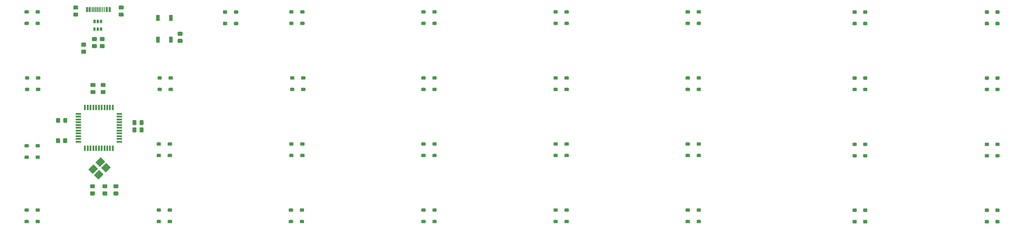
<source format=gbr>
G04 #@! TF.GenerationSoftware,KiCad,Pcbnew,(5.1.2-1)-1*
G04 #@! TF.CreationDate,2020-02-22T12:22:38-06:00*
G04 #@! TF.ProjectId,therick64BA,74686572-6963-46b3-9634-42412e6b6963,rev?*
G04 #@! TF.SameCoordinates,Original*
G04 #@! TF.FileFunction,Paste,Bot*
G04 #@! TF.FilePolarity,Positive*
%FSLAX46Y46*%
G04 Gerber Fmt 4.6, Leading zero omitted, Abs format (unit mm)*
G04 Created by KiCad (PCBNEW (5.1.2-1)-1) date 2020-02-22 12:22:38*
%MOMM*%
%LPD*%
G04 APERTURE LIST*
%ADD10C,1.800000*%
%ADD11C,0.100000*%
%ADD12C,1.000000*%
%ADD13R,1.100000X1.800000*%
%ADD14C,0.650000*%
%ADD15R,0.650000X1.060000*%
%ADD16C,0.600000*%
%ADD17C,0.300000*%
%ADD18C,1.150000*%
%ADD19R,0.500000X1.500000*%
%ADD20R,1.500000X0.500000*%
G04 APERTURE END LIST*
D10*
X84549632Y-84386522D03*
D11*
G36*
X84655698Y-83007664D02*
G01*
X85928490Y-84280456D01*
X84443566Y-85765380D01*
X83170774Y-84492588D01*
X84655698Y-83007664D01*
X84655698Y-83007664D01*
G37*
D10*
X82499022Y-86437132D03*
D11*
G36*
X82605088Y-85058274D02*
G01*
X83877880Y-86331066D01*
X82392956Y-87815990D01*
X81120164Y-86543198D01*
X82605088Y-85058274D01*
X82605088Y-85058274D01*
G37*
D10*
X84125368Y-88063478D03*
D11*
G36*
X84231434Y-86684620D02*
G01*
X85504226Y-87957412D01*
X84019302Y-89442336D01*
X82746510Y-88169544D01*
X84231434Y-86684620D01*
X84231434Y-86684620D01*
G37*
D10*
X86175978Y-86012868D03*
D11*
G36*
X86282044Y-84634010D02*
G01*
X87554836Y-85906802D01*
X86069912Y-87391726D01*
X84797120Y-86118934D01*
X86282044Y-84634010D01*
X86282044Y-84634010D01*
G37*
G36*
X342754504Y-101090204D02*
G01*
X342778773Y-101093804D01*
X342802571Y-101099765D01*
X342825671Y-101108030D01*
X342847849Y-101118520D01*
X342868893Y-101131133D01*
X342888598Y-101145747D01*
X342906777Y-101162223D01*
X342923253Y-101180402D01*
X342937867Y-101200107D01*
X342950480Y-101221151D01*
X342960970Y-101243329D01*
X342969235Y-101266429D01*
X342975196Y-101290227D01*
X342978796Y-101314496D01*
X342980000Y-101339000D01*
X342980000Y-101839000D01*
X342978796Y-101863504D01*
X342975196Y-101887773D01*
X342969235Y-101911571D01*
X342960970Y-101934671D01*
X342950480Y-101956849D01*
X342937867Y-101977893D01*
X342923253Y-101997598D01*
X342906777Y-102015777D01*
X342888598Y-102032253D01*
X342868893Y-102046867D01*
X342847849Y-102059480D01*
X342825671Y-102069970D01*
X342802571Y-102078235D01*
X342778773Y-102084196D01*
X342754504Y-102087796D01*
X342730000Y-102089000D01*
X342030000Y-102089000D01*
X342005496Y-102087796D01*
X341981227Y-102084196D01*
X341957429Y-102078235D01*
X341934329Y-102069970D01*
X341912151Y-102059480D01*
X341891107Y-102046867D01*
X341871402Y-102032253D01*
X341853223Y-102015777D01*
X341836747Y-101997598D01*
X341822133Y-101977893D01*
X341809520Y-101956849D01*
X341799030Y-101934671D01*
X341790765Y-101911571D01*
X341784804Y-101887773D01*
X341781204Y-101863504D01*
X341780000Y-101839000D01*
X341780000Y-101339000D01*
X341781204Y-101314496D01*
X341784804Y-101290227D01*
X341790765Y-101266429D01*
X341799030Y-101243329D01*
X341809520Y-101221151D01*
X341822133Y-101200107D01*
X341836747Y-101180402D01*
X341853223Y-101162223D01*
X341871402Y-101145747D01*
X341891107Y-101131133D01*
X341912151Y-101118520D01*
X341934329Y-101108030D01*
X341957429Y-101099765D01*
X341981227Y-101093804D01*
X342005496Y-101090204D01*
X342030000Y-101089000D01*
X342730000Y-101089000D01*
X342754504Y-101090204D01*
X342754504Y-101090204D01*
G37*
D12*
X342380000Y-101589000D03*
D11*
G36*
X342754504Y-97790204D02*
G01*
X342778773Y-97793804D01*
X342802571Y-97799765D01*
X342825671Y-97808030D01*
X342847849Y-97818520D01*
X342868893Y-97831133D01*
X342888598Y-97845747D01*
X342906777Y-97862223D01*
X342923253Y-97880402D01*
X342937867Y-97900107D01*
X342950480Y-97921151D01*
X342960970Y-97943329D01*
X342969235Y-97966429D01*
X342975196Y-97990227D01*
X342978796Y-98014496D01*
X342980000Y-98039000D01*
X342980000Y-98539000D01*
X342978796Y-98563504D01*
X342975196Y-98587773D01*
X342969235Y-98611571D01*
X342960970Y-98634671D01*
X342950480Y-98656849D01*
X342937867Y-98677893D01*
X342923253Y-98697598D01*
X342906777Y-98715777D01*
X342888598Y-98732253D01*
X342868893Y-98746867D01*
X342847849Y-98759480D01*
X342825671Y-98769970D01*
X342802571Y-98778235D01*
X342778773Y-98784196D01*
X342754504Y-98787796D01*
X342730000Y-98789000D01*
X342030000Y-98789000D01*
X342005496Y-98787796D01*
X341981227Y-98784196D01*
X341957429Y-98778235D01*
X341934329Y-98769970D01*
X341912151Y-98759480D01*
X341891107Y-98746867D01*
X341871402Y-98732253D01*
X341853223Y-98715777D01*
X341836747Y-98697598D01*
X341822133Y-98677893D01*
X341809520Y-98656849D01*
X341799030Y-98634671D01*
X341790765Y-98611571D01*
X341784804Y-98587773D01*
X341781204Y-98563504D01*
X341780000Y-98539000D01*
X341780000Y-98039000D01*
X341781204Y-98014496D01*
X341784804Y-97990227D01*
X341790765Y-97966429D01*
X341799030Y-97943329D01*
X341809520Y-97921151D01*
X341822133Y-97900107D01*
X341836747Y-97880402D01*
X341853223Y-97862223D01*
X341871402Y-97845747D01*
X341891107Y-97831133D01*
X341912151Y-97818520D01*
X341934329Y-97808030D01*
X341957429Y-97799765D01*
X341981227Y-97793804D01*
X342005496Y-97790204D01*
X342030000Y-97789000D01*
X342730000Y-97789000D01*
X342754504Y-97790204D01*
X342754504Y-97790204D01*
G37*
D12*
X342380000Y-98289000D03*
D11*
G36*
X339714504Y-101090204D02*
G01*
X339738773Y-101093804D01*
X339762571Y-101099765D01*
X339785671Y-101108030D01*
X339807849Y-101118520D01*
X339828893Y-101131133D01*
X339848598Y-101145747D01*
X339866777Y-101162223D01*
X339883253Y-101180402D01*
X339897867Y-101200107D01*
X339910480Y-101221151D01*
X339920970Y-101243329D01*
X339929235Y-101266429D01*
X339935196Y-101290227D01*
X339938796Y-101314496D01*
X339940000Y-101339000D01*
X339940000Y-101839000D01*
X339938796Y-101863504D01*
X339935196Y-101887773D01*
X339929235Y-101911571D01*
X339920970Y-101934671D01*
X339910480Y-101956849D01*
X339897867Y-101977893D01*
X339883253Y-101997598D01*
X339866777Y-102015777D01*
X339848598Y-102032253D01*
X339828893Y-102046867D01*
X339807849Y-102059480D01*
X339785671Y-102069970D01*
X339762571Y-102078235D01*
X339738773Y-102084196D01*
X339714504Y-102087796D01*
X339690000Y-102089000D01*
X338990000Y-102089000D01*
X338965496Y-102087796D01*
X338941227Y-102084196D01*
X338917429Y-102078235D01*
X338894329Y-102069970D01*
X338872151Y-102059480D01*
X338851107Y-102046867D01*
X338831402Y-102032253D01*
X338813223Y-102015777D01*
X338796747Y-101997598D01*
X338782133Y-101977893D01*
X338769520Y-101956849D01*
X338759030Y-101934671D01*
X338750765Y-101911571D01*
X338744804Y-101887773D01*
X338741204Y-101863504D01*
X338740000Y-101839000D01*
X338740000Y-101339000D01*
X338741204Y-101314496D01*
X338744804Y-101290227D01*
X338750765Y-101266429D01*
X338759030Y-101243329D01*
X338769520Y-101221151D01*
X338782133Y-101200107D01*
X338796747Y-101180402D01*
X338813223Y-101162223D01*
X338831402Y-101145747D01*
X338851107Y-101131133D01*
X338872151Y-101118520D01*
X338894329Y-101108030D01*
X338917429Y-101099765D01*
X338941227Y-101093804D01*
X338965496Y-101090204D01*
X338990000Y-101089000D01*
X339690000Y-101089000D01*
X339714504Y-101090204D01*
X339714504Y-101090204D01*
G37*
D12*
X339340000Y-101589000D03*
D11*
G36*
X339714504Y-97790204D02*
G01*
X339738773Y-97793804D01*
X339762571Y-97799765D01*
X339785671Y-97808030D01*
X339807849Y-97818520D01*
X339828893Y-97831133D01*
X339848598Y-97845747D01*
X339866777Y-97862223D01*
X339883253Y-97880402D01*
X339897867Y-97900107D01*
X339910480Y-97921151D01*
X339920970Y-97943329D01*
X339929235Y-97966429D01*
X339935196Y-97990227D01*
X339938796Y-98014496D01*
X339940000Y-98039000D01*
X339940000Y-98539000D01*
X339938796Y-98563504D01*
X339935196Y-98587773D01*
X339929235Y-98611571D01*
X339920970Y-98634671D01*
X339910480Y-98656849D01*
X339897867Y-98677893D01*
X339883253Y-98697598D01*
X339866777Y-98715777D01*
X339848598Y-98732253D01*
X339828893Y-98746867D01*
X339807849Y-98759480D01*
X339785671Y-98769970D01*
X339762571Y-98778235D01*
X339738773Y-98784196D01*
X339714504Y-98787796D01*
X339690000Y-98789000D01*
X338990000Y-98789000D01*
X338965496Y-98787796D01*
X338941227Y-98784196D01*
X338917429Y-98778235D01*
X338894329Y-98769970D01*
X338872151Y-98759480D01*
X338851107Y-98746867D01*
X338831402Y-98732253D01*
X338813223Y-98715777D01*
X338796747Y-98697598D01*
X338782133Y-98677893D01*
X338769520Y-98656849D01*
X338759030Y-98634671D01*
X338750765Y-98611571D01*
X338744804Y-98587773D01*
X338741204Y-98563504D01*
X338740000Y-98539000D01*
X338740000Y-98039000D01*
X338741204Y-98014496D01*
X338744804Y-97990227D01*
X338750765Y-97966429D01*
X338759030Y-97943329D01*
X338769520Y-97921151D01*
X338782133Y-97900107D01*
X338796747Y-97880402D01*
X338813223Y-97862223D01*
X338831402Y-97845747D01*
X338851107Y-97831133D01*
X338872151Y-97818520D01*
X338894329Y-97808030D01*
X338917429Y-97799765D01*
X338941227Y-97793804D01*
X338965496Y-97790204D01*
X338990000Y-97789000D01*
X339690000Y-97789000D01*
X339714504Y-97790204D01*
X339714504Y-97790204D01*
G37*
D12*
X339340000Y-98289000D03*
D11*
G36*
X304754504Y-101090204D02*
G01*
X304778773Y-101093804D01*
X304802571Y-101099765D01*
X304825671Y-101108030D01*
X304847849Y-101118520D01*
X304868893Y-101131133D01*
X304888598Y-101145747D01*
X304906777Y-101162223D01*
X304923253Y-101180402D01*
X304937867Y-101200107D01*
X304950480Y-101221151D01*
X304960970Y-101243329D01*
X304969235Y-101266429D01*
X304975196Y-101290227D01*
X304978796Y-101314496D01*
X304980000Y-101339000D01*
X304980000Y-101839000D01*
X304978796Y-101863504D01*
X304975196Y-101887773D01*
X304969235Y-101911571D01*
X304960970Y-101934671D01*
X304950480Y-101956849D01*
X304937867Y-101977893D01*
X304923253Y-101997598D01*
X304906777Y-102015777D01*
X304888598Y-102032253D01*
X304868893Y-102046867D01*
X304847849Y-102059480D01*
X304825671Y-102069970D01*
X304802571Y-102078235D01*
X304778773Y-102084196D01*
X304754504Y-102087796D01*
X304730000Y-102089000D01*
X304030000Y-102089000D01*
X304005496Y-102087796D01*
X303981227Y-102084196D01*
X303957429Y-102078235D01*
X303934329Y-102069970D01*
X303912151Y-102059480D01*
X303891107Y-102046867D01*
X303871402Y-102032253D01*
X303853223Y-102015777D01*
X303836747Y-101997598D01*
X303822133Y-101977893D01*
X303809520Y-101956849D01*
X303799030Y-101934671D01*
X303790765Y-101911571D01*
X303784804Y-101887773D01*
X303781204Y-101863504D01*
X303780000Y-101839000D01*
X303780000Y-101339000D01*
X303781204Y-101314496D01*
X303784804Y-101290227D01*
X303790765Y-101266429D01*
X303799030Y-101243329D01*
X303809520Y-101221151D01*
X303822133Y-101200107D01*
X303836747Y-101180402D01*
X303853223Y-101162223D01*
X303871402Y-101145747D01*
X303891107Y-101131133D01*
X303912151Y-101118520D01*
X303934329Y-101108030D01*
X303957429Y-101099765D01*
X303981227Y-101093804D01*
X304005496Y-101090204D01*
X304030000Y-101089000D01*
X304730000Y-101089000D01*
X304754504Y-101090204D01*
X304754504Y-101090204D01*
G37*
D12*
X304380000Y-101589000D03*
D11*
G36*
X304754504Y-97790204D02*
G01*
X304778773Y-97793804D01*
X304802571Y-97799765D01*
X304825671Y-97808030D01*
X304847849Y-97818520D01*
X304868893Y-97831133D01*
X304888598Y-97845747D01*
X304906777Y-97862223D01*
X304923253Y-97880402D01*
X304937867Y-97900107D01*
X304950480Y-97921151D01*
X304960970Y-97943329D01*
X304969235Y-97966429D01*
X304975196Y-97990227D01*
X304978796Y-98014496D01*
X304980000Y-98039000D01*
X304980000Y-98539000D01*
X304978796Y-98563504D01*
X304975196Y-98587773D01*
X304969235Y-98611571D01*
X304960970Y-98634671D01*
X304950480Y-98656849D01*
X304937867Y-98677893D01*
X304923253Y-98697598D01*
X304906777Y-98715777D01*
X304888598Y-98732253D01*
X304868893Y-98746867D01*
X304847849Y-98759480D01*
X304825671Y-98769970D01*
X304802571Y-98778235D01*
X304778773Y-98784196D01*
X304754504Y-98787796D01*
X304730000Y-98789000D01*
X304030000Y-98789000D01*
X304005496Y-98787796D01*
X303981227Y-98784196D01*
X303957429Y-98778235D01*
X303934329Y-98769970D01*
X303912151Y-98759480D01*
X303891107Y-98746867D01*
X303871402Y-98732253D01*
X303853223Y-98715777D01*
X303836747Y-98697598D01*
X303822133Y-98677893D01*
X303809520Y-98656849D01*
X303799030Y-98634671D01*
X303790765Y-98611571D01*
X303784804Y-98587773D01*
X303781204Y-98563504D01*
X303780000Y-98539000D01*
X303780000Y-98039000D01*
X303781204Y-98014496D01*
X303784804Y-97990227D01*
X303790765Y-97966429D01*
X303799030Y-97943329D01*
X303809520Y-97921151D01*
X303822133Y-97900107D01*
X303836747Y-97880402D01*
X303853223Y-97862223D01*
X303871402Y-97845747D01*
X303891107Y-97831133D01*
X303912151Y-97818520D01*
X303934329Y-97808030D01*
X303957429Y-97799765D01*
X303981227Y-97793804D01*
X304005496Y-97790204D01*
X304030000Y-97789000D01*
X304730000Y-97789000D01*
X304754504Y-97790204D01*
X304754504Y-97790204D01*
G37*
D12*
X304380000Y-98289000D03*
D11*
G36*
X301714504Y-101090204D02*
G01*
X301738773Y-101093804D01*
X301762571Y-101099765D01*
X301785671Y-101108030D01*
X301807849Y-101118520D01*
X301828893Y-101131133D01*
X301848598Y-101145747D01*
X301866777Y-101162223D01*
X301883253Y-101180402D01*
X301897867Y-101200107D01*
X301910480Y-101221151D01*
X301920970Y-101243329D01*
X301929235Y-101266429D01*
X301935196Y-101290227D01*
X301938796Y-101314496D01*
X301940000Y-101339000D01*
X301940000Y-101839000D01*
X301938796Y-101863504D01*
X301935196Y-101887773D01*
X301929235Y-101911571D01*
X301920970Y-101934671D01*
X301910480Y-101956849D01*
X301897867Y-101977893D01*
X301883253Y-101997598D01*
X301866777Y-102015777D01*
X301848598Y-102032253D01*
X301828893Y-102046867D01*
X301807849Y-102059480D01*
X301785671Y-102069970D01*
X301762571Y-102078235D01*
X301738773Y-102084196D01*
X301714504Y-102087796D01*
X301690000Y-102089000D01*
X300990000Y-102089000D01*
X300965496Y-102087796D01*
X300941227Y-102084196D01*
X300917429Y-102078235D01*
X300894329Y-102069970D01*
X300872151Y-102059480D01*
X300851107Y-102046867D01*
X300831402Y-102032253D01*
X300813223Y-102015777D01*
X300796747Y-101997598D01*
X300782133Y-101977893D01*
X300769520Y-101956849D01*
X300759030Y-101934671D01*
X300750765Y-101911571D01*
X300744804Y-101887773D01*
X300741204Y-101863504D01*
X300740000Y-101839000D01*
X300740000Y-101339000D01*
X300741204Y-101314496D01*
X300744804Y-101290227D01*
X300750765Y-101266429D01*
X300759030Y-101243329D01*
X300769520Y-101221151D01*
X300782133Y-101200107D01*
X300796747Y-101180402D01*
X300813223Y-101162223D01*
X300831402Y-101145747D01*
X300851107Y-101131133D01*
X300872151Y-101118520D01*
X300894329Y-101108030D01*
X300917429Y-101099765D01*
X300941227Y-101093804D01*
X300965496Y-101090204D01*
X300990000Y-101089000D01*
X301690000Y-101089000D01*
X301714504Y-101090204D01*
X301714504Y-101090204D01*
G37*
D12*
X301340000Y-101589000D03*
D11*
G36*
X301714504Y-97790204D02*
G01*
X301738773Y-97793804D01*
X301762571Y-97799765D01*
X301785671Y-97808030D01*
X301807849Y-97818520D01*
X301828893Y-97831133D01*
X301848598Y-97845747D01*
X301866777Y-97862223D01*
X301883253Y-97880402D01*
X301897867Y-97900107D01*
X301910480Y-97921151D01*
X301920970Y-97943329D01*
X301929235Y-97966429D01*
X301935196Y-97990227D01*
X301938796Y-98014496D01*
X301940000Y-98039000D01*
X301940000Y-98539000D01*
X301938796Y-98563504D01*
X301935196Y-98587773D01*
X301929235Y-98611571D01*
X301920970Y-98634671D01*
X301910480Y-98656849D01*
X301897867Y-98677893D01*
X301883253Y-98697598D01*
X301866777Y-98715777D01*
X301848598Y-98732253D01*
X301828893Y-98746867D01*
X301807849Y-98759480D01*
X301785671Y-98769970D01*
X301762571Y-98778235D01*
X301738773Y-98784196D01*
X301714504Y-98787796D01*
X301690000Y-98789000D01*
X300990000Y-98789000D01*
X300965496Y-98787796D01*
X300941227Y-98784196D01*
X300917429Y-98778235D01*
X300894329Y-98769970D01*
X300872151Y-98759480D01*
X300851107Y-98746867D01*
X300831402Y-98732253D01*
X300813223Y-98715777D01*
X300796747Y-98697598D01*
X300782133Y-98677893D01*
X300769520Y-98656849D01*
X300759030Y-98634671D01*
X300750765Y-98611571D01*
X300744804Y-98587773D01*
X300741204Y-98563504D01*
X300740000Y-98539000D01*
X300740000Y-98039000D01*
X300741204Y-98014496D01*
X300744804Y-97990227D01*
X300750765Y-97966429D01*
X300759030Y-97943329D01*
X300769520Y-97921151D01*
X300782133Y-97900107D01*
X300796747Y-97880402D01*
X300813223Y-97862223D01*
X300831402Y-97845747D01*
X300851107Y-97831133D01*
X300872151Y-97818520D01*
X300894329Y-97808030D01*
X300917429Y-97799765D01*
X300941227Y-97793804D01*
X300965496Y-97790204D01*
X300990000Y-97789000D01*
X301690000Y-97789000D01*
X301714504Y-97790204D01*
X301714504Y-97790204D01*
G37*
D12*
X301340000Y-98289000D03*
D11*
G36*
X342754504Y-82091204D02*
G01*
X342778773Y-82094804D01*
X342802571Y-82100765D01*
X342825671Y-82109030D01*
X342847849Y-82119520D01*
X342868893Y-82132133D01*
X342888598Y-82146747D01*
X342906777Y-82163223D01*
X342923253Y-82181402D01*
X342937867Y-82201107D01*
X342950480Y-82222151D01*
X342960970Y-82244329D01*
X342969235Y-82267429D01*
X342975196Y-82291227D01*
X342978796Y-82315496D01*
X342980000Y-82340000D01*
X342980000Y-82840000D01*
X342978796Y-82864504D01*
X342975196Y-82888773D01*
X342969235Y-82912571D01*
X342960970Y-82935671D01*
X342950480Y-82957849D01*
X342937867Y-82978893D01*
X342923253Y-82998598D01*
X342906777Y-83016777D01*
X342888598Y-83033253D01*
X342868893Y-83047867D01*
X342847849Y-83060480D01*
X342825671Y-83070970D01*
X342802571Y-83079235D01*
X342778773Y-83085196D01*
X342754504Y-83088796D01*
X342730000Y-83090000D01*
X342030000Y-83090000D01*
X342005496Y-83088796D01*
X341981227Y-83085196D01*
X341957429Y-83079235D01*
X341934329Y-83070970D01*
X341912151Y-83060480D01*
X341891107Y-83047867D01*
X341871402Y-83033253D01*
X341853223Y-83016777D01*
X341836747Y-82998598D01*
X341822133Y-82978893D01*
X341809520Y-82957849D01*
X341799030Y-82935671D01*
X341790765Y-82912571D01*
X341784804Y-82888773D01*
X341781204Y-82864504D01*
X341780000Y-82840000D01*
X341780000Y-82340000D01*
X341781204Y-82315496D01*
X341784804Y-82291227D01*
X341790765Y-82267429D01*
X341799030Y-82244329D01*
X341809520Y-82222151D01*
X341822133Y-82201107D01*
X341836747Y-82181402D01*
X341853223Y-82163223D01*
X341871402Y-82146747D01*
X341891107Y-82132133D01*
X341912151Y-82119520D01*
X341934329Y-82109030D01*
X341957429Y-82100765D01*
X341981227Y-82094804D01*
X342005496Y-82091204D01*
X342030000Y-82090000D01*
X342730000Y-82090000D01*
X342754504Y-82091204D01*
X342754504Y-82091204D01*
G37*
D12*
X342380000Y-82590000D03*
D11*
G36*
X342754504Y-78791204D02*
G01*
X342778773Y-78794804D01*
X342802571Y-78800765D01*
X342825671Y-78809030D01*
X342847849Y-78819520D01*
X342868893Y-78832133D01*
X342888598Y-78846747D01*
X342906777Y-78863223D01*
X342923253Y-78881402D01*
X342937867Y-78901107D01*
X342950480Y-78922151D01*
X342960970Y-78944329D01*
X342969235Y-78967429D01*
X342975196Y-78991227D01*
X342978796Y-79015496D01*
X342980000Y-79040000D01*
X342980000Y-79540000D01*
X342978796Y-79564504D01*
X342975196Y-79588773D01*
X342969235Y-79612571D01*
X342960970Y-79635671D01*
X342950480Y-79657849D01*
X342937867Y-79678893D01*
X342923253Y-79698598D01*
X342906777Y-79716777D01*
X342888598Y-79733253D01*
X342868893Y-79747867D01*
X342847849Y-79760480D01*
X342825671Y-79770970D01*
X342802571Y-79779235D01*
X342778773Y-79785196D01*
X342754504Y-79788796D01*
X342730000Y-79790000D01*
X342030000Y-79790000D01*
X342005496Y-79788796D01*
X341981227Y-79785196D01*
X341957429Y-79779235D01*
X341934329Y-79770970D01*
X341912151Y-79760480D01*
X341891107Y-79747867D01*
X341871402Y-79733253D01*
X341853223Y-79716777D01*
X341836747Y-79698598D01*
X341822133Y-79678893D01*
X341809520Y-79657849D01*
X341799030Y-79635671D01*
X341790765Y-79612571D01*
X341784804Y-79588773D01*
X341781204Y-79564504D01*
X341780000Y-79540000D01*
X341780000Y-79040000D01*
X341781204Y-79015496D01*
X341784804Y-78991227D01*
X341790765Y-78967429D01*
X341799030Y-78944329D01*
X341809520Y-78922151D01*
X341822133Y-78901107D01*
X341836747Y-78881402D01*
X341853223Y-78863223D01*
X341871402Y-78846747D01*
X341891107Y-78832133D01*
X341912151Y-78819520D01*
X341934329Y-78809030D01*
X341957429Y-78800765D01*
X341981227Y-78794804D01*
X342005496Y-78791204D01*
X342030000Y-78790000D01*
X342730000Y-78790000D01*
X342754504Y-78791204D01*
X342754504Y-78791204D01*
G37*
D12*
X342380000Y-79290000D03*
D11*
G36*
X339714504Y-82091204D02*
G01*
X339738773Y-82094804D01*
X339762571Y-82100765D01*
X339785671Y-82109030D01*
X339807849Y-82119520D01*
X339828893Y-82132133D01*
X339848598Y-82146747D01*
X339866777Y-82163223D01*
X339883253Y-82181402D01*
X339897867Y-82201107D01*
X339910480Y-82222151D01*
X339920970Y-82244329D01*
X339929235Y-82267429D01*
X339935196Y-82291227D01*
X339938796Y-82315496D01*
X339940000Y-82340000D01*
X339940000Y-82840000D01*
X339938796Y-82864504D01*
X339935196Y-82888773D01*
X339929235Y-82912571D01*
X339920970Y-82935671D01*
X339910480Y-82957849D01*
X339897867Y-82978893D01*
X339883253Y-82998598D01*
X339866777Y-83016777D01*
X339848598Y-83033253D01*
X339828893Y-83047867D01*
X339807849Y-83060480D01*
X339785671Y-83070970D01*
X339762571Y-83079235D01*
X339738773Y-83085196D01*
X339714504Y-83088796D01*
X339690000Y-83090000D01*
X338990000Y-83090000D01*
X338965496Y-83088796D01*
X338941227Y-83085196D01*
X338917429Y-83079235D01*
X338894329Y-83070970D01*
X338872151Y-83060480D01*
X338851107Y-83047867D01*
X338831402Y-83033253D01*
X338813223Y-83016777D01*
X338796747Y-82998598D01*
X338782133Y-82978893D01*
X338769520Y-82957849D01*
X338759030Y-82935671D01*
X338750765Y-82912571D01*
X338744804Y-82888773D01*
X338741204Y-82864504D01*
X338740000Y-82840000D01*
X338740000Y-82340000D01*
X338741204Y-82315496D01*
X338744804Y-82291227D01*
X338750765Y-82267429D01*
X338759030Y-82244329D01*
X338769520Y-82222151D01*
X338782133Y-82201107D01*
X338796747Y-82181402D01*
X338813223Y-82163223D01*
X338831402Y-82146747D01*
X338851107Y-82132133D01*
X338872151Y-82119520D01*
X338894329Y-82109030D01*
X338917429Y-82100765D01*
X338941227Y-82094804D01*
X338965496Y-82091204D01*
X338990000Y-82090000D01*
X339690000Y-82090000D01*
X339714504Y-82091204D01*
X339714504Y-82091204D01*
G37*
D12*
X339340000Y-82590000D03*
D11*
G36*
X339714504Y-78791204D02*
G01*
X339738773Y-78794804D01*
X339762571Y-78800765D01*
X339785671Y-78809030D01*
X339807849Y-78819520D01*
X339828893Y-78832133D01*
X339848598Y-78846747D01*
X339866777Y-78863223D01*
X339883253Y-78881402D01*
X339897867Y-78901107D01*
X339910480Y-78922151D01*
X339920970Y-78944329D01*
X339929235Y-78967429D01*
X339935196Y-78991227D01*
X339938796Y-79015496D01*
X339940000Y-79040000D01*
X339940000Y-79540000D01*
X339938796Y-79564504D01*
X339935196Y-79588773D01*
X339929235Y-79612571D01*
X339920970Y-79635671D01*
X339910480Y-79657849D01*
X339897867Y-79678893D01*
X339883253Y-79698598D01*
X339866777Y-79716777D01*
X339848598Y-79733253D01*
X339828893Y-79747867D01*
X339807849Y-79760480D01*
X339785671Y-79770970D01*
X339762571Y-79779235D01*
X339738773Y-79785196D01*
X339714504Y-79788796D01*
X339690000Y-79790000D01*
X338990000Y-79790000D01*
X338965496Y-79788796D01*
X338941227Y-79785196D01*
X338917429Y-79779235D01*
X338894329Y-79770970D01*
X338872151Y-79760480D01*
X338851107Y-79747867D01*
X338831402Y-79733253D01*
X338813223Y-79716777D01*
X338796747Y-79698598D01*
X338782133Y-79678893D01*
X338769520Y-79657849D01*
X338759030Y-79635671D01*
X338750765Y-79612571D01*
X338744804Y-79588773D01*
X338741204Y-79564504D01*
X338740000Y-79540000D01*
X338740000Y-79040000D01*
X338741204Y-79015496D01*
X338744804Y-78991227D01*
X338750765Y-78967429D01*
X338759030Y-78944329D01*
X338769520Y-78922151D01*
X338782133Y-78901107D01*
X338796747Y-78881402D01*
X338813223Y-78863223D01*
X338831402Y-78846747D01*
X338851107Y-78832133D01*
X338872151Y-78819520D01*
X338894329Y-78809030D01*
X338917429Y-78800765D01*
X338941227Y-78794804D01*
X338965496Y-78791204D01*
X338990000Y-78790000D01*
X339690000Y-78790000D01*
X339714504Y-78791204D01*
X339714504Y-78791204D01*
G37*
D12*
X339340000Y-79290000D03*
D11*
G36*
X304754504Y-82091204D02*
G01*
X304778773Y-82094804D01*
X304802571Y-82100765D01*
X304825671Y-82109030D01*
X304847849Y-82119520D01*
X304868893Y-82132133D01*
X304888598Y-82146747D01*
X304906777Y-82163223D01*
X304923253Y-82181402D01*
X304937867Y-82201107D01*
X304950480Y-82222151D01*
X304960970Y-82244329D01*
X304969235Y-82267429D01*
X304975196Y-82291227D01*
X304978796Y-82315496D01*
X304980000Y-82340000D01*
X304980000Y-82840000D01*
X304978796Y-82864504D01*
X304975196Y-82888773D01*
X304969235Y-82912571D01*
X304960970Y-82935671D01*
X304950480Y-82957849D01*
X304937867Y-82978893D01*
X304923253Y-82998598D01*
X304906777Y-83016777D01*
X304888598Y-83033253D01*
X304868893Y-83047867D01*
X304847849Y-83060480D01*
X304825671Y-83070970D01*
X304802571Y-83079235D01*
X304778773Y-83085196D01*
X304754504Y-83088796D01*
X304730000Y-83090000D01*
X304030000Y-83090000D01*
X304005496Y-83088796D01*
X303981227Y-83085196D01*
X303957429Y-83079235D01*
X303934329Y-83070970D01*
X303912151Y-83060480D01*
X303891107Y-83047867D01*
X303871402Y-83033253D01*
X303853223Y-83016777D01*
X303836747Y-82998598D01*
X303822133Y-82978893D01*
X303809520Y-82957849D01*
X303799030Y-82935671D01*
X303790765Y-82912571D01*
X303784804Y-82888773D01*
X303781204Y-82864504D01*
X303780000Y-82840000D01*
X303780000Y-82340000D01*
X303781204Y-82315496D01*
X303784804Y-82291227D01*
X303790765Y-82267429D01*
X303799030Y-82244329D01*
X303809520Y-82222151D01*
X303822133Y-82201107D01*
X303836747Y-82181402D01*
X303853223Y-82163223D01*
X303871402Y-82146747D01*
X303891107Y-82132133D01*
X303912151Y-82119520D01*
X303934329Y-82109030D01*
X303957429Y-82100765D01*
X303981227Y-82094804D01*
X304005496Y-82091204D01*
X304030000Y-82090000D01*
X304730000Y-82090000D01*
X304754504Y-82091204D01*
X304754504Y-82091204D01*
G37*
D12*
X304380000Y-82590000D03*
D11*
G36*
X304754504Y-78791204D02*
G01*
X304778773Y-78794804D01*
X304802571Y-78800765D01*
X304825671Y-78809030D01*
X304847849Y-78819520D01*
X304868893Y-78832133D01*
X304888598Y-78846747D01*
X304906777Y-78863223D01*
X304923253Y-78881402D01*
X304937867Y-78901107D01*
X304950480Y-78922151D01*
X304960970Y-78944329D01*
X304969235Y-78967429D01*
X304975196Y-78991227D01*
X304978796Y-79015496D01*
X304980000Y-79040000D01*
X304980000Y-79540000D01*
X304978796Y-79564504D01*
X304975196Y-79588773D01*
X304969235Y-79612571D01*
X304960970Y-79635671D01*
X304950480Y-79657849D01*
X304937867Y-79678893D01*
X304923253Y-79698598D01*
X304906777Y-79716777D01*
X304888598Y-79733253D01*
X304868893Y-79747867D01*
X304847849Y-79760480D01*
X304825671Y-79770970D01*
X304802571Y-79779235D01*
X304778773Y-79785196D01*
X304754504Y-79788796D01*
X304730000Y-79790000D01*
X304030000Y-79790000D01*
X304005496Y-79788796D01*
X303981227Y-79785196D01*
X303957429Y-79779235D01*
X303934329Y-79770970D01*
X303912151Y-79760480D01*
X303891107Y-79747867D01*
X303871402Y-79733253D01*
X303853223Y-79716777D01*
X303836747Y-79698598D01*
X303822133Y-79678893D01*
X303809520Y-79657849D01*
X303799030Y-79635671D01*
X303790765Y-79612571D01*
X303784804Y-79588773D01*
X303781204Y-79564504D01*
X303780000Y-79540000D01*
X303780000Y-79040000D01*
X303781204Y-79015496D01*
X303784804Y-78991227D01*
X303790765Y-78967429D01*
X303799030Y-78944329D01*
X303809520Y-78922151D01*
X303822133Y-78901107D01*
X303836747Y-78881402D01*
X303853223Y-78863223D01*
X303871402Y-78846747D01*
X303891107Y-78832133D01*
X303912151Y-78819520D01*
X303934329Y-78809030D01*
X303957429Y-78800765D01*
X303981227Y-78794804D01*
X304005496Y-78791204D01*
X304030000Y-78790000D01*
X304730000Y-78790000D01*
X304754504Y-78791204D01*
X304754504Y-78791204D01*
G37*
D12*
X304380000Y-79290000D03*
D11*
G36*
X301714504Y-82091204D02*
G01*
X301738773Y-82094804D01*
X301762571Y-82100765D01*
X301785671Y-82109030D01*
X301807849Y-82119520D01*
X301828893Y-82132133D01*
X301848598Y-82146747D01*
X301866777Y-82163223D01*
X301883253Y-82181402D01*
X301897867Y-82201107D01*
X301910480Y-82222151D01*
X301920970Y-82244329D01*
X301929235Y-82267429D01*
X301935196Y-82291227D01*
X301938796Y-82315496D01*
X301940000Y-82340000D01*
X301940000Y-82840000D01*
X301938796Y-82864504D01*
X301935196Y-82888773D01*
X301929235Y-82912571D01*
X301920970Y-82935671D01*
X301910480Y-82957849D01*
X301897867Y-82978893D01*
X301883253Y-82998598D01*
X301866777Y-83016777D01*
X301848598Y-83033253D01*
X301828893Y-83047867D01*
X301807849Y-83060480D01*
X301785671Y-83070970D01*
X301762571Y-83079235D01*
X301738773Y-83085196D01*
X301714504Y-83088796D01*
X301690000Y-83090000D01*
X300990000Y-83090000D01*
X300965496Y-83088796D01*
X300941227Y-83085196D01*
X300917429Y-83079235D01*
X300894329Y-83070970D01*
X300872151Y-83060480D01*
X300851107Y-83047867D01*
X300831402Y-83033253D01*
X300813223Y-83016777D01*
X300796747Y-82998598D01*
X300782133Y-82978893D01*
X300769520Y-82957849D01*
X300759030Y-82935671D01*
X300750765Y-82912571D01*
X300744804Y-82888773D01*
X300741204Y-82864504D01*
X300740000Y-82840000D01*
X300740000Y-82340000D01*
X300741204Y-82315496D01*
X300744804Y-82291227D01*
X300750765Y-82267429D01*
X300759030Y-82244329D01*
X300769520Y-82222151D01*
X300782133Y-82201107D01*
X300796747Y-82181402D01*
X300813223Y-82163223D01*
X300831402Y-82146747D01*
X300851107Y-82132133D01*
X300872151Y-82119520D01*
X300894329Y-82109030D01*
X300917429Y-82100765D01*
X300941227Y-82094804D01*
X300965496Y-82091204D01*
X300990000Y-82090000D01*
X301690000Y-82090000D01*
X301714504Y-82091204D01*
X301714504Y-82091204D01*
G37*
D12*
X301340000Y-82590000D03*
D11*
G36*
X301714504Y-78791204D02*
G01*
X301738773Y-78794804D01*
X301762571Y-78800765D01*
X301785671Y-78809030D01*
X301807849Y-78819520D01*
X301828893Y-78832133D01*
X301848598Y-78846747D01*
X301866777Y-78863223D01*
X301883253Y-78881402D01*
X301897867Y-78901107D01*
X301910480Y-78922151D01*
X301920970Y-78944329D01*
X301929235Y-78967429D01*
X301935196Y-78991227D01*
X301938796Y-79015496D01*
X301940000Y-79040000D01*
X301940000Y-79540000D01*
X301938796Y-79564504D01*
X301935196Y-79588773D01*
X301929235Y-79612571D01*
X301920970Y-79635671D01*
X301910480Y-79657849D01*
X301897867Y-79678893D01*
X301883253Y-79698598D01*
X301866777Y-79716777D01*
X301848598Y-79733253D01*
X301828893Y-79747867D01*
X301807849Y-79760480D01*
X301785671Y-79770970D01*
X301762571Y-79779235D01*
X301738773Y-79785196D01*
X301714504Y-79788796D01*
X301690000Y-79790000D01*
X300990000Y-79790000D01*
X300965496Y-79788796D01*
X300941227Y-79785196D01*
X300917429Y-79779235D01*
X300894329Y-79770970D01*
X300872151Y-79760480D01*
X300851107Y-79747867D01*
X300831402Y-79733253D01*
X300813223Y-79716777D01*
X300796747Y-79698598D01*
X300782133Y-79678893D01*
X300769520Y-79657849D01*
X300759030Y-79635671D01*
X300750765Y-79612571D01*
X300744804Y-79588773D01*
X300741204Y-79564504D01*
X300740000Y-79540000D01*
X300740000Y-79040000D01*
X300741204Y-79015496D01*
X300744804Y-78991227D01*
X300750765Y-78967429D01*
X300759030Y-78944329D01*
X300769520Y-78922151D01*
X300782133Y-78901107D01*
X300796747Y-78881402D01*
X300813223Y-78863223D01*
X300831402Y-78846747D01*
X300851107Y-78832133D01*
X300872151Y-78819520D01*
X300894329Y-78809030D01*
X300917429Y-78800765D01*
X300941227Y-78794804D01*
X300965496Y-78791204D01*
X300990000Y-78790000D01*
X301690000Y-78790000D01*
X301714504Y-78791204D01*
X301714504Y-78791204D01*
G37*
D12*
X301340000Y-79290000D03*
D11*
G36*
X342754504Y-62963204D02*
G01*
X342778773Y-62966804D01*
X342802571Y-62972765D01*
X342825671Y-62981030D01*
X342847849Y-62991520D01*
X342868893Y-63004133D01*
X342888598Y-63018747D01*
X342906777Y-63035223D01*
X342923253Y-63053402D01*
X342937867Y-63073107D01*
X342950480Y-63094151D01*
X342960970Y-63116329D01*
X342969235Y-63139429D01*
X342975196Y-63163227D01*
X342978796Y-63187496D01*
X342980000Y-63212000D01*
X342980000Y-63712000D01*
X342978796Y-63736504D01*
X342975196Y-63760773D01*
X342969235Y-63784571D01*
X342960970Y-63807671D01*
X342950480Y-63829849D01*
X342937867Y-63850893D01*
X342923253Y-63870598D01*
X342906777Y-63888777D01*
X342888598Y-63905253D01*
X342868893Y-63919867D01*
X342847849Y-63932480D01*
X342825671Y-63942970D01*
X342802571Y-63951235D01*
X342778773Y-63957196D01*
X342754504Y-63960796D01*
X342730000Y-63962000D01*
X342030000Y-63962000D01*
X342005496Y-63960796D01*
X341981227Y-63957196D01*
X341957429Y-63951235D01*
X341934329Y-63942970D01*
X341912151Y-63932480D01*
X341891107Y-63919867D01*
X341871402Y-63905253D01*
X341853223Y-63888777D01*
X341836747Y-63870598D01*
X341822133Y-63850893D01*
X341809520Y-63829849D01*
X341799030Y-63807671D01*
X341790765Y-63784571D01*
X341784804Y-63760773D01*
X341781204Y-63736504D01*
X341780000Y-63712000D01*
X341780000Y-63212000D01*
X341781204Y-63187496D01*
X341784804Y-63163227D01*
X341790765Y-63139429D01*
X341799030Y-63116329D01*
X341809520Y-63094151D01*
X341822133Y-63073107D01*
X341836747Y-63053402D01*
X341853223Y-63035223D01*
X341871402Y-63018747D01*
X341891107Y-63004133D01*
X341912151Y-62991520D01*
X341934329Y-62981030D01*
X341957429Y-62972765D01*
X341981227Y-62966804D01*
X342005496Y-62963204D01*
X342030000Y-62962000D01*
X342730000Y-62962000D01*
X342754504Y-62963204D01*
X342754504Y-62963204D01*
G37*
D12*
X342380000Y-63462000D03*
D11*
G36*
X342754504Y-59663204D02*
G01*
X342778773Y-59666804D01*
X342802571Y-59672765D01*
X342825671Y-59681030D01*
X342847849Y-59691520D01*
X342868893Y-59704133D01*
X342888598Y-59718747D01*
X342906777Y-59735223D01*
X342923253Y-59753402D01*
X342937867Y-59773107D01*
X342950480Y-59794151D01*
X342960970Y-59816329D01*
X342969235Y-59839429D01*
X342975196Y-59863227D01*
X342978796Y-59887496D01*
X342980000Y-59912000D01*
X342980000Y-60412000D01*
X342978796Y-60436504D01*
X342975196Y-60460773D01*
X342969235Y-60484571D01*
X342960970Y-60507671D01*
X342950480Y-60529849D01*
X342937867Y-60550893D01*
X342923253Y-60570598D01*
X342906777Y-60588777D01*
X342888598Y-60605253D01*
X342868893Y-60619867D01*
X342847849Y-60632480D01*
X342825671Y-60642970D01*
X342802571Y-60651235D01*
X342778773Y-60657196D01*
X342754504Y-60660796D01*
X342730000Y-60662000D01*
X342030000Y-60662000D01*
X342005496Y-60660796D01*
X341981227Y-60657196D01*
X341957429Y-60651235D01*
X341934329Y-60642970D01*
X341912151Y-60632480D01*
X341891107Y-60619867D01*
X341871402Y-60605253D01*
X341853223Y-60588777D01*
X341836747Y-60570598D01*
X341822133Y-60550893D01*
X341809520Y-60529849D01*
X341799030Y-60507671D01*
X341790765Y-60484571D01*
X341784804Y-60460773D01*
X341781204Y-60436504D01*
X341780000Y-60412000D01*
X341780000Y-59912000D01*
X341781204Y-59887496D01*
X341784804Y-59863227D01*
X341790765Y-59839429D01*
X341799030Y-59816329D01*
X341809520Y-59794151D01*
X341822133Y-59773107D01*
X341836747Y-59753402D01*
X341853223Y-59735223D01*
X341871402Y-59718747D01*
X341891107Y-59704133D01*
X341912151Y-59691520D01*
X341934329Y-59681030D01*
X341957429Y-59672765D01*
X341981227Y-59666804D01*
X342005496Y-59663204D01*
X342030000Y-59662000D01*
X342730000Y-59662000D01*
X342754504Y-59663204D01*
X342754504Y-59663204D01*
G37*
D12*
X342380000Y-60162000D03*
D11*
G36*
X339714504Y-62963204D02*
G01*
X339738773Y-62966804D01*
X339762571Y-62972765D01*
X339785671Y-62981030D01*
X339807849Y-62991520D01*
X339828893Y-63004133D01*
X339848598Y-63018747D01*
X339866777Y-63035223D01*
X339883253Y-63053402D01*
X339897867Y-63073107D01*
X339910480Y-63094151D01*
X339920970Y-63116329D01*
X339929235Y-63139429D01*
X339935196Y-63163227D01*
X339938796Y-63187496D01*
X339940000Y-63212000D01*
X339940000Y-63712000D01*
X339938796Y-63736504D01*
X339935196Y-63760773D01*
X339929235Y-63784571D01*
X339920970Y-63807671D01*
X339910480Y-63829849D01*
X339897867Y-63850893D01*
X339883253Y-63870598D01*
X339866777Y-63888777D01*
X339848598Y-63905253D01*
X339828893Y-63919867D01*
X339807849Y-63932480D01*
X339785671Y-63942970D01*
X339762571Y-63951235D01*
X339738773Y-63957196D01*
X339714504Y-63960796D01*
X339690000Y-63962000D01*
X338990000Y-63962000D01*
X338965496Y-63960796D01*
X338941227Y-63957196D01*
X338917429Y-63951235D01*
X338894329Y-63942970D01*
X338872151Y-63932480D01*
X338851107Y-63919867D01*
X338831402Y-63905253D01*
X338813223Y-63888777D01*
X338796747Y-63870598D01*
X338782133Y-63850893D01*
X338769520Y-63829849D01*
X338759030Y-63807671D01*
X338750765Y-63784571D01*
X338744804Y-63760773D01*
X338741204Y-63736504D01*
X338740000Y-63712000D01*
X338740000Y-63212000D01*
X338741204Y-63187496D01*
X338744804Y-63163227D01*
X338750765Y-63139429D01*
X338759030Y-63116329D01*
X338769520Y-63094151D01*
X338782133Y-63073107D01*
X338796747Y-63053402D01*
X338813223Y-63035223D01*
X338831402Y-63018747D01*
X338851107Y-63004133D01*
X338872151Y-62991520D01*
X338894329Y-62981030D01*
X338917429Y-62972765D01*
X338941227Y-62966804D01*
X338965496Y-62963204D01*
X338990000Y-62962000D01*
X339690000Y-62962000D01*
X339714504Y-62963204D01*
X339714504Y-62963204D01*
G37*
D12*
X339340000Y-63462000D03*
D11*
G36*
X339714504Y-59663204D02*
G01*
X339738773Y-59666804D01*
X339762571Y-59672765D01*
X339785671Y-59681030D01*
X339807849Y-59691520D01*
X339828893Y-59704133D01*
X339848598Y-59718747D01*
X339866777Y-59735223D01*
X339883253Y-59753402D01*
X339897867Y-59773107D01*
X339910480Y-59794151D01*
X339920970Y-59816329D01*
X339929235Y-59839429D01*
X339935196Y-59863227D01*
X339938796Y-59887496D01*
X339940000Y-59912000D01*
X339940000Y-60412000D01*
X339938796Y-60436504D01*
X339935196Y-60460773D01*
X339929235Y-60484571D01*
X339920970Y-60507671D01*
X339910480Y-60529849D01*
X339897867Y-60550893D01*
X339883253Y-60570598D01*
X339866777Y-60588777D01*
X339848598Y-60605253D01*
X339828893Y-60619867D01*
X339807849Y-60632480D01*
X339785671Y-60642970D01*
X339762571Y-60651235D01*
X339738773Y-60657196D01*
X339714504Y-60660796D01*
X339690000Y-60662000D01*
X338990000Y-60662000D01*
X338965496Y-60660796D01*
X338941227Y-60657196D01*
X338917429Y-60651235D01*
X338894329Y-60642970D01*
X338872151Y-60632480D01*
X338851107Y-60619867D01*
X338831402Y-60605253D01*
X338813223Y-60588777D01*
X338796747Y-60570598D01*
X338782133Y-60550893D01*
X338769520Y-60529849D01*
X338759030Y-60507671D01*
X338750765Y-60484571D01*
X338744804Y-60460773D01*
X338741204Y-60436504D01*
X338740000Y-60412000D01*
X338740000Y-59912000D01*
X338741204Y-59887496D01*
X338744804Y-59863227D01*
X338750765Y-59839429D01*
X338759030Y-59816329D01*
X338769520Y-59794151D01*
X338782133Y-59773107D01*
X338796747Y-59753402D01*
X338813223Y-59735223D01*
X338831402Y-59718747D01*
X338851107Y-59704133D01*
X338872151Y-59691520D01*
X338894329Y-59681030D01*
X338917429Y-59672765D01*
X338941227Y-59666804D01*
X338965496Y-59663204D01*
X338990000Y-59662000D01*
X339690000Y-59662000D01*
X339714504Y-59663204D01*
X339714504Y-59663204D01*
G37*
D12*
X339340000Y-60162000D03*
D11*
G36*
X304754504Y-62963204D02*
G01*
X304778773Y-62966804D01*
X304802571Y-62972765D01*
X304825671Y-62981030D01*
X304847849Y-62991520D01*
X304868893Y-63004133D01*
X304888598Y-63018747D01*
X304906777Y-63035223D01*
X304923253Y-63053402D01*
X304937867Y-63073107D01*
X304950480Y-63094151D01*
X304960970Y-63116329D01*
X304969235Y-63139429D01*
X304975196Y-63163227D01*
X304978796Y-63187496D01*
X304980000Y-63212000D01*
X304980000Y-63712000D01*
X304978796Y-63736504D01*
X304975196Y-63760773D01*
X304969235Y-63784571D01*
X304960970Y-63807671D01*
X304950480Y-63829849D01*
X304937867Y-63850893D01*
X304923253Y-63870598D01*
X304906777Y-63888777D01*
X304888598Y-63905253D01*
X304868893Y-63919867D01*
X304847849Y-63932480D01*
X304825671Y-63942970D01*
X304802571Y-63951235D01*
X304778773Y-63957196D01*
X304754504Y-63960796D01*
X304730000Y-63962000D01*
X304030000Y-63962000D01*
X304005496Y-63960796D01*
X303981227Y-63957196D01*
X303957429Y-63951235D01*
X303934329Y-63942970D01*
X303912151Y-63932480D01*
X303891107Y-63919867D01*
X303871402Y-63905253D01*
X303853223Y-63888777D01*
X303836747Y-63870598D01*
X303822133Y-63850893D01*
X303809520Y-63829849D01*
X303799030Y-63807671D01*
X303790765Y-63784571D01*
X303784804Y-63760773D01*
X303781204Y-63736504D01*
X303780000Y-63712000D01*
X303780000Y-63212000D01*
X303781204Y-63187496D01*
X303784804Y-63163227D01*
X303790765Y-63139429D01*
X303799030Y-63116329D01*
X303809520Y-63094151D01*
X303822133Y-63073107D01*
X303836747Y-63053402D01*
X303853223Y-63035223D01*
X303871402Y-63018747D01*
X303891107Y-63004133D01*
X303912151Y-62991520D01*
X303934329Y-62981030D01*
X303957429Y-62972765D01*
X303981227Y-62966804D01*
X304005496Y-62963204D01*
X304030000Y-62962000D01*
X304730000Y-62962000D01*
X304754504Y-62963204D01*
X304754504Y-62963204D01*
G37*
D12*
X304380000Y-63462000D03*
D11*
G36*
X304754504Y-59663204D02*
G01*
X304778773Y-59666804D01*
X304802571Y-59672765D01*
X304825671Y-59681030D01*
X304847849Y-59691520D01*
X304868893Y-59704133D01*
X304888598Y-59718747D01*
X304906777Y-59735223D01*
X304923253Y-59753402D01*
X304937867Y-59773107D01*
X304950480Y-59794151D01*
X304960970Y-59816329D01*
X304969235Y-59839429D01*
X304975196Y-59863227D01*
X304978796Y-59887496D01*
X304980000Y-59912000D01*
X304980000Y-60412000D01*
X304978796Y-60436504D01*
X304975196Y-60460773D01*
X304969235Y-60484571D01*
X304960970Y-60507671D01*
X304950480Y-60529849D01*
X304937867Y-60550893D01*
X304923253Y-60570598D01*
X304906777Y-60588777D01*
X304888598Y-60605253D01*
X304868893Y-60619867D01*
X304847849Y-60632480D01*
X304825671Y-60642970D01*
X304802571Y-60651235D01*
X304778773Y-60657196D01*
X304754504Y-60660796D01*
X304730000Y-60662000D01*
X304030000Y-60662000D01*
X304005496Y-60660796D01*
X303981227Y-60657196D01*
X303957429Y-60651235D01*
X303934329Y-60642970D01*
X303912151Y-60632480D01*
X303891107Y-60619867D01*
X303871402Y-60605253D01*
X303853223Y-60588777D01*
X303836747Y-60570598D01*
X303822133Y-60550893D01*
X303809520Y-60529849D01*
X303799030Y-60507671D01*
X303790765Y-60484571D01*
X303784804Y-60460773D01*
X303781204Y-60436504D01*
X303780000Y-60412000D01*
X303780000Y-59912000D01*
X303781204Y-59887496D01*
X303784804Y-59863227D01*
X303790765Y-59839429D01*
X303799030Y-59816329D01*
X303809520Y-59794151D01*
X303822133Y-59773107D01*
X303836747Y-59753402D01*
X303853223Y-59735223D01*
X303871402Y-59718747D01*
X303891107Y-59704133D01*
X303912151Y-59691520D01*
X303934329Y-59681030D01*
X303957429Y-59672765D01*
X303981227Y-59666804D01*
X304005496Y-59663204D01*
X304030000Y-59662000D01*
X304730000Y-59662000D01*
X304754504Y-59663204D01*
X304754504Y-59663204D01*
G37*
D12*
X304380000Y-60162000D03*
D11*
G36*
X301714504Y-62963204D02*
G01*
X301738773Y-62966804D01*
X301762571Y-62972765D01*
X301785671Y-62981030D01*
X301807849Y-62991520D01*
X301828893Y-63004133D01*
X301848598Y-63018747D01*
X301866777Y-63035223D01*
X301883253Y-63053402D01*
X301897867Y-63073107D01*
X301910480Y-63094151D01*
X301920970Y-63116329D01*
X301929235Y-63139429D01*
X301935196Y-63163227D01*
X301938796Y-63187496D01*
X301940000Y-63212000D01*
X301940000Y-63712000D01*
X301938796Y-63736504D01*
X301935196Y-63760773D01*
X301929235Y-63784571D01*
X301920970Y-63807671D01*
X301910480Y-63829849D01*
X301897867Y-63850893D01*
X301883253Y-63870598D01*
X301866777Y-63888777D01*
X301848598Y-63905253D01*
X301828893Y-63919867D01*
X301807849Y-63932480D01*
X301785671Y-63942970D01*
X301762571Y-63951235D01*
X301738773Y-63957196D01*
X301714504Y-63960796D01*
X301690000Y-63962000D01*
X300990000Y-63962000D01*
X300965496Y-63960796D01*
X300941227Y-63957196D01*
X300917429Y-63951235D01*
X300894329Y-63942970D01*
X300872151Y-63932480D01*
X300851107Y-63919867D01*
X300831402Y-63905253D01*
X300813223Y-63888777D01*
X300796747Y-63870598D01*
X300782133Y-63850893D01*
X300769520Y-63829849D01*
X300759030Y-63807671D01*
X300750765Y-63784571D01*
X300744804Y-63760773D01*
X300741204Y-63736504D01*
X300740000Y-63712000D01*
X300740000Y-63212000D01*
X300741204Y-63187496D01*
X300744804Y-63163227D01*
X300750765Y-63139429D01*
X300759030Y-63116329D01*
X300769520Y-63094151D01*
X300782133Y-63073107D01*
X300796747Y-63053402D01*
X300813223Y-63035223D01*
X300831402Y-63018747D01*
X300851107Y-63004133D01*
X300872151Y-62991520D01*
X300894329Y-62981030D01*
X300917429Y-62972765D01*
X300941227Y-62966804D01*
X300965496Y-62963204D01*
X300990000Y-62962000D01*
X301690000Y-62962000D01*
X301714504Y-62963204D01*
X301714504Y-62963204D01*
G37*
D12*
X301340000Y-63462000D03*
D11*
G36*
X301714504Y-59663204D02*
G01*
X301738773Y-59666804D01*
X301762571Y-59672765D01*
X301785671Y-59681030D01*
X301807849Y-59691520D01*
X301828893Y-59704133D01*
X301848598Y-59718747D01*
X301866777Y-59735223D01*
X301883253Y-59753402D01*
X301897867Y-59773107D01*
X301910480Y-59794151D01*
X301920970Y-59816329D01*
X301929235Y-59839429D01*
X301935196Y-59863227D01*
X301938796Y-59887496D01*
X301940000Y-59912000D01*
X301940000Y-60412000D01*
X301938796Y-60436504D01*
X301935196Y-60460773D01*
X301929235Y-60484571D01*
X301920970Y-60507671D01*
X301910480Y-60529849D01*
X301897867Y-60550893D01*
X301883253Y-60570598D01*
X301866777Y-60588777D01*
X301848598Y-60605253D01*
X301828893Y-60619867D01*
X301807849Y-60632480D01*
X301785671Y-60642970D01*
X301762571Y-60651235D01*
X301738773Y-60657196D01*
X301714504Y-60660796D01*
X301690000Y-60662000D01*
X300990000Y-60662000D01*
X300965496Y-60660796D01*
X300941227Y-60657196D01*
X300917429Y-60651235D01*
X300894329Y-60642970D01*
X300872151Y-60632480D01*
X300851107Y-60619867D01*
X300831402Y-60605253D01*
X300813223Y-60588777D01*
X300796747Y-60570598D01*
X300782133Y-60550893D01*
X300769520Y-60529849D01*
X300759030Y-60507671D01*
X300750765Y-60484571D01*
X300744804Y-60460773D01*
X300741204Y-60436504D01*
X300740000Y-60412000D01*
X300740000Y-59912000D01*
X300741204Y-59887496D01*
X300744804Y-59863227D01*
X300750765Y-59839429D01*
X300759030Y-59816329D01*
X300769520Y-59794151D01*
X300782133Y-59773107D01*
X300796747Y-59753402D01*
X300813223Y-59735223D01*
X300831402Y-59718747D01*
X300851107Y-59704133D01*
X300872151Y-59691520D01*
X300894329Y-59681030D01*
X300917429Y-59672765D01*
X300941227Y-59666804D01*
X300965496Y-59663204D01*
X300990000Y-59662000D01*
X301690000Y-59662000D01*
X301714504Y-59663204D01*
X301714504Y-59663204D01*
G37*
D12*
X301340000Y-60162000D03*
D11*
G36*
X342754504Y-43963204D02*
G01*
X342778773Y-43966804D01*
X342802571Y-43972765D01*
X342825671Y-43981030D01*
X342847849Y-43991520D01*
X342868893Y-44004133D01*
X342888598Y-44018747D01*
X342906777Y-44035223D01*
X342923253Y-44053402D01*
X342937867Y-44073107D01*
X342950480Y-44094151D01*
X342960970Y-44116329D01*
X342969235Y-44139429D01*
X342975196Y-44163227D01*
X342978796Y-44187496D01*
X342980000Y-44212000D01*
X342980000Y-44712000D01*
X342978796Y-44736504D01*
X342975196Y-44760773D01*
X342969235Y-44784571D01*
X342960970Y-44807671D01*
X342950480Y-44829849D01*
X342937867Y-44850893D01*
X342923253Y-44870598D01*
X342906777Y-44888777D01*
X342888598Y-44905253D01*
X342868893Y-44919867D01*
X342847849Y-44932480D01*
X342825671Y-44942970D01*
X342802571Y-44951235D01*
X342778773Y-44957196D01*
X342754504Y-44960796D01*
X342730000Y-44962000D01*
X342030000Y-44962000D01*
X342005496Y-44960796D01*
X341981227Y-44957196D01*
X341957429Y-44951235D01*
X341934329Y-44942970D01*
X341912151Y-44932480D01*
X341891107Y-44919867D01*
X341871402Y-44905253D01*
X341853223Y-44888777D01*
X341836747Y-44870598D01*
X341822133Y-44850893D01*
X341809520Y-44829849D01*
X341799030Y-44807671D01*
X341790765Y-44784571D01*
X341784804Y-44760773D01*
X341781204Y-44736504D01*
X341780000Y-44712000D01*
X341780000Y-44212000D01*
X341781204Y-44187496D01*
X341784804Y-44163227D01*
X341790765Y-44139429D01*
X341799030Y-44116329D01*
X341809520Y-44094151D01*
X341822133Y-44073107D01*
X341836747Y-44053402D01*
X341853223Y-44035223D01*
X341871402Y-44018747D01*
X341891107Y-44004133D01*
X341912151Y-43991520D01*
X341934329Y-43981030D01*
X341957429Y-43972765D01*
X341981227Y-43966804D01*
X342005496Y-43963204D01*
X342030000Y-43962000D01*
X342730000Y-43962000D01*
X342754504Y-43963204D01*
X342754504Y-43963204D01*
G37*
D12*
X342380000Y-44462000D03*
D11*
G36*
X342754504Y-40663204D02*
G01*
X342778773Y-40666804D01*
X342802571Y-40672765D01*
X342825671Y-40681030D01*
X342847849Y-40691520D01*
X342868893Y-40704133D01*
X342888598Y-40718747D01*
X342906777Y-40735223D01*
X342923253Y-40753402D01*
X342937867Y-40773107D01*
X342950480Y-40794151D01*
X342960970Y-40816329D01*
X342969235Y-40839429D01*
X342975196Y-40863227D01*
X342978796Y-40887496D01*
X342980000Y-40912000D01*
X342980000Y-41412000D01*
X342978796Y-41436504D01*
X342975196Y-41460773D01*
X342969235Y-41484571D01*
X342960970Y-41507671D01*
X342950480Y-41529849D01*
X342937867Y-41550893D01*
X342923253Y-41570598D01*
X342906777Y-41588777D01*
X342888598Y-41605253D01*
X342868893Y-41619867D01*
X342847849Y-41632480D01*
X342825671Y-41642970D01*
X342802571Y-41651235D01*
X342778773Y-41657196D01*
X342754504Y-41660796D01*
X342730000Y-41662000D01*
X342030000Y-41662000D01*
X342005496Y-41660796D01*
X341981227Y-41657196D01*
X341957429Y-41651235D01*
X341934329Y-41642970D01*
X341912151Y-41632480D01*
X341891107Y-41619867D01*
X341871402Y-41605253D01*
X341853223Y-41588777D01*
X341836747Y-41570598D01*
X341822133Y-41550893D01*
X341809520Y-41529849D01*
X341799030Y-41507671D01*
X341790765Y-41484571D01*
X341784804Y-41460773D01*
X341781204Y-41436504D01*
X341780000Y-41412000D01*
X341780000Y-40912000D01*
X341781204Y-40887496D01*
X341784804Y-40863227D01*
X341790765Y-40839429D01*
X341799030Y-40816329D01*
X341809520Y-40794151D01*
X341822133Y-40773107D01*
X341836747Y-40753402D01*
X341853223Y-40735223D01*
X341871402Y-40718747D01*
X341891107Y-40704133D01*
X341912151Y-40691520D01*
X341934329Y-40681030D01*
X341957429Y-40672765D01*
X341981227Y-40666804D01*
X342005496Y-40663204D01*
X342030000Y-40662000D01*
X342730000Y-40662000D01*
X342754504Y-40663204D01*
X342754504Y-40663204D01*
G37*
D12*
X342380000Y-41162000D03*
D11*
G36*
X339714504Y-43963204D02*
G01*
X339738773Y-43966804D01*
X339762571Y-43972765D01*
X339785671Y-43981030D01*
X339807849Y-43991520D01*
X339828893Y-44004133D01*
X339848598Y-44018747D01*
X339866777Y-44035223D01*
X339883253Y-44053402D01*
X339897867Y-44073107D01*
X339910480Y-44094151D01*
X339920970Y-44116329D01*
X339929235Y-44139429D01*
X339935196Y-44163227D01*
X339938796Y-44187496D01*
X339940000Y-44212000D01*
X339940000Y-44712000D01*
X339938796Y-44736504D01*
X339935196Y-44760773D01*
X339929235Y-44784571D01*
X339920970Y-44807671D01*
X339910480Y-44829849D01*
X339897867Y-44850893D01*
X339883253Y-44870598D01*
X339866777Y-44888777D01*
X339848598Y-44905253D01*
X339828893Y-44919867D01*
X339807849Y-44932480D01*
X339785671Y-44942970D01*
X339762571Y-44951235D01*
X339738773Y-44957196D01*
X339714504Y-44960796D01*
X339690000Y-44962000D01*
X338990000Y-44962000D01*
X338965496Y-44960796D01*
X338941227Y-44957196D01*
X338917429Y-44951235D01*
X338894329Y-44942970D01*
X338872151Y-44932480D01*
X338851107Y-44919867D01*
X338831402Y-44905253D01*
X338813223Y-44888777D01*
X338796747Y-44870598D01*
X338782133Y-44850893D01*
X338769520Y-44829849D01*
X338759030Y-44807671D01*
X338750765Y-44784571D01*
X338744804Y-44760773D01*
X338741204Y-44736504D01*
X338740000Y-44712000D01*
X338740000Y-44212000D01*
X338741204Y-44187496D01*
X338744804Y-44163227D01*
X338750765Y-44139429D01*
X338759030Y-44116329D01*
X338769520Y-44094151D01*
X338782133Y-44073107D01*
X338796747Y-44053402D01*
X338813223Y-44035223D01*
X338831402Y-44018747D01*
X338851107Y-44004133D01*
X338872151Y-43991520D01*
X338894329Y-43981030D01*
X338917429Y-43972765D01*
X338941227Y-43966804D01*
X338965496Y-43963204D01*
X338990000Y-43962000D01*
X339690000Y-43962000D01*
X339714504Y-43963204D01*
X339714504Y-43963204D01*
G37*
D12*
X339340000Y-44462000D03*
D11*
G36*
X339714504Y-40663204D02*
G01*
X339738773Y-40666804D01*
X339762571Y-40672765D01*
X339785671Y-40681030D01*
X339807849Y-40691520D01*
X339828893Y-40704133D01*
X339848598Y-40718747D01*
X339866777Y-40735223D01*
X339883253Y-40753402D01*
X339897867Y-40773107D01*
X339910480Y-40794151D01*
X339920970Y-40816329D01*
X339929235Y-40839429D01*
X339935196Y-40863227D01*
X339938796Y-40887496D01*
X339940000Y-40912000D01*
X339940000Y-41412000D01*
X339938796Y-41436504D01*
X339935196Y-41460773D01*
X339929235Y-41484571D01*
X339920970Y-41507671D01*
X339910480Y-41529849D01*
X339897867Y-41550893D01*
X339883253Y-41570598D01*
X339866777Y-41588777D01*
X339848598Y-41605253D01*
X339828893Y-41619867D01*
X339807849Y-41632480D01*
X339785671Y-41642970D01*
X339762571Y-41651235D01*
X339738773Y-41657196D01*
X339714504Y-41660796D01*
X339690000Y-41662000D01*
X338990000Y-41662000D01*
X338965496Y-41660796D01*
X338941227Y-41657196D01*
X338917429Y-41651235D01*
X338894329Y-41642970D01*
X338872151Y-41632480D01*
X338851107Y-41619867D01*
X338831402Y-41605253D01*
X338813223Y-41588777D01*
X338796747Y-41570598D01*
X338782133Y-41550893D01*
X338769520Y-41529849D01*
X338759030Y-41507671D01*
X338750765Y-41484571D01*
X338744804Y-41460773D01*
X338741204Y-41436504D01*
X338740000Y-41412000D01*
X338740000Y-40912000D01*
X338741204Y-40887496D01*
X338744804Y-40863227D01*
X338750765Y-40839429D01*
X338759030Y-40816329D01*
X338769520Y-40794151D01*
X338782133Y-40773107D01*
X338796747Y-40753402D01*
X338813223Y-40735223D01*
X338831402Y-40718747D01*
X338851107Y-40704133D01*
X338872151Y-40691520D01*
X338894329Y-40681030D01*
X338917429Y-40672765D01*
X338941227Y-40666804D01*
X338965496Y-40663204D01*
X338990000Y-40662000D01*
X339690000Y-40662000D01*
X339714504Y-40663204D01*
X339714504Y-40663204D01*
G37*
D12*
X339340000Y-41162000D03*
D11*
G36*
X304754504Y-43963204D02*
G01*
X304778773Y-43966804D01*
X304802571Y-43972765D01*
X304825671Y-43981030D01*
X304847849Y-43991520D01*
X304868893Y-44004133D01*
X304888598Y-44018747D01*
X304906777Y-44035223D01*
X304923253Y-44053402D01*
X304937867Y-44073107D01*
X304950480Y-44094151D01*
X304960970Y-44116329D01*
X304969235Y-44139429D01*
X304975196Y-44163227D01*
X304978796Y-44187496D01*
X304980000Y-44212000D01*
X304980000Y-44712000D01*
X304978796Y-44736504D01*
X304975196Y-44760773D01*
X304969235Y-44784571D01*
X304960970Y-44807671D01*
X304950480Y-44829849D01*
X304937867Y-44850893D01*
X304923253Y-44870598D01*
X304906777Y-44888777D01*
X304888598Y-44905253D01*
X304868893Y-44919867D01*
X304847849Y-44932480D01*
X304825671Y-44942970D01*
X304802571Y-44951235D01*
X304778773Y-44957196D01*
X304754504Y-44960796D01*
X304730000Y-44962000D01*
X304030000Y-44962000D01*
X304005496Y-44960796D01*
X303981227Y-44957196D01*
X303957429Y-44951235D01*
X303934329Y-44942970D01*
X303912151Y-44932480D01*
X303891107Y-44919867D01*
X303871402Y-44905253D01*
X303853223Y-44888777D01*
X303836747Y-44870598D01*
X303822133Y-44850893D01*
X303809520Y-44829849D01*
X303799030Y-44807671D01*
X303790765Y-44784571D01*
X303784804Y-44760773D01*
X303781204Y-44736504D01*
X303780000Y-44712000D01*
X303780000Y-44212000D01*
X303781204Y-44187496D01*
X303784804Y-44163227D01*
X303790765Y-44139429D01*
X303799030Y-44116329D01*
X303809520Y-44094151D01*
X303822133Y-44073107D01*
X303836747Y-44053402D01*
X303853223Y-44035223D01*
X303871402Y-44018747D01*
X303891107Y-44004133D01*
X303912151Y-43991520D01*
X303934329Y-43981030D01*
X303957429Y-43972765D01*
X303981227Y-43966804D01*
X304005496Y-43963204D01*
X304030000Y-43962000D01*
X304730000Y-43962000D01*
X304754504Y-43963204D01*
X304754504Y-43963204D01*
G37*
D12*
X304380000Y-44462000D03*
D11*
G36*
X304754504Y-40663204D02*
G01*
X304778773Y-40666804D01*
X304802571Y-40672765D01*
X304825671Y-40681030D01*
X304847849Y-40691520D01*
X304868893Y-40704133D01*
X304888598Y-40718747D01*
X304906777Y-40735223D01*
X304923253Y-40753402D01*
X304937867Y-40773107D01*
X304950480Y-40794151D01*
X304960970Y-40816329D01*
X304969235Y-40839429D01*
X304975196Y-40863227D01*
X304978796Y-40887496D01*
X304980000Y-40912000D01*
X304980000Y-41412000D01*
X304978796Y-41436504D01*
X304975196Y-41460773D01*
X304969235Y-41484571D01*
X304960970Y-41507671D01*
X304950480Y-41529849D01*
X304937867Y-41550893D01*
X304923253Y-41570598D01*
X304906777Y-41588777D01*
X304888598Y-41605253D01*
X304868893Y-41619867D01*
X304847849Y-41632480D01*
X304825671Y-41642970D01*
X304802571Y-41651235D01*
X304778773Y-41657196D01*
X304754504Y-41660796D01*
X304730000Y-41662000D01*
X304030000Y-41662000D01*
X304005496Y-41660796D01*
X303981227Y-41657196D01*
X303957429Y-41651235D01*
X303934329Y-41642970D01*
X303912151Y-41632480D01*
X303891107Y-41619867D01*
X303871402Y-41605253D01*
X303853223Y-41588777D01*
X303836747Y-41570598D01*
X303822133Y-41550893D01*
X303809520Y-41529849D01*
X303799030Y-41507671D01*
X303790765Y-41484571D01*
X303784804Y-41460773D01*
X303781204Y-41436504D01*
X303780000Y-41412000D01*
X303780000Y-40912000D01*
X303781204Y-40887496D01*
X303784804Y-40863227D01*
X303790765Y-40839429D01*
X303799030Y-40816329D01*
X303809520Y-40794151D01*
X303822133Y-40773107D01*
X303836747Y-40753402D01*
X303853223Y-40735223D01*
X303871402Y-40718747D01*
X303891107Y-40704133D01*
X303912151Y-40691520D01*
X303934329Y-40681030D01*
X303957429Y-40672765D01*
X303981227Y-40666804D01*
X304005496Y-40663204D01*
X304030000Y-40662000D01*
X304730000Y-40662000D01*
X304754504Y-40663204D01*
X304754504Y-40663204D01*
G37*
D12*
X304380000Y-41162000D03*
D11*
G36*
X301714504Y-43963204D02*
G01*
X301738773Y-43966804D01*
X301762571Y-43972765D01*
X301785671Y-43981030D01*
X301807849Y-43991520D01*
X301828893Y-44004133D01*
X301848598Y-44018747D01*
X301866777Y-44035223D01*
X301883253Y-44053402D01*
X301897867Y-44073107D01*
X301910480Y-44094151D01*
X301920970Y-44116329D01*
X301929235Y-44139429D01*
X301935196Y-44163227D01*
X301938796Y-44187496D01*
X301940000Y-44212000D01*
X301940000Y-44712000D01*
X301938796Y-44736504D01*
X301935196Y-44760773D01*
X301929235Y-44784571D01*
X301920970Y-44807671D01*
X301910480Y-44829849D01*
X301897867Y-44850893D01*
X301883253Y-44870598D01*
X301866777Y-44888777D01*
X301848598Y-44905253D01*
X301828893Y-44919867D01*
X301807849Y-44932480D01*
X301785671Y-44942970D01*
X301762571Y-44951235D01*
X301738773Y-44957196D01*
X301714504Y-44960796D01*
X301690000Y-44962000D01*
X300990000Y-44962000D01*
X300965496Y-44960796D01*
X300941227Y-44957196D01*
X300917429Y-44951235D01*
X300894329Y-44942970D01*
X300872151Y-44932480D01*
X300851107Y-44919867D01*
X300831402Y-44905253D01*
X300813223Y-44888777D01*
X300796747Y-44870598D01*
X300782133Y-44850893D01*
X300769520Y-44829849D01*
X300759030Y-44807671D01*
X300750765Y-44784571D01*
X300744804Y-44760773D01*
X300741204Y-44736504D01*
X300740000Y-44712000D01*
X300740000Y-44212000D01*
X300741204Y-44187496D01*
X300744804Y-44163227D01*
X300750765Y-44139429D01*
X300759030Y-44116329D01*
X300769520Y-44094151D01*
X300782133Y-44073107D01*
X300796747Y-44053402D01*
X300813223Y-44035223D01*
X300831402Y-44018747D01*
X300851107Y-44004133D01*
X300872151Y-43991520D01*
X300894329Y-43981030D01*
X300917429Y-43972765D01*
X300941227Y-43966804D01*
X300965496Y-43963204D01*
X300990000Y-43962000D01*
X301690000Y-43962000D01*
X301714504Y-43963204D01*
X301714504Y-43963204D01*
G37*
D12*
X301340000Y-44462000D03*
D11*
G36*
X301714504Y-40663204D02*
G01*
X301738773Y-40666804D01*
X301762571Y-40672765D01*
X301785671Y-40681030D01*
X301807849Y-40691520D01*
X301828893Y-40704133D01*
X301848598Y-40718747D01*
X301866777Y-40735223D01*
X301883253Y-40753402D01*
X301897867Y-40773107D01*
X301910480Y-40794151D01*
X301920970Y-40816329D01*
X301929235Y-40839429D01*
X301935196Y-40863227D01*
X301938796Y-40887496D01*
X301940000Y-40912000D01*
X301940000Y-41412000D01*
X301938796Y-41436504D01*
X301935196Y-41460773D01*
X301929235Y-41484571D01*
X301920970Y-41507671D01*
X301910480Y-41529849D01*
X301897867Y-41550893D01*
X301883253Y-41570598D01*
X301866777Y-41588777D01*
X301848598Y-41605253D01*
X301828893Y-41619867D01*
X301807849Y-41632480D01*
X301785671Y-41642970D01*
X301762571Y-41651235D01*
X301738773Y-41657196D01*
X301714504Y-41660796D01*
X301690000Y-41662000D01*
X300990000Y-41662000D01*
X300965496Y-41660796D01*
X300941227Y-41657196D01*
X300917429Y-41651235D01*
X300894329Y-41642970D01*
X300872151Y-41632480D01*
X300851107Y-41619867D01*
X300831402Y-41605253D01*
X300813223Y-41588777D01*
X300796747Y-41570598D01*
X300782133Y-41550893D01*
X300769520Y-41529849D01*
X300759030Y-41507671D01*
X300750765Y-41484571D01*
X300744804Y-41460773D01*
X300741204Y-41436504D01*
X300740000Y-41412000D01*
X300740000Y-40912000D01*
X300741204Y-40887496D01*
X300744804Y-40863227D01*
X300750765Y-40839429D01*
X300759030Y-40816329D01*
X300769520Y-40794151D01*
X300782133Y-40773107D01*
X300796747Y-40753402D01*
X300813223Y-40735223D01*
X300831402Y-40718747D01*
X300851107Y-40704133D01*
X300872151Y-40691520D01*
X300894329Y-40681030D01*
X300917429Y-40672765D01*
X300941227Y-40666804D01*
X300965496Y-40663204D01*
X300990000Y-40662000D01*
X301690000Y-40662000D01*
X301714504Y-40663204D01*
X301714504Y-40663204D01*
G37*
D12*
X301340000Y-41162000D03*
D13*
X101130000Y-49080000D03*
X104830000Y-42880000D03*
X104830000Y-49080000D03*
X101130000Y-42880000D03*
D11*
G36*
X83836857Y-45529565D02*
G01*
X83868405Y-45534245D01*
X83899344Y-45541994D01*
X83929373Y-45552739D01*
X83958205Y-45566376D01*
X83985561Y-45582772D01*
X84011179Y-45601772D01*
X84034811Y-45623190D01*
X84056229Y-45646822D01*
X84075229Y-45672440D01*
X84091625Y-45699796D01*
X84105262Y-45728628D01*
X84116007Y-45758657D01*
X84123756Y-45789596D01*
X84128436Y-45821144D01*
X84130001Y-45853000D01*
X84130001Y-46263000D01*
X84128436Y-46294856D01*
X84123756Y-46326404D01*
X84116007Y-46357343D01*
X84105262Y-46387372D01*
X84091625Y-46416204D01*
X84075229Y-46443560D01*
X84056229Y-46469178D01*
X84034811Y-46492810D01*
X84011179Y-46514228D01*
X83985561Y-46533228D01*
X83958205Y-46549624D01*
X83929373Y-46563261D01*
X83899344Y-46574006D01*
X83868405Y-46581755D01*
X83836857Y-46586435D01*
X83805001Y-46588000D01*
X83804999Y-46588000D01*
X83773143Y-46586435D01*
X83741595Y-46581755D01*
X83710656Y-46574006D01*
X83680627Y-46563261D01*
X83651795Y-46549624D01*
X83624439Y-46533228D01*
X83598821Y-46514228D01*
X83575189Y-46492810D01*
X83553771Y-46469178D01*
X83534771Y-46443560D01*
X83518375Y-46416204D01*
X83504738Y-46387372D01*
X83493993Y-46357343D01*
X83486244Y-46326404D01*
X83481564Y-46294856D01*
X83479999Y-46263000D01*
X83479999Y-45853000D01*
X83481564Y-45821144D01*
X83486244Y-45789596D01*
X83493993Y-45758657D01*
X83504738Y-45728628D01*
X83518375Y-45699796D01*
X83534771Y-45672440D01*
X83553771Y-45646822D01*
X83575189Y-45623190D01*
X83598821Y-45601772D01*
X83624439Y-45582772D01*
X83651795Y-45566376D01*
X83680627Y-45552739D01*
X83710656Y-45541994D01*
X83741595Y-45534245D01*
X83773143Y-45529565D01*
X83804999Y-45528000D01*
X83805001Y-45528000D01*
X83836857Y-45529565D01*
X83836857Y-45529565D01*
G37*
D14*
X83805000Y-46058000D03*
D11*
G36*
X82886857Y-45529565D02*
G01*
X82918405Y-45534245D01*
X82949344Y-45541994D01*
X82979373Y-45552739D01*
X83008205Y-45566376D01*
X83035561Y-45582772D01*
X83061179Y-45601772D01*
X83084811Y-45623190D01*
X83106229Y-45646822D01*
X83125229Y-45672440D01*
X83141625Y-45699796D01*
X83155262Y-45728628D01*
X83166007Y-45758657D01*
X83173756Y-45789596D01*
X83178436Y-45821144D01*
X83180001Y-45853000D01*
X83180001Y-46263000D01*
X83178436Y-46294856D01*
X83173756Y-46326404D01*
X83166007Y-46357343D01*
X83155262Y-46387372D01*
X83141625Y-46416204D01*
X83125229Y-46443560D01*
X83106229Y-46469178D01*
X83084811Y-46492810D01*
X83061179Y-46514228D01*
X83035561Y-46533228D01*
X83008205Y-46549624D01*
X82979373Y-46563261D01*
X82949344Y-46574006D01*
X82918405Y-46581755D01*
X82886857Y-46586435D01*
X82855001Y-46588000D01*
X82854999Y-46588000D01*
X82823143Y-46586435D01*
X82791595Y-46581755D01*
X82760656Y-46574006D01*
X82730627Y-46563261D01*
X82701795Y-46549624D01*
X82674439Y-46533228D01*
X82648821Y-46514228D01*
X82625189Y-46492810D01*
X82603771Y-46469178D01*
X82584771Y-46443560D01*
X82568375Y-46416204D01*
X82554738Y-46387372D01*
X82543993Y-46357343D01*
X82536244Y-46326404D01*
X82531564Y-46294856D01*
X82529999Y-46263000D01*
X82529999Y-45853000D01*
X82531564Y-45821144D01*
X82536244Y-45789596D01*
X82543993Y-45758657D01*
X82554738Y-45728628D01*
X82568375Y-45699796D01*
X82584771Y-45672440D01*
X82603771Y-45646822D01*
X82625189Y-45623190D01*
X82648821Y-45601772D01*
X82674439Y-45582772D01*
X82701795Y-45566376D01*
X82730627Y-45552739D01*
X82760656Y-45541994D01*
X82791595Y-45534245D01*
X82823143Y-45529565D01*
X82854999Y-45528000D01*
X82855001Y-45528000D01*
X82886857Y-45529565D01*
X82886857Y-45529565D01*
G37*
D14*
X82855000Y-46058000D03*
D11*
G36*
X84786857Y-45529565D02*
G01*
X84818405Y-45534245D01*
X84849344Y-45541994D01*
X84879373Y-45552739D01*
X84908205Y-45566376D01*
X84935561Y-45582772D01*
X84961179Y-45601772D01*
X84984811Y-45623190D01*
X85006229Y-45646822D01*
X85025229Y-45672440D01*
X85041625Y-45699796D01*
X85055262Y-45728628D01*
X85066007Y-45758657D01*
X85073756Y-45789596D01*
X85078436Y-45821144D01*
X85080001Y-45853000D01*
X85080001Y-46263000D01*
X85078436Y-46294856D01*
X85073756Y-46326404D01*
X85066007Y-46357343D01*
X85055262Y-46387372D01*
X85041625Y-46416204D01*
X85025229Y-46443560D01*
X85006229Y-46469178D01*
X84984811Y-46492810D01*
X84961179Y-46514228D01*
X84935561Y-46533228D01*
X84908205Y-46549624D01*
X84879373Y-46563261D01*
X84849344Y-46574006D01*
X84818405Y-46581755D01*
X84786857Y-46586435D01*
X84755001Y-46588000D01*
X84754999Y-46588000D01*
X84723143Y-46586435D01*
X84691595Y-46581755D01*
X84660656Y-46574006D01*
X84630627Y-46563261D01*
X84601795Y-46549624D01*
X84574439Y-46533228D01*
X84548821Y-46514228D01*
X84525189Y-46492810D01*
X84503771Y-46469178D01*
X84484771Y-46443560D01*
X84468375Y-46416204D01*
X84454738Y-46387372D01*
X84443993Y-46357343D01*
X84436244Y-46326404D01*
X84431564Y-46294856D01*
X84429999Y-46263000D01*
X84429999Y-45853000D01*
X84431564Y-45821144D01*
X84436244Y-45789596D01*
X84443993Y-45758657D01*
X84454738Y-45728628D01*
X84468375Y-45699796D01*
X84484771Y-45672440D01*
X84503771Y-45646822D01*
X84525189Y-45623190D01*
X84548821Y-45601772D01*
X84574439Y-45582772D01*
X84601795Y-45566376D01*
X84630627Y-45552739D01*
X84660656Y-45541994D01*
X84691595Y-45534245D01*
X84723143Y-45529565D01*
X84754999Y-45528000D01*
X84755001Y-45528000D01*
X84786857Y-45529565D01*
X84786857Y-45529565D01*
G37*
D14*
X84755000Y-46058000D03*
D11*
G36*
X84786857Y-43329565D02*
G01*
X84818405Y-43334245D01*
X84849344Y-43341994D01*
X84879373Y-43352739D01*
X84908205Y-43366376D01*
X84935561Y-43382772D01*
X84961179Y-43401772D01*
X84984811Y-43423190D01*
X85006229Y-43446822D01*
X85025229Y-43472440D01*
X85041625Y-43499796D01*
X85055262Y-43528628D01*
X85066007Y-43558657D01*
X85073756Y-43589596D01*
X85078436Y-43621144D01*
X85080001Y-43653000D01*
X85080001Y-44063000D01*
X85078436Y-44094856D01*
X85073756Y-44126404D01*
X85066007Y-44157343D01*
X85055262Y-44187372D01*
X85041625Y-44216204D01*
X85025229Y-44243560D01*
X85006229Y-44269178D01*
X84984811Y-44292810D01*
X84961179Y-44314228D01*
X84935561Y-44333228D01*
X84908205Y-44349624D01*
X84879373Y-44363261D01*
X84849344Y-44374006D01*
X84818405Y-44381755D01*
X84786857Y-44386435D01*
X84755001Y-44388000D01*
X84754999Y-44388000D01*
X84723143Y-44386435D01*
X84691595Y-44381755D01*
X84660656Y-44374006D01*
X84630627Y-44363261D01*
X84601795Y-44349624D01*
X84574439Y-44333228D01*
X84548821Y-44314228D01*
X84525189Y-44292810D01*
X84503771Y-44269178D01*
X84484771Y-44243560D01*
X84468375Y-44216204D01*
X84454738Y-44187372D01*
X84443993Y-44157343D01*
X84436244Y-44126404D01*
X84431564Y-44094856D01*
X84429999Y-44063000D01*
X84429999Y-43653000D01*
X84431564Y-43621144D01*
X84436244Y-43589596D01*
X84443993Y-43558657D01*
X84454738Y-43528628D01*
X84468375Y-43499796D01*
X84484771Y-43472440D01*
X84503771Y-43446822D01*
X84525189Y-43423190D01*
X84548821Y-43401772D01*
X84574439Y-43382772D01*
X84601795Y-43366376D01*
X84630627Y-43352739D01*
X84660656Y-43341994D01*
X84691595Y-43334245D01*
X84723143Y-43329565D01*
X84754999Y-43328000D01*
X84755001Y-43328000D01*
X84786857Y-43329565D01*
X84786857Y-43329565D01*
G37*
D14*
X84755000Y-43858000D03*
D11*
G36*
X83836857Y-43329565D02*
G01*
X83868405Y-43334245D01*
X83899344Y-43341994D01*
X83929373Y-43352739D01*
X83958205Y-43366376D01*
X83985561Y-43382772D01*
X84011179Y-43401772D01*
X84034811Y-43423190D01*
X84056229Y-43446822D01*
X84075229Y-43472440D01*
X84091625Y-43499796D01*
X84105262Y-43528628D01*
X84116007Y-43558657D01*
X84123756Y-43589596D01*
X84128436Y-43621144D01*
X84130001Y-43653000D01*
X84130001Y-44063000D01*
X84128436Y-44094856D01*
X84123756Y-44126404D01*
X84116007Y-44157343D01*
X84105262Y-44187372D01*
X84091625Y-44216204D01*
X84075229Y-44243560D01*
X84056229Y-44269178D01*
X84034811Y-44292810D01*
X84011179Y-44314228D01*
X83985561Y-44333228D01*
X83958205Y-44349624D01*
X83929373Y-44363261D01*
X83899344Y-44374006D01*
X83868405Y-44381755D01*
X83836857Y-44386435D01*
X83805001Y-44388000D01*
X83804999Y-44388000D01*
X83773143Y-44386435D01*
X83741595Y-44381755D01*
X83710656Y-44374006D01*
X83680627Y-44363261D01*
X83651795Y-44349624D01*
X83624439Y-44333228D01*
X83598821Y-44314228D01*
X83575189Y-44292810D01*
X83553771Y-44269178D01*
X83534771Y-44243560D01*
X83518375Y-44216204D01*
X83504738Y-44187372D01*
X83493993Y-44157343D01*
X83486244Y-44126404D01*
X83481564Y-44094856D01*
X83479999Y-44063000D01*
X83479999Y-43653000D01*
X83481564Y-43621144D01*
X83486244Y-43589596D01*
X83493993Y-43558657D01*
X83504738Y-43528628D01*
X83518375Y-43499796D01*
X83534771Y-43472440D01*
X83553771Y-43446822D01*
X83575189Y-43423190D01*
X83598821Y-43401772D01*
X83624439Y-43382772D01*
X83651795Y-43366376D01*
X83680627Y-43352739D01*
X83710656Y-43341994D01*
X83741595Y-43334245D01*
X83773143Y-43329565D01*
X83804999Y-43328000D01*
X83805001Y-43328000D01*
X83836857Y-43329565D01*
X83836857Y-43329565D01*
G37*
D14*
X83805000Y-43858000D03*
D15*
X82855000Y-43858000D03*
D11*
G36*
X86594703Y-39719347D02*
G01*
X86609264Y-39721507D01*
X86623543Y-39725084D01*
X86637403Y-39730043D01*
X86650710Y-39736337D01*
X86663336Y-39743905D01*
X86675159Y-39752673D01*
X86686066Y-39762559D01*
X86695952Y-39773466D01*
X86704720Y-39785289D01*
X86712288Y-39797915D01*
X86718582Y-39811222D01*
X86723541Y-39825082D01*
X86727118Y-39839361D01*
X86729278Y-39853922D01*
X86730000Y-39868625D01*
X86730000Y-41018625D01*
X86729278Y-41033328D01*
X86727118Y-41047889D01*
X86723541Y-41062168D01*
X86718582Y-41076028D01*
X86712288Y-41089335D01*
X86704720Y-41101961D01*
X86695952Y-41113784D01*
X86686066Y-41124691D01*
X86675159Y-41134577D01*
X86663336Y-41143345D01*
X86650710Y-41150913D01*
X86637403Y-41157207D01*
X86623543Y-41162166D01*
X86609264Y-41165743D01*
X86594703Y-41167903D01*
X86580000Y-41168625D01*
X86280000Y-41168625D01*
X86265297Y-41167903D01*
X86250736Y-41165743D01*
X86236457Y-41162166D01*
X86222597Y-41157207D01*
X86209290Y-41150913D01*
X86196664Y-41143345D01*
X86184841Y-41134577D01*
X86173934Y-41124691D01*
X86164048Y-41113784D01*
X86155280Y-41101961D01*
X86147712Y-41089335D01*
X86141418Y-41076028D01*
X86136459Y-41062168D01*
X86132882Y-41047889D01*
X86130722Y-41033328D01*
X86130000Y-41018625D01*
X86130000Y-39868625D01*
X86130722Y-39853922D01*
X86132882Y-39839361D01*
X86136459Y-39825082D01*
X86141418Y-39811222D01*
X86147712Y-39797915D01*
X86155280Y-39785289D01*
X86164048Y-39773466D01*
X86173934Y-39762559D01*
X86184841Y-39752673D01*
X86196664Y-39743905D01*
X86209290Y-39736337D01*
X86222597Y-39730043D01*
X86236457Y-39725084D01*
X86250736Y-39721507D01*
X86265297Y-39719347D01*
X86280000Y-39718625D01*
X86580000Y-39718625D01*
X86594703Y-39719347D01*
X86594703Y-39719347D01*
G37*
D16*
X86430000Y-40443625D03*
D11*
G36*
X87394703Y-39719347D02*
G01*
X87409264Y-39721507D01*
X87423543Y-39725084D01*
X87437403Y-39730043D01*
X87450710Y-39736337D01*
X87463336Y-39743905D01*
X87475159Y-39752673D01*
X87486066Y-39762559D01*
X87495952Y-39773466D01*
X87504720Y-39785289D01*
X87512288Y-39797915D01*
X87518582Y-39811222D01*
X87523541Y-39825082D01*
X87527118Y-39839361D01*
X87529278Y-39853922D01*
X87530000Y-39868625D01*
X87530000Y-41018625D01*
X87529278Y-41033328D01*
X87527118Y-41047889D01*
X87523541Y-41062168D01*
X87518582Y-41076028D01*
X87512288Y-41089335D01*
X87504720Y-41101961D01*
X87495952Y-41113784D01*
X87486066Y-41124691D01*
X87475159Y-41134577D01*
X87463336Y-41143345D01*
X87450710Y-41150913D01*
X87437403Y-41157207D01*
X87423543Y-41162166D01*
X87409264Y-41165743D01*
X87394703Y-41167903D01*
X87380000Y-41168625D01*
X87080000Y-41168625D01*
X87065297Y-41167903D01*
X87050736Y-41165743D01*
X87036457Y-41162166D01*
X87022597Y-41157207D01*
X87009290Y-41150913D01*
X86996664Y-41143345D01*
X86984841Y-41134577D01*
X86973934Y-41124691D01*
X86964048Y-41113784D01*
X86955280Y-41101961D01*
X86947712Y-41089335D01*
X86941418Y-41076028D01*
X86936459Y-41062168D01*
X86932882Y-41047889D01*
X86930722Y-41033328D01*
X86930000Y-41018625D01*
X86930000Y-39868625D01*
X86930722Y-39853922D01*
X86932882Y-39839361D01*
X86936459Y-39825082D01*
X86941418Y-39811222D01*
X86947712Y-39797915D01*
X86955280Y-39785289D01*
X86964048Y-39773466D01*
X86973934Y-39762559D01*
X86984841Y-39752673D01*
X86996664Y-39743905D01*
X87009290Y-39736337D01*
X87022597Y-39730043D01*
X87036457Y-39725084D01*
X87050736Y-39721507D01*
X87065297Y-39719347D01*
X87080000Y-39718625D01*
X87380000Y-39718625D01*
X87394703Y-39719347D01*
X87394703Y-39719347D01*
G37*
D16*
X87230000Y-40443625D03*
D11*
G36*
X81694703Y-39719347D02*
G01*
X81709264Y-39721507D01*
X81723543Y-39725084D01*
X81737403Y-39730043D01*
X81750710Y-39736337D01*
X81763336Y-39743905D01*
X81775159Y-39752673D01*
X81786066Y-39762559D01*
X81795952Y-39773466D01*
X81804720Y-39785289D01*
X81812288Y-39797915D01*
X81818582Y-39811222D01*
X81823541Y-39825082D01*
X81827118Y-39839361D01*
X81829278Y-39853922D01*
X81830000Y-39868625D01*
X81830000Y-41018625D01*
X81829278Y-41033328D01*
X81827118Y-41047889D01*
X81823541Y-41062168D01*
X81818582Y-41076028D01*
X81812288Y-41089335D01*
X81804720Y-41101961D01*
X81795952Y-41113784D01*
X81786066Y-41124691D01*
X81775159Y-41134577D01*
X81763336Y-41143345D01*
X81750710Y-41150913D01*
X81737403Y-41157207D01*
X81723543Y-41162166D01*
X81709264Y-41165743D01*
X81694703Y-41167903D01*
X81680000Y-41168625D01*
X81380000Y-41168625D01*
X81365297Y-41167903D01*
X81350736Y-41165743D01*
X81336457Y-41162166D01*
X81322597Y-41157207D01*
X81309290Y-41150913D01*
X81296664Y-41143345D01*
X81284841Y-41134577D01*
X81273934Y-41124691D01*
X81264048Y-41113784D01*
X81255280Y-41101961D01*
X81247712Y-41089335D01*
X81241418Y-41076028D01*
X81236459Y-41062168D01*
X81232882Y-41047889D01*
X81230722Y-41033328D01*
X81230000Y-41018625D01*
X81230000Y-39868625D01*
X81230722Y-39853922D01*
X81232882Y-39839361D01*
X81236459Y-39825082D01*
X81241418Y-39811222D01*
X81247712Y-39797915D01*
X81255280Y-39785289D01*
X81264048Y-39773466D01*
X81273934Y-39762559D01*
X81284841Y-39752673D01*
X81296664Y-39743905D01*
X81309290Y-39736337D01*
X81322597Y-39730043D01*
X81336457Y-39725084D01*
X81350736Y-39721507D01*
X81365297Y-39719347D01*
X81380000Y-39718625D01*
X81680000Y-39718625D01*
X81694703Y-39719347D01*
X81694703Y-39719347D01*
G37*
D16*
X81530000Y-40443625D03*
D11*
G36*
X84312351Y-39718986D02*
G01*
X84319632Y-39720066D01*
X84326771Y-39721854D01*
X84333701Y-39724334D01*
X84340355Y-39727481D01*
X84346668Y-39731265D01*
X84352579Y-39735649D01*
X84358033Y-39740592D01*
X84362976Y-39746046D01*
X84367360Y-39751957D01*
X84371144Y-39758270D01*
X84374291Y-39764924D01*
X84376771Y-39771854D01*
X84378559Y-39778993D01*
X84379639Y-39786274D01*
X84380000Y-39793625D01*
X84380000Y-41093625D01*
X84379639Y-41100976D01*
X84378559Y-41108257D01*
X84376771Y-41115396D01*
X84374291Y-41122326D01*
X84371144Y-41128980D01*
X84367360Y-41135293D01*
X84362976Y-41141204D01*
X84358033Y-41146658D01*
X84352579Y-41151601D01*
X84346668Y-41155985D01*
X84340355Y-41159769D01*
X84333701Y-41162916D01*
X84326771Y-41165396D01*
X84319632Y-41167184D01*
X84312351Y-41168264D01*
X84305000Y-41168625D01*
X84155000Y-41168625D01*
X84147649Y-41168264D01*
X84140368Y-41167184D01*
X84133229Y-41165396D01*
X84126299Y-41162916D01*
X84119645Y-41159769D01*
X84113332Y-41155985D01*
X84107421Y-41151601D01*
X84101967Y-41146658D01*
X84097024Y-41141204D01*
X84092640Y-41135293D01*
X84088856Y-41128980D01*
X84085709Y-41122326D01*
X84083229Y-41115396D01*
X84081441Y-41108257D01*
X84080361Y-41100976D01*
X84080000Y-41093625D01*
X84080000Y-39793625D01*
X84080361Y-39786274D01*
X84081441Y-39778993D01*
X84083229Y-39771854D01*
X84085709Y-39764924D01*
X84088856Y-39758270D01*
X84092640Y-39751957D01*
X84097024Y-39746046D01*
X84101967Y-39740592D01*
X84107421Y-39735649D01*
X84113332Y-39731265D01*
X84119645Y-39727481D01*
X84126299Y-39724334D01*
X84133229Y-39721854D01*
X84140368Y-39720066D01*
X84147649Y-39718986D01*
X84155000Y-39718625D01*
X84305000Y-39718625D01*
X84312351Y-39718986D01*
X84312351Y-39718986D01*
G37*
D17*
X84230000Y-40443625D03*
D11*
G36*
X84812351Y-39718986D02*
G01*
X84819632Y-39720066D01*
X84826771Y-39721854D01*
X84833701Y-39724334D01*
X84840355Y-39727481D01*
X84846668Y-39731265D01*
X84852579Y-39735649D01*
X84858033Y-39740592D01*
X84862976Y-39746046D01*
X84867360Y-39751957D01*
X84871144Y-39758270D01*
X84874291Y-39764924D01*
X84876771Y-39771854D01*
X84878559Y-39778993D01*
X84879639Y-39786274D01*
X84880000Y-39793625D01*
X84880000Y-41093625D01*
X84879639Y-41100976D01*
X84878559Y-41108257D01*
X84876771Y-41115396D01*
X84874291Y-41122326D01*
X84871144Y-41128980D01*
X84867360Y-41135293D01*
X84862976Y-41141204D01*
X84858033Y-41146658D01*
X84852579Y-41151601D01*
X84846668Y-41155985D01*
X84840355Y-41159769D01*
X84833701Y-41162916D01*
X84826771Y-41165396D01*
X84819632Y-41167184D01*
X84812351Y-41168264D01*
X84805000Y-41168625D01*
X84655000Y-41168625D01*
X84647649Y-41168264D01*
X84640368Y-41167184D01*
X84633229Y-41165396D01*
X84626299Y-41162916D01*
X84619645Y-41159769D01*
X84613332Y-41155985D01*
X84607421Y-41151601D01*
X84601967Y-41146658D01*
X84597024Y-41141204D01*
X84592640Y-41135293D01*
X84588856Y-41128980D01*
X84585709Y-41122326D01*
X84583229Y-41115396D01*
X84581441Y-41108257D01*
X84580361Y-41100976D01*
X84580000Y-41093625D01*
X84580000Y-39793625D01*
X84580361Y-39786274D01*
X84581441Y-39778993D01*
X84583229Y-39771854D01*
X84585709Y-39764924D01*
X84588856Y-39758270D01*
X84592640Y-39751957D01*
X84597024Y-39746046D01*
X84601967Y-39740592D01*
X84607421Y-39735649D01*
X84613332Y-39731265D01*
X84619645Y-39727481D01*
X84626299Y-39724334D01*
X84633229Y-39721854D01*
X84640368Y-39720066D01*
X84647649Y-39718986D01*
X84655000Y-39718625D01*
X84805000Y-39718625D01*
X84812351Y-39718986D01*
X84812351Y-39718986D01*
G37*
D17*
X84730000Y-40443625D03*
D11*
G36*
X85312351Y-39718986D02*
G01*
X85319632Y-39720066D01*
X85326771Y-39721854D01*
X85333701Y-39724334D01*
X85340355Y-39727481D01*
X85346668Y-39731265D01*
X85352579Y-39735649D01*
X85358033Y-39740592D01*
X85362976Y-39746046D01*
X85367360Y-39751957D01*
X85371144Y-39758270D01*
X85374291Y-39764924D01*
X85376771Y-39771854D01*
X85378559Y-39778993D01*
X85379639Y-39786274D01*
X85380000Y-39793625D01*
X85380000Y-41093625D01*
X85379639Y-41100976D01*
X85378559Y-41108257D01*
X85376771Y-41115396D01*
X85374291Y-41122326D01*
X85371144Y-41128980D01*
X85367360Y-41135293D01*
X85362976Y-41141204D01*
X85358033Y-41146658D01*
X85352579Y-41151601D01*
X85346668Y-41155985D01*
X85340355Y-41159769D01*
X85333701Y-41162916D01*
X85326771Y-41165396D01*
X85319632Y-41167184D01*
X85312351Y-41168264D01*
X85305000Y-41168625D01*
X85155000Y-41168625D01*
X85147649Y-41168264D01*
X85140368Y-41167184D01*
X85133229Y-41165396D01*
X85126299Y-41162916D01*
X85119645Y-41159769D01*
X85113332Y-41155985D01*
X85107421Y-41151601D01*
X85101967Y-41146658D01*
X85097024Y-41141204D01*
X85092640Y-41135293D01*
X85088856Y-41128980D01*
X85085709Y-41122326D01*
X85083229Y-41115396D01*
X85081441Y-41108257D01*
X85080361Y-41100976D01*
X85080000Y-41093625D01*
X85080000Y-39793625D01*
X85080361Y-39786274D01*
X85081441Y-39778993D01*
X85083229Y-39771854D01*
X85085709Y-39764924D01*
X85088856Y-39758270D01*
X85092640Y-39751957D01*
X85097024Y-39746046D01*
X85101967Y-39740592D01*
X85107421Y-39735649D01*
X85113332Y-39731265D01*
X85119645Y-39727481D01*
X85126299Y-39724334D01*
X85133229Y-39721854D01*
X85140368Y-39720066D01*
X85147649Y-39718986D01*
X85155000Y-39718625D01*
X85305000Y-39718625D01*
X85312351Y-39718986D01*
X85312351Y-39718986D01*
G37*
D17*
X85230000Y-40443625D03*
D11*
G36*
X85812351Y-39718986D02*
G01*
X85819632Y-39720066D01*
X85826771Y-39721854D01*
X85833701Y-39724334D01*
X85840355Y-39727481D01*
X85846668Y-39731265D01*
X85852579Y-39735649D01*
X85858033Y-39740592D01*
X85862976Y-39746046D01*
X85867360Y-39751957D01*
X85871144Y-39758270D01*
X85874291Y-39764924D01*
X85876771Y-39771854D01*
X85878559Y-39778993D01*
X85879639Y-39786274D01*
X85880000Y-39793625D01*
X85880000Y-41093625D01*
X85879639Y-41100976D01*
X85878559Y-41108257D01*
X85876771Y-41115396D01*
X85874291Y-41122326D01*
X85871144Y-41128980D01*
X85867360Y-41135293D01*
X85862976Y-41141204D01*
X85858033Y-41146658D01*
X85852579Y-41151601D01*
X85846668Y-41155985D01*
X85840355Y-41159769D01*
X85833701Y-41162916D01*
X85826771Y-41165396D01*
X85819632Y-41167184D01*
X85812351Y-41168264D01*
X85805000Y-41168625D01*
X85655000Y-41168625D01*
X85647649Y-41168264D01*
X85640368Y-41167184D01*
X85633229Y-41165396D01*
X85626299Y-41162916D01*
X85619645Y-41159769D01*
X85613332Y-41155985D01*
X85607421Y-41151601D01*
X85601967Y-41146658D01*
X85597024Y-41141204D01*
X85592640Y-41135293D01*
X85588856Y-41128980D01*
X85585709Y-41122326D01*
X85583229Y-41115396D01*
X85581441Y-41108257D01*
X85580361Y-41100976D01*
X85580000Y-41093625D01*
X85580000Y-39793625D01*
X85580361Y-39786274D01*
X85581441Y-39778993D01*
X85583229Y-39771854D01*
X85585709Y-39764924D01*
X85588856Y-39758270D01*
X85592640Y-39751957D01*
X85597024Y-39746046D01*
X85601967Y-39740592D01*
X85607421Y-39735649D01*
X85613332Y-39731265D01*
X85619645Y-39727481D01*
X85626299Y-39724334D01*
X85633229Y-39721854D01*
X85640368Y-39720066D01*
X85647649Y-39718986D01*
X85655000Y-39718625D01*
X85805000Y-39718625D01*
X85812351Y-39718986D01*
X85812351Y-39718986D01*
G37*
D17*
X85730000Y-40443625D03*
D11*
G36*
X83808351Y-39718986D02*
G01*
X83815632Y-39720066D01*
X83822771Y-39721854D01*
X83829701Y-39724334D01*
X83836355Y-39727481D01*
X83842668Y-39731265D01*
X83848579Y-39735649D01*
X83854033Y-39740592D01*
X83858976Y-39746046D01*
X83863360Y-39751957D01*
X83867144Y-39758270D01*
X83870291Y-39764924D01*
X83872771Y-39771854D01*
X83874559Y-39778993D01*
X83875639Y-39786274D01*
X83876000Y-39793625D01*
X83876000Y-41093625D01*
X83875639Y-41100976D01*
X83874559Y-41108257D01*
X83872771Y-41115396D01*
X83870291Y-41122326D01*
X83867144Y-41128980D01*
X83863360Y-41135293D01*
X83858976Y-41141204D01*
X83854033Y-41146658D01*
X83848579Y-41151601D01*
X83842668Y-41155985D01*
X83836355Y-41159769D01*
X83829701Y-41162916D01*
X83822771Y-41165396D01*
X83815632Y-41167184D01*
X83808351Y-41168264D01*
X83801000Y-41168625D01*
X83651000Y-41168625D01*
X83643649Y-41168264D01*
X83636368Y-41167184D01*
X83629229Y-41165396D01*
X83622299Y-41162916D01*
X83615645Y-41159769D01*
X83609332Y-41155985D01*
X83603421Y-41151601D01*
X83597967Y-41146658D01*
X83593024Y-41141204D01*
X83588640Y-41135293D01*
X83584856Y-41128980D01*
X83581709Y-41122326D01*
X83579229Y-41115396D01*
X83577441Y-41108257D01*
X83576361Y-41100976D01*
X83576000Y-41093625D01*
X83576000Y-39793625D01*
X83576361Y-39786274D01*
X83577441Y-39778993D01*
X83579229Y-39771854D01*
X83581709Y-39764924D01*
X83584856Y-39758270D01*
X83588640Y-39751957D01*
X83593024Y-39746046D01*
X83597967Y-39740592D01*
X83603421Y-39735649D01*
X83609332Y-39731265D01*
X83615645Y-39727481D01*
X83622299Y-39724334D01*
X83629229Y-39721854D01*
X83636368Y-39720066D01*
X83643649Y-39718986D01*
X83651000Y-39718625D01*
X83801000Y-39718625D01*
X83808351Y-39718986D01*
X83808351Y-39718986D01*
G37*
D17*
X83726000Y-40443625D03*
D11*
G36*
X83312351Y-39718986D02*
G01*
X83319632Y-39720066D01*
X83326771Y-39721854D01*
X83333701Y-39724334D01*
X83340355Y-39727481D01*
X83346668Y-39731265D01*
X83352579Y-39735649D01*
X83358033Y-39740592D01*
X83362976Y-39746046D01*
X83367360Y-39751957D01*
X83371144Y-39758270D01*
X83374291Y-39764924D01*
X83376771Y-39771854D01*
X83378559Y-39778993D01*
X83379639Y-39786274D01*
X83380000Y-39793625D01*
X83380000Y-41093625D01*
X83379639Y-41100976D01*
X83378559Y-41108257D01*
X83376771Y-41115396D01*
X83374291Y-41122326D01*
X83371144Y-41128980D01*
X83367360Y-41135293D01*
X83362976Y-41141204D01*
X83358033Y-41146658D01*
X83352579Y-41151601D01*
X83346668Y-41155985D01*
X83340355Y-41159769D01*
X83333701Y-41162916D01*
X83326771Y-41165396D01*
X83319632Y-41167184D01*
X83312351Y-41168264D01*
X83305000Y-41168625D01*
X83155000Y-41168625D01*
X83147649Y-41168264D01*
X83140368Y-41167184D01*
X83133229Y-41165396D01*
X83126299Y-41162916D01*
X83119645Y-41159769D01*
X83113332Y-41155985D01*
X83107421Y-41151601D01*
X83101967Y-41146658D01*
X83097024Y-41141204D01*
X83092640Y-41135293D01*
X83088856Y-41128980D01*
X83085709Y-41122326D01*
X83083229Y-41115396D01*
X83081441Y-41108257D01*
X83080361Y-41100976D01*
X83080000Y-41093625D01*
X83080000Y-39793625D01*
X83080361Y-39786274D01*
X83081441Y-39778993D01*
X83083229Y-39771854D01*
X83085709Y-39764924D01*
X83088856Y-39758270D01*
X83092640Y-39751957D01*
X83097024Y-39746046D01*
X83101967Y-39740592D01*
X83107421Y-39735649D01*
X83113332Y-39731265D01*
X83119645Y-39727481D01*
X83126299Y-39724334D01*
X83133229Y-39721854D01*
X83140368Y-39720066D01*
X83147649Y-39718986D01*
X83155000Y-39718625D01*
X83305000Y-39718625D01*
X83312351Y-39718986D01*
X83312351Y-39718986D01*
G37*
D17*
X83230000Y-40443625D03*
D11*
G36*
X82812351Y-39718986D02*
G01*
X82819632Y-39720066D01*
X82826771Y-39721854D01*
X82833701Y-39724334D01*
X82840355Y-39727481D01*
X82846668Y-39731265D01*
X82852579Y-39735649D01*
X82858033Y-39740592D01*
X82862976Y-39746046D01*
X82867360Y-39751957D01*
X82871144Y-39758270D01*
X82874291Y-39764924D01*
X82876771Y-39771854D01*
X82878559Y-39778993D01*
X82879639Y-39786274D01*
X82880000Y-39793625D01*
X82880000Y-41093625D01*
X82879639Y-41100976D01*
X82878559Y-41108257D01*
X82876771Y-41115396D01*
X82874291Y-41122326D01*
X82871144Y-41128980D01*
X82867360Y-41135293D01*
X82862976Y-41141204D01*
X82858033Y-41146658D01*
X82852579Y-41151601D01*
X82846668Y-41155985D01*
X82840355Y-41159769D01*
X82833701Y-41162916D01*
X82826771Y-41165396D01*
X82819632Y-41167184D01*
X82812351Y-41168264D01*
X82805000Y-41168625D01*
X82655000Y-41168625D01*
X82647649Y-41168264D01*
X82640368Y-41167184D01*
X82633229Y-41165396D01*
X82626299Y-41162916D01*
X82619645Y-41159769D01*
X82613332Y-41155985D01*
X82607421Y-41151601D01*
X82601967Y-41146658D01*
X82597024Y-41141204D01*
X82592640Y-41135293D01*
X82588856Y-41128980D01*
X82585709Y-41122326D01*
X82583229Y-41115396D01*
X82581441Y-41108257D01*
X82580361Y-41100976D01*
X82580000Y-41093625D01*
X82580000Y-39793625D01*
X82580361Y-39786274D01*
X82581441Y-39778993D01*
X82583229Y-39771854D01*
X82585709Y-39764924D01*
X82588856Y-39758270D01*
X82592640Y-39751957D01*
X82597024Y-39746046D01*
X82601967Y-39740592D01*
X82607421Y-39735649D01*
X82613332Y-39731265D01*
X82619645Y-39727481D01*
X82626299Y-39724334D01*
X82633229Y-39721854D01*
X82640368Y-39720066D01*
X82647649Y-39718986D01*
X82655000Y-39718625D01*
X82805000Y-39718625D01*
X82812351Y-39718986D01*
X82812351Y-39718986D01*
G37*
D17*
X82730000Y-40443625D03*
D11*
G36*
X82312351Y-39718986D02*
G01*
X82319632Y-39720066D01*
X82326771Y-39721854D01*
X82333701Y-39724334D01*
X82340355Y-39727481D01*
X82346668Y-39731265D01*
X82352579Y-39735649D01*
X82358033Y-39740592D01*
X82362976Y-39746046D01*
X82367360Y-39751957D01*
X82371144Y-39758270D01*
X82374291Y-39764924D01*
X82376771Y-39771854D01*
X82378559Y-39778993D01*
X82379639Y-39786274D01*
X82380000Y-39793625D01*
X82380000Y-41093625D01*
X82379639Y-41100976D01*
X82378559Y-41108257D01*
X82376771Y-41115396D01*
X82374291Y-41122326D01*
X82371144Y-41128980D01*
X82367360Y-41135293D01*
X82362976Y-41141204D01*
X82358033Y-41146658D01*
X82352579Y-41151601D01*
X82346668Y-41155985D01*
X82340355Y-41159769D01*
X82333701Y-41162916D01*
X82326771Y-41165396D01*
X82319632Y-41167184D01*
X82312351Y-41168264D01*
X82305000Y-41168625D01*
X82155000Y-41168625D01*
X82147649Y-41168264D01*
X82140368Y-41167184D01*
X82133229Y-41165396D01*
X82126299Y-41162916D01*
X82119645Y-41159769D01*
X82113332Y-41155985D01*
X82107421Y-41151601D01*
X82101967Y-41146658D01*
X82097024Y-41141204D01*
X82092640Y-41135293D01*
X82088856Y-41128980D01*
X82085709Y-41122326D01*
X82083229Y-41115396D01*
X82081441Y-41108257D01*
X82080361Y-41100976D01*
X82080000Y-41093625D01*
X82080000Y-39793625D01*
X82080361Y-39786274D01*
X82081441Y-39778993D01*
X82083229Y-39771854D01*
X82085709Y-39764924D01*
X82088856Y-39758270D01*
X82092640Y-39751957D01*
X82097024Y-39746046D01*
X82101967Y-39740592D01*
X82107421Y-39735649D01*
X82113332Y-39731265D01*
X82119645Y-39727481D01*
X82126299Y-39724334D01*
X82133229Y-39721854D01*
X82140368Y-39720066D01*
X82147649Y-39718986D01*
X82155000Y-39718625D01*
X82305000Y-39718625D01*
X82312351Y-39718986D01*
X82312351Y-39718986D01*
G37*
D17*
X82230000Y-40443625D03*
D11*
G36*
X80894703Y-39719347D02*
G01*
X80909264Y-39721507D01*
X80923543Y-39725084D01*
X80937403Y-39730043D01*
X80950710Y-39736337D01*
X80963336Y-39743905D01*
X80975159Y-39752673D01*
X80986066Y-39762559D01*
X80995952Y-39773466D01*
X81004720Y-39785289D01*
X81012288Y-39797915D01*
X81018582Y-39811222D01*
X81023541Y-39825082D01*
X81027118Y-39839361D01*
X81029278Y-39853922D01*
X81030000Y-39868625D01*
X81030000Y-41018625D01*
X81029278Y-41033328D01*
X81027118Y-41047889D01*
X81023541Y-41062168D01*
X81018582Y-41076028D01*
X81012288Y-41089335D01*
X81004720Y-41101961D01*
X80995952Y-41113784D01*
X80986066Y-41124691D01*
X80975159Y-41134577D01*
X80963336Y-41143345D01*
X80950710Y-41150913D01*
X80937403Y-41157207D01*
X80923543Y-41162166D01*
X80909264Y-41165743D01*
X80894703Y-41167903D01*
X80880000Y-41168625D01*
X80580000Y-41168625D01*
X80565297Y-41167903D01*
X80550736Y-41165743D01*
X80536457Y-41162166D01*
X80522597Y-41157207D01*
X80509290Y-41150913D01*
X80496664Y-41143345D01*
X80484841Y-41134577D01*
X80473934Y-41124691D01*
X80464048Y-41113784D01*
X80455280Y-41101961D01*
X80447712Y-41089335D01*
X80441418Y-41076028D01*
X80436459Y-41062168D01*
X80432882Y-41047889D01*
X80430722Y-41033328D01*
X80430000Y-41018625D01*
X80430000Y-39868625D01*
X80430722Y-39853922D01*
X80432882Y-39839361D01*
X80436459Y-39825082D01*
X80441418Y-39811222D01*
X80447712Y-39797915D01*
X80455280Y-39785289D01*
X80464048Y-39773466D01*
X80473934Y-39762559D01*
X80484841Y-39752673D01*
X80496664Y-39743905D01*
X80509290Y-39736337D01*
X80522597Y-39730043D01*
X80536457Y-39725084D01*
X80550736Y-39721507D01*
X80565297Y-39719347D01*
X80580000Y-39718625D01*
X80880000Y-39718625D01*
X80894703Y-39719347D01*
X80894703Y-39719347D01*
G37*
D16*
X80730000Y-40443625D03*
D11*
G36*
X256914504Y-101052579D02*
G01*
X256938773Y-101056179D01*
X256962571Y-101062140D01*
X256985671Y-101070405D01*
X257007849Y-101080895D01*
X257028893Y-101093508D01*
X257048598Y-101108122D01*
X257066777Y-101124598D01*
X257083253Y-101142777D01*
X257097867Y-101162482D01*
X257110480Y-101183526D01*
X257120970Y-101205704D01*
X257129235Y-101228804D01*
X257135196Y-101252602D01*
X257138796Y-101276871D01*
X257140000Y-101301375D01*
X257140000Y-101801375D01*
X257138796Y-101825879D01*
X257135196Y-101850148D01*
X257129235Y-101873946D01*
X257120970Y-101897046D01*
X257110480Y-101919224D01*
X257097867Y-101940268D01*
X257083253Y-101959973D01*
X257066777Y-101978152D01*
X257048598Y-101994628D01*
X257028893Y-102009242D01*
X257007849Y-102021855D01*
X256985671Y-102032345D01*
X256962571Y-102040610D01*
X256938773Y-102046571D01*
X256914504Y-102050171D01*
X256890000Y-102051375D01*
X256190000Y-102051375D01*
X256165496Y-102050171D01*
X256141227Y-102046571D01*
X256117429Y-102040610D01*
X256094329Y-102032345D01*
X256072151Y-102021855D01*
X256051107Y-102009242D01*
X256031402Y-101994628D01*
X256013223Y-101978152D01*
X255996747Y-101959973D01*
X255982133Y-101940268D01*
X255969520Y-101919224D01*
X255959030Y-101897046D01*
X255950765Y-101873946D01*
X255944804Y-101850148D01*
X255941204Y-101825879D01*
X255940000Y-101801375D01*
X255940000Y-101301375D01*
X255941204Y-101276871D01*
X255944804Y-101252602D01*
X255950765Y-101228804D01*
X255959030Y-101205704D01*
X255969520Y-101183526D01*
X255982133Y-101162482D01*
X255996747Y-101142777D01*
X256013223Y-101124598D01*
X256031402Y-101108122D01*
X256051107Y-101093508D01*
X256072151Y-101080895D01*
X256094329Y-101070405D01*
X256117429Y-101062140D01*
X256141227Y-101056179D01*
X256165496Y-101052579D01*
X256190000Y-101051375D01*
X256890000Y-101051375D01*
X256914504Y-101052579D01*
X256914504Y-101052579D01*
G37*
D12*
X256540000Y-101551375D03*
D11*
G36*
X256914504Y-97752579D02*
G01*
X256938773Y-97756179D01*
X256962571Y-97762140D01*
X256985671Y-97770405D01*
X257007849Y-97780895D01*
X257028893Y-97793508D01*
X257048598Y-97808122D01*
X257066777Y-97824598D01*
X257083253Y-97842777D01*
X257097867Y-97862482D01*
X257110480Y-97883526D01*
X257120970Y-97905704D01*
X257129235Y-97928804D01*
X257135196Y-97952602D01*
X257138796Y-97976871D01*
X257140000Y-98001375D01*
X257140000Y-98501375D01*
X257138796Y-98525879D01*
X257135196Y-98550148D01*
X257129235Y-98573946D01*
X257120970Y-98597046D01*
X257110480Y-98619224D01*
X257097867Y-98640268D01*
X257083253Y-98659973D01*
X257066777Y-98678152D01*
X257048598Y-98694628D01*
X257028893Y-98709242D01*
X257007849Y-98721855D01*
X256985671Y-98732345D01*
X256962571Y-98740610D01*
X256938773Y-98746571D01*
X256914504Y-98750171D01*
X256890000Y-98751375D01*
X256190000Y-98751375D01*
X256165496Y-98750171D01*
X256141227Y-98746571D01*
X256117429Y-98740610D01*
X256094329Y-98732345D01*
X256072151Y-98721855D01*
X256051107Y-98709242D01*
X256031402Y-98694628D01*
X256013223Y-98678152D01*
X255996747Y-98659973D01*
X255982133Y-98640268D01*
X255969520Y-98619224D01*
X255959030Y-98597046D01*
X255950765Y-98573946D01*
X255944804Y-98550148D01*
X255941204Y-98525879D01*
X255940000Y-98501375D01*
X255940000Y-98001375D01*
X255941204Y-97976871D01*
X255944804Y-97952602D01*
X255950765Y-97928804D01*
X255959030Y-97905704D01*
X255969520Y-97883526D01*
X255982133Y-97862482D01*
X255996747Y-97842777D01*
X256013223Y-97824598D01*
X256031402Y-97808122D01*
X256051107Y-97793508D01*
X256072151Y-97780895D01*
X256094329Y-97770405D01*
X256117429Y-97762140D01*
X256141227Y-97756179D01*
X256165496Y-97752579D01*
X256190000Y-97751375D01*
X256890000Y-97751375D01*
X256914504Y-97752579D01*
X256914504Y-97752579D01*
G37*
D12*
X256540000Y-98251375D03*
D11*
G36*
X253739504Y-101052579D02*
G01*
X253763773Y-101056179D01*
X253787571Y-101062140D01*
X253810671Y-101070405D01*
X253832849Y-101080895D01*
X253853893Y-101093508D01*
X253873598Y-101108122D01*
X253891777Y-101124598D01*
X253908253Y-101142777D01*
X253922867Y-101162482D01*
X253935480Y-101183526D01*
X253945970Y-101205704D01*
X253954235Y-101228804D01*
X253960196Y-101252602D01*
X253963796Y-101276871D01*
X253965000Y-101301375D01*
X253965000Y-101801375D01*
X253963796Y-101825879D01*
X253960196Y-101850148D01*
X253954235Y-101873946D01*
X253945970Y-101897046D01*
X253935480Y-101919224D01*
X253922867Y-101940268D01*
X253908253Y-101959973D01*
X253891777Y-101978152D01*
X253873598Y-101994628D01*
X253853893Y-102009242D01*
X253832849Y-102021855D01*
X253810671Y-102032345D01*
X253787571Y-102040610D01*
X253763773Y-102046571D01*
X253739504Y-102050171D01*
X253715000Y-102051375D01*
X253015000Y-102051375D01*
X252990496Y-102050171D01*
X252966227Y-102046571D01*
X252942429Y-102040610D01*
X252919329Y-102032345D01*
X252897151Y-102021855D01*
X252876107Y-102009242D01*
X252856402Y-101994628D01*
X252838223Y-101978152D01*
X252821747Y-101959973D01*
X252807133Y-101940268D01*
X252794520Y-101919224D01*
X252784030Y-101897046D01*
X252775765Y-101873946D01*
X252769804Y-101850148D01*
X252766204Y-101825879D01*
X252765000Y-101801375D01*
X252765000Y-101301375D01*
X252766204Y-101276871D01*
X252769804Y-101252602D01*
X252775765Y-101228804D01*
X252784030Y-101205704D01*
X252794520Y-101183526D01*
X252807133Y-101162482D01*
X252821747Y-101142777D01*
X252838223Y-101124598D01*
X252856402Y-101108122D01*
X252876107Y-101093508D01*
X252897151Y-101080895D01*
X252919329Y-101070405D01*
X252942429Y-101062140D01*
X252966227Y-101056179D01*
X252990496Y-101052579D01*
X253015000Y-101051375D01*
X253715000Y-101051375D01*
X253739504Y-101052579D01*
X253739504Y-101052579D01*
G37*
D12*
X253365000Y-101551375D03*
D11*
G36*
X253739504Y-97752579D02*
G01*
X253763773Y-97756179D01*
X253787571Y-97762140D01*
X253810671Y-97770405D01*
X253832849Y-97780895D01*
X253853893Y-97793508D01*
X253873598Y-97808122D01*
X253891777Y-97824598D01*
X253908253Y-97842777D01*
X253922867Y-97862482D01*
X253935480Y-97883526D01*
X253945970Y-97905704D01*
X253954235Y-97928804D01*
X253960196Y-97952602D01*
X253963796Y-97976871D01*
X253965000Y-98001375D01*
X253965000Y-98501375D01*
X253963796Y-98525879D01*
X253960196Y-98550148D01*
X253954235Y-98573946D01*
X253945970Y-98597046D01*
X253935480Y-98619224D01*
X253922867Y-98640268D01*
X253908253Y-98659973D01*
X253891777Y-98678152D01*
X253873598Y-98694628D01*
X253853893Y-98709242D01*
X253832849Y-98721855D01*
X253810671Y-98732345D01*
X253787571Y-98740610D01*
X253763773Y-98746571D01*
X253739504Y-98750171D01*
X253715000Y-98751375D01*
X253015000Y-98751375D01*
X252990496Y-98750171D01*
X252966227Y-98746571D01*
X252942429Y-98740610D01*
X252919329Y-98732345D01*
X252897151Y-98721855D01*
X252876107Y-98709242D01*
X252856402Y-98694628D01*
X252838223Y-98678152D01*
X252821747Y-98659973D01*
X252807133Y-98640268D01*
X252794520Y-98619224D01*
X252784030Y-98597046D01*
X252775765Y-98573946D01*
X252769804Y-98550148D01*
X252766204Y-98525879D01*
X252765000Y-98501375D01*
X252765000Y-98001375D01*
X252766204Y-97976871D01*
X252769804Y-97952602D01*
X252775765Y-97928804D01*
X252784030Y-97905704D01*
X252794520Y-97883526D01*
X252807133Y-97862482D01*
X252821747Y-97842777D01*
X252838223Y-97824598D01*
X252856402Y-97808122D01*
X252876107Y-97793508D01*
X252897151Y-97780895D01*
X252919329Y-97770405D01*
X252942429Y-97762140D01*
X252966227Y-97756179D01*
X252990496Y-97752579D01*
X253015000Y-97751375D01*
X253715000Y-97751375D01*
X253739504Y-97752579D01*
X253739504Y-97752579D01*
G37*
D12*
X253365000Y-98251375D03*
D11*
G36*
X218941504Y-101052579D02*
G01*
X218965773Y-101056179D01*
X218989571Y-101062140D01*
X219012671Y-101070405D01*
X219034849Y-101080895D01*
X219055893Y-101093508D01*
X219075598Y-101108122D01*
X219093777Y-101124598D01*
X219110253Y-101142777D01*
X219124867Y-101162482D01*
X219137480Y-101183526D01*
X219147970Y-101205704D01*
X219156235Y-101228804D01*
X219162196Y-101252602D01*
X219165796Y-101276871D01*
X219167000Y-101301375D01*
X219167000Y-101801375D01*
X219165796Y-101825879D01*
X219162196Y-101850148D01*
X219156235Y-101873946D01*
X219147970Y-101897046D01*
X219137480Y-101919224D01*
X219124867Y-101940268D01*
X219110253Y-101959973D01*
X219093777Y-101978152D01*
X219075598Y-101994628D01*
X219055893Y-102009242D01*
X219034849Y-102021855D01*
X219012671Y-102032345D01*
X218989571Y-102040610D01*
X218965773Y-102046571D01*
X218941504Y-102050171D01*
X218917000Y-102051375D01*
X218217000Y-102051375D01*
X218192496Y-102050171D01*
X218168227Y-102046571D01*
X218144429Y-102040610D01*
X218121329Y-102032345D01*
X218099151Y-102021855D01*
X218078107Y-102009242D01*
X218058402Y-101994628D01*
X218040223Y-101978152D01*
X218023747Y-101959973D01*
X218009133Y-101940268D01*
X217996520Y-101919224D01*
X217986030Y-101897046D01*
X217977765Y-101873946D01*
X217971804Y-101850148D01*
X217968204Y-101825879D01*
X217967000Y-101801375D01*
X217967000Y-101301375D01*
X217968204Y-101276871D01*
X217971804Y-101252602D01*
X217977765Y-101228804D01*
X217986030Y-101205704D01*
X217996520Y-101183526D01*
X218009133Y-101162482D01*
X218023747Y-101142777D01*
X218040223Y-101124598D01*
X218058402Y-101108122D01*
X218078107Y-101093508D01*
X218099151Y-101080895D01*
X218121329Y-101070405D01*
X218144429Y-101062140D01*
X218168227Y-101056179D01*
X218192496Y-101052579D01*
X218217000Y-101051375D01*
X218917000Y-101051375D01*
X218941504Y-101052579D01*
X218941504Y-101052579D01*
G37*
D12*
X218567000Y-101551375D03*
D11*
G36*
X218941504Y-97752579D02*
G01*
X218965773Y-97756179D01*
X218989571Y-97762140D01*
X219012671Y-97770405D01*
X219034849Y-97780895D01*
X219055893Y-97793508D01*
X219075598Y-97808122D01*
X219093777Y-97824598D01*
X219110253Y-97842777D01*
X219124867Y-97862482D01*
X219137480Y-97883526D01*
X219147970Y-97905704D01*
X219156235Y-97928804D01*
X219162196Y-97952602D01*
X219165796Y-97976871D01*
X219167000Y-98001375D01*
X219167000Y-98501375D01*
X219165796Y-98525879D01*
X219162196Y-98550148D01*
X219156235Y-98573946D01*
X219147970Y-98597046D01*
X219137480Y-98619224D01*
X219124867Y-98640268D01*
X219110253Y-98659973D01*
X219093777Y-98678152D01*
X219075598Y-98694628D01*
X219055893Y-98709242D01*
X219034849Y-98721855D01*
X219012671Y-98732345D01*
X218989571Y-98740610D01*
X218965773Y-98746571D01*
X218941504Y-98750171D01*
X218917000Y-98751375D01*
X218217000Y-98751375D01*
X218192496Y-98750171D01*
X218168227Y-98746571D01*
X218144429Y-98740610D01*
X218121329Y-98732345D01*
X218099151Y-98721855D01*
X218078107Y-98709242D01*
X218058402Y-98694628D01*
X218040223Y-98678152D01*
X218023747Y-98659973D01*
X218009133Y-98640268D01*
X217996520Y-98619224D01*
X217986030Y-98597046D01*
X217977765Y-98573946D01*
X217971804Y-98550148D01*
X217968204Y-98525879D01*
X217967000Y-98501375D01*
X217967000Y-98001375D01*
X217968204Y-97976871D01*
X217971804Y-97952602D01*
X217977765Y-97928804D01*
X217986030Y-97905704D01*
X217996520Y-97883526D01*
X218009133Y-97862482D01*
X218023747Y-97842777D01*
X218040223Y-97824598D01*
X218058402Y-97808122D01*
X218078107Y-97793508D01*
X218099151Y-97780895D01*
X218121329Y-97770405D01*
X218144429Y-97762140D01*
X218168227Y-97756179D01*
X218192496Y-97752579D01*
X218217000Y-97751375D01*
X218917000Y-97751375D01*
X218941504Y-97752579D01*
X218941504Y-97752579D01*
G37*
D12*
X218567000Y-98251375D03*
D11*
G36*
X215766504Y-101052579D02*
G01*
X215790773Y-101056179D01*
X215814571Y-101062140D01*
X215837671Y-101070405D01*
X215859849Y-101080895D01*
X215880893Y-101093508D01*
X215900598Y-101108122D01*
X215918777Y-101124598D01*
X215935253Y-101142777D01*
X215949867Y-101162482D01*
X215962480Y-101183526D01*
X215972970Y-101205704D01*
X215981235Y-101228804D01*
X215987196Y-101252602D01*
X215990796Y-101276871D01*
X215992000Y-101301375D01*
X215992000Y-101801375D01*
X215990796Y-101825879D01*
X215987196Y-101850148D01*
X215981235Y-101873946D01*
X215972970Y-101897046D01*
X215962480Y-101919224D01*
X215949867Y-101940268D01*
X215935253Y-101959973D01*
X215918777Y-101978152D01*
X215900598Y-101994628D01*
X215880893Y-102009242D01*
X215859849Y-102021855D01*
X215837671Y-102032345D01*
X215814571Y-102040610D01*
X215790773Y-102046571D01*
X215766504Y-102050171D01*
X215742000Y-102051375D01*
X215042000Y-102051375D01*
X215017496Y-102050171D01*
X214993227Y-102046571D01*
X214969429Y-102040610D01*
X214946329Y-102032345D01*
X214924151Y-102021855D01*
X214903107Y-102009242D01*
X214883402Y-101994628D01*
X214865223Y-101978152D01*
X214848747Y-101959973D01*
X214834133Y-101940268D01*
X214821520Y-101919224D01*
X214811030Y-101897046D01*
X214802765Y-101873946D01*
X214796804Y-101850148D01*
X214793204Y-101825879D01*
X214792000Y-101801375D01*
X214792000Y-101301375D01*
X214793204Y-101276871D01*
X214796804Y-101252602D01*
X214802765Y-101228804D01*
X214811030Y-101205704D01*
X214821520Y-101183526D01*
X214834133Y-101162482D01*
X214848747Y-101142777D01*
X214865223Y-101124598D01*
X214883402Y-101108122D01*
X214903107Y-101093508D01*
X214924151Y-101080895D01*
X214946329Y-101070405D01*
X214969429Y-101062140D01*
X214993227Y-101056179D01*
X215017496Y-101052579D01*
X215042000Y-101051375D01*
X215742000Y-101051375D01*
X215766504Y-101052579D01*
X215766504Y-101052579D01*
G37*
D12*
X215392000Y-101551375D03*
D11*
G36*
X215766504Y-97752579D02*
G01*
X215790773Y-97756179D01*
X215814571Y-97762140D01*
X215837671Y-97770405D01*
X215859849Y-97780895D01*
X215880893Y-97793508D01*
X215900598Y-97808122D01*
X215918777Y-97824598D01*
X215935253Y-97842777D01*
X215949867Y-97862482D01*
X215962480Y-97883526D01*
X215972970Y-97905704D01*
X215981235Y-97928804D01*
X215987196Y-97952602D01*
X215990796Y-97976871D01*
X215992000Y-98001375D01*
X215992000Y-98501375D01*
X215990796Y-98525879D01*
X215987196Y-98550148D01*
X215981235Y-98573946D01*
X215972970Y-98597046D01*
X215962480Y-98619224D01*
X215949867Y-98640268D01*
X215935253Y-98659973D01*
X215918777Y-98678152D01*
X215900598Y-98694628D01*
X215880893Y-98709242D01*
X215859849Y-98721855D01*
X215837671Y-98732345D01*
X215814571Y-98740610D01*
X215790773Y-98746571D01*
X215766504Y-98750171D01*
X215742000Y-98751375D01*
X215042000Y-98751375D01*
X215017496Y-98750171D01*
X214993227Y-98746571D01*
X214969429Y-98740610D01*
X214946329Y-98732345D01*
X214924151Y-98721855D01*
X214903107Y-98709242D01*
X214883402Y-98694628D01*
X214865223Y-98678152D01*
X214848747Y-98659973D01*
X214834133Y-98640268D01*
X214821520Y-98619224D01*
X214811030Y-98597046D01*
X214802765Y-98573946D01*
X214796804Y-98550148D01*
X214793204Y-98525879D01*
X214792000Y-98501375D01*
X214792000Y-98001375D01*
X214793204Y-97976871D01*
X214796804Y-97952602D01*
X214802765Y-97928804D01*
X214811030Y-97905704D01*
X214821520Y-97883526D01*
X214834133Y-97862482D01*
X214848747Y-97842777D01*
X214865223Y-97824598D01*
X214883402Y-97808122D01*
X214903107Y-97793508D01*
X214924151Y-97780895D01*
X214946329Y-97770405D01*
X214969429Y-97762140D01*
X214993227Y-97756179D01*
X215017496Y-97752579D01*
X215042000Y-97751375D01*
X215742000Y-97751375D01*
X215766504Y-97752579D01*
X215766504Y-97752579D01*
G37*
D12*
X215392000Y-98251375D03*
D11*
G36*
X180968504Y-101052579D02*
G01*
X180992773Y-101056179D01*
X181016571Y-101062140D01*
X181039671Y-101070405D01*
X181061849Y-101080895D01*
X181082893Y-101093508D01*
X181102598Y-101108122D01*
X181120777Y-101124598D01*
X181137253Y-101142777D01*
X181151867Y-101162482D01*
X181164480Y-101183526D01*
X181174970Y-101205704D01*
X181183235Y-101228804D01*
X181189196Y-101252602D01*
X181192796Y-101276871D01*
X181194000Y-101301375D01*
X181194000Y-101801375D01*
X181192796Y-101825879D01*
X181189196Y-101850148D01*
X181183235Y-101873946D01*
X181174970Y-101897046D01*
X181164480Y-101919224D01*
X181151867Y-101940268D01*
X181137253Y-101959973D01*
X181120777Y-101978152D01*
X181102598Y-101994628D01*
X181082893Y-102009242D01*
X181061849Y-102021855D01*
X181039671Y-102032345D01*
X181016571Y-102040610D01*
X180992773Y-102046571D01*
X180968504Y-102050171D01*
X180944000Y-102051375D01*
X180244000Y-102051375D01*
X180219496Y-102050171D01*
X180195227Y-102046571D01*
X180171429Y-102040610D01*
X180148329Y-102032345D01*
X180126151Y-102021855D01*
X180105107Y-102009242D01*
X180085402Y-101994628D01*
X180067223Y-101978152D01*
X180050747Y-101959973D01*
X180036133Y-101940268D01*
X180023520Y-101919224D01*
X180013030Y-101897046D01*
X180004765Y-101873946D01*
X179998804Y-101850148D01*
X179995204Y-101825879D01*
X179994000Y-101801375D01*
X179994000Y-101301375D01*
X179995204Y-101276871D01*
X179998804Y-101252602D01*
X180004765Y-101228804D01*
X180013030Y-101205704D01*
X180023520Y-101183526D01*
X180036133Y-101162482D01*
X180050747Y-101142777D01*
X180067223Y-101124598D01*
X180085402Y-101108122D01*
X180105107Y-101093508D01*
X180126151Y-101080895D01*
X180148329Y-101070405D01*
X180171429Y-101062140D01*
X180195227Y-101056179D01*
X180219496Y-101052579D01*
X180244000Y-101051375D01*
X180944000Y-101051375D01*
X180968504Y-101052579D01*
X180968504Y-101052579D01*
G37*
D12*
X180594000Y-101551375D03*
D11*
G36*
X180968504Y-97752579D02*
G01*
X180992773Y-97756179D01*
X181016571Y-97762140D01*
X181039671Y-97770405D01*
X181061849Y-97780895D01*
X181082893Y-97793508D01*
X181102598Y-97808122D01*
X181120777Y-97824598D01*
X181137253Y-97842777D01*
X181151867Y-97862482D01*
X181164480Y-97883526D01*
X181174970Y-97905704D01*
X181183235Y-97928804D01*
X181189196Y-97952602D01*
X181192796Y-97976871D01*
X181194000Y-98001375D01*
X181194000Y-98501375D01*
X181192796Y-98525879D01*
X181189196Y-98550148D01*
X181183235Y-98573946D01*
X181174970Y-98597046D01*
X181164480Y-98619224D01*
X181151867Y-98640268D01*
X181137253Y-98659973D01*
X181120777Y-98678152D01*
X181102598Y-98694628D01*
X181082893Y-98709242D01*
X181061849Y-98721855D01*
X181039671Y-98732345D01*
X181016571Y-98740610D01*
X180992773Y-98746571D01*
X180968504Y-98750171D01*
X180944000Y-98751375D01*
X180244000Y-98751375D01*
X180219496Y-98750171D01*
X180195227Y-98746571D01*
X180171429Y-98740610D01*
X180148329Y-98732345D01*
X180126151Y-98721855D01*
X180105107Y-98709242D01*
X180085402Y-98694628D01*
X180067223Y-98678152D01*
X180050747Y-98659973D01*
X180036133Y-98640268D01*
X180023520Y-98619224D01*
X180013030Y-98597046D01*
X180004765Y-98573946D01*
X179998804Y-98550148D01*
X179995204Y-98525879D01*
X179994000Y-98501375D01*
X179994000Y-98001375D01*
X179995204Y-97976871D01*
X179998804Y-97952602D01*
X180004765Y-97928804D01*
X180013030Y-97905704D01*
X180023520Y-97883526D01*
X180036133Y-97862482D01*
X180050747Y-97842777D01*
X180067223Y-97824598D01*
X180085402Y-97808122D01*
X180105107Y-97793508D01*
X180126151Y-97780895D01*
X180148329Y-97770405D01*
X180171429Y-97762140D01*
X180195227Y-97756179D01*
X180219496Y-97752579D01*
X180244000Y-97751375D01*
X180944000Y-97751375D01*
X180968504Y-97752579D01*
X180968504Y-97752579D01*
G37*
D12*
X180594000Y-98251375D03*
D11*
G36*
X177793504Y-101052579D02*
G01*
X177817773Y-101056179D01*
X177841571Y-101062140D01*
X177864671Y-101070405D01*
X177886849Y-101080895D01*
X177907893Y-101093508D01*
X177927598Y-101108122D01*
X177945777Y-101124598D01*
X177962253Y-101142777D01*
X177976867Y-101162482D01*
X177989480Y-101183526D01*
X177999970Y-101205704D01*
X178008235Y-101228804D01*
X178014196Y-101252602D01*
X178017796Y-101276871D01*
X178019000Y-101301375D01*
X178019000Y-101801375D01*
X178017796Y-101825879D01*
X178014196Y-101850148D01*
X178008235Y-101873946D01*
X177999970Y-101897046D01*
X177989480Y-101919224D01*
X177976867Y-101940268D01*
X177962253Y-101959973D01*
X177945777Y-101978152D01*
X177927598Y-101994628D01*
X177907893Y-102009242D01*
X177886849Y-102021855D01*
X177864671Y-102032345D01*
X177841571Y-102040610D01*
X177817773Y-102046571D01*
X177793504Y-102050171D01*
X177769000Y-102051375D01*
X177069000Y-102051375D01*
X177044496Y-102050171D01*
X177020227Y-102046571D01*
X176996429Y-102040610D01*
X176973329Y-102032345D01*
X176951151Y-102021855D01*
X176930107Y-102009242D01*
X176910402Y-101994628D01*
X176892223Y-101978152D01*
X176875747Y-101959973D01*
X176861133Y-101940268D01*
X176848520Y-101919224D01*
X176838030Y-101897046D01*
X176829765Y-101873946D01*
X176823804Y-101850148D01*
X176820204Y-101825879D01*
X176819000Y-101801375D01*
X176819000Y-101301375D01*
X176820204Y-101276871D01*
X176823804Y-101252602D01*
X176829765Y-101228804D01*
X176838030Y-101205704D01*
X176848520Y-101183526D01*
X176861133Y-101162482D01*
X176875747Y-101142777D01*
X176892223Y-101124598D01*
X176910402Y-101108122D01*
X176930107Y-101093508D01*
X176951151Y-101080895D01*
X176973329Y-101070405D01*
X176996429Y-101062140D01*
X177020227Y-101056179D01*
X177044496Y-101052579D01*
X177069000Y-101051375D01*
X177769000Y-101051375D01*
X177793504Y-101052579D01*
X177793504Y-101052579D01*
G37*
D12*
X177419000Y-101551375D03*
D11*
G36*
X177793504Y-97752579D02*
G01*
X177817773Y-97756179D01*
X177841571Y-97762140D01*
X177864671Y-97770405D01*
X177886849Y-97780895D01*
X177907893Y-97793508D01*
X177927598Y-97808122D01*
X177945777Y-97824598D01*
X177962253Y-97842777D01*
X177976867Y-97862482D01*
X177989480Y-97883526D01*
X177999970Y-97905704D01*
X178008235Y-97928804D01*
X178014196Y-97952602D01*
X178017796Y-97976871D01*
X178019000Y-98001375D01*
X178019000Y-98501375D01*
X178017796Y-98525879D01*
X178014196Y-98550148D01*
X178008235Y-98573946D01*
X177999970Y-98597046D01*
X177989480Y-98619224D01*
X177976867Y-98640268D01*
X177962253Y-98659973D01*
X177945777Y-98678152D01*
X177927598Y-98694628D01*
X177907893Y-98709242D01*
X177886849Y-98721855D01*
X177864671Y-98732345D01*
X177841571Y-98740610D01*
X177817773Y-98746571D01*
X177793504Y-98750171D01*
X177769000Y-98751375D01*
X177069000Y-98751375D01*
X177044496Y-98750171D01*
X177020227Y-98746571D01*
X176996429Y-98740610D01*
X176973329Y-98732345D01*
X176951151Y-98721855D01*
X176930107Y-98709242D01*
X176910402Y-98694628D01*
X176892223Y-98678152D01*
X176875747Y-98659973D01*
X176861133Y-98640268D01*
X176848520Y-98619224D01*
X176838030Y-98597046D01*
X176829765Y-98573946D01*
X176823804Y-98550148D01*
X176820204Y-98525879D01*
X176819000Y-98501375D01*
X176819000Y-98001375D01*
X176820204Y-97976871D01*
X176823804Y-97952602D01*
X176829765Y-97928804D01*
X176838030Y-97905704D01*
X176848520Y-97883526D01*
X176861133Y-97862482D01*
X176875747Y-97842777D01*
X176892223Y-97824598D01*
X176910402Y-97808122D01*
X176930107Y-97793508D01*
X176951151Y-97780895D01*
X176973329Y-97770405D01*
X176996429Y-97762140D01*
X177020227Y-97756179D01*
X177044496Y-97752579D01*
X177069000Y-97751375D01*
X177769000Y-97751375D01*
X177793504Y-97752579D01*
X177793504Y-97752579D01*
G37*
D12*
X177419000Y-98251375D03*
D11*
G36*
X142868504Y-101052579D02*
G01*
X142892773Y-101056179D01*
X142916571Y-101062140D01*
X142939671Y-101070405D01*
X142961849Y-101080895D01*
X142982893Y-101093508D01*
X143002598Y-101108122D01*
X143020777Y-101124598D01*
X143037253Y-101142777D01*
X143051867Y-101162482D01*
X143064480Y-101183526D01*
X143074970Y-101205704D01*
X143083235Y-101228804D01*
X143089196Y-101252602D01*
X143092796Y-101276871D01*
X143094000Y-101301375D01*
X143094000Y-101801375D01*
X143092796Y-101825879D01*
X143089196Y-101850148D01*
X143083235Y-101873946D01*
X143074970Y-101897046D01*
X143064480Y-101919224D01*
X143051867Y-101940268D01*
X143037253Y-101959973D01*
X143020777Y-101978152D01*
X143002598Y-101994628D01*
X142982893Y-102009242D01*
X142961849Y-102021855D01*
X142939671Y-102032345D01*
X142916571Y-102040610D01*
X142892773Y-102046571D01*
X142868504Y-102050171D01*
X142844000Y-102051375D01*
X142144000Y-102051375D01*
X142119496Y-102050171D01*
X142095227Y-102046571D01*
X142071429Y-102040610D01*
X142048329Y-102032345D01*
X142026151Y-102021855D01*
X142005107Y-102009242D01*
X141985402Y-101994628D01*
X141967223Y-101978152D01*
X141950747Y-101959973D01*
X141936133Y-101940268D01*
X141923520Y-101919224D01*
X141913030Y-101897046D01*
X141904765Y-101873946D01*
X141898804Y-101850148D01*
X141895204Y-101825879D01*
X141894000Y-101801375D01*
X141894000Y-101301375D01*
X141895204Y-101276871D01*
X141898804Y-101252602D01*
X141904765Y-101228804D01*
X141913030Y-101205704D01*
X141923520Y-101183526D01*
X141936133Y-101162482D01*
X141950747Y-101142777D01*
X141967223Y-101124598D01*
X141985402Y-101108122D01*
X142005107Y-101093508D01*
X142026151Y-101080895D01*
X142048329Y-101070405D01*
X142071429Y-101062140D01*
X142095227Y-101056179D01*
X142119496Y-101052579D01*
X142144000Y-101051375D01*
X142844000Y-101051375D01*
X142868504Y-101052579D01*
X142868504Y-101052579D01*
G37*
D12*
X142494000Y-101551375D03*
D11*
G36*
X142868504Y-97752579D02*
G01*
X142892773Y-97756179D01*
X142916571Y-97762140D01*
X142939671Y-97770405D01*
X142961849Y-97780895D01*
X142982893Y-97793508D01*
X143002598Y-97808122D01*
X143020777Y-97824598D01*
X143037253Y-97842777D01*
X143051867Y-97862482D01*
X143064480Y-97883526D01*
X143074970Y-97905704D01*
X143083235Y-97928804D01*
X143089196Y-97952602D01*
X143092796Y-97976871D01*
X143094000Y-98001375D01*
X143094000Y-98501375D01*
X143092796Y-98525879D01*
X143089196Y-98550148D01*
X143083235Y-98573946D01*
X143074970Y-98597046D01*
X143064480Y-98619224D01*
X143051867Y-98640268D01*
X143037253Y-98659973D01*
X143020777Y-98678152D01*
X143002598Y-98694628D01*
X142982893Y-98709242D01*
X142961849Y-98721855D01*
X142939671Y-98732345D01*
X142916571Y-98740610D01*
X142892773Y-98746571D01*
X142868504Y-98750171D01*
X142844000Y-98751375D01*
X142144000Y-98751375D01*
X142119496Y-98750171D01*
X142095227Y-98746571D01*
X142071429Y-98740610D01*
X142048329Y-98732345D01*
X142026151Y-98721855D01*
X142005107Y-98709242D01*
X141985402Y-98694628D01*
X141967223Y-98678152D01*
X141950747Y-98659973D01*
X141936133Y-98640268D01*
X141923520Y-98619224D01*
X141913030Y-98597046D01*
X141904765Y-98573946D01*
X141898804Y-98550148D01*
X141895204Y-98525879D01*
X141894000Y-98501375D01*
X141894000Y-98001375D01*
X141895204Y-97976871D01*
X141898804Y-97952602D01*
X141904765Y-97928804D01*
X141913030Y-97905704D01*
X141923520Y-97883526D01*
X141936133Y-97862482D01*
X141950747Y-97842777D01*
X141967223Y-97824598D01*
X141985402Y-97808122D01*
X142005107Y-97793508D01*
X142026151Y-97780895D01*
X142048329Y-97770405D01*
X142071429Y-97762140D01*
X142095227Y-97756179D01*
X142119496Y-97752579D01*
X142144000Y-97751375D01*
X142844000Y-97751375D01*
X142868504Y-97752579D01*
X142868504Y-97752579D01*
G37*
D12*
X142494000Y-98251375D03*
D11*
G36*
X139693504Y-101052579D02*
G01*
X139717773Y-101056179D01*
X139741571Y-101062140D01*
X139764671Y-101070405D01*
X139786849Y-101080895D01*
X139807893Y-101093508D01*
X139827598Y-101108122D01*
X139845777Y-101124598D01*
X139862253Y-101142777D01*
X139876867Y-101162482D01*
X139889480Y-101183526D01*
X139899970Y-101205704D01*
X139908235Y-101228804D01*
X139914196Y-101252602D01*
X139917796Y-101276871D01*
X139919000Y-101301375D01*
X139919000Y-101801375D01*
X139917796Y-101825879D01*
X139914196Y-101850148D01*
X139908235Y-101873946D01*
X139899970Y-101897046D01*
X139889480Y-101919224D01*
X139876867Y-101940268D01*
X139862253Y-101959973D01*
X139845777Y-101978152D01*
X139827598Y-101994628D01*
X139807893Y-102009242D01*
X139786849Y-102021855D01*
X139764671Y-102032345D01*
X139741571Y-102040610D01*
X139717773Y-102046571D01*
X139693504Y-102050171D01*
X139669000Y-102051375D01*
X138969000Y-102051375D01*
X138944496Y-102050171D01*
X138920227Y-102046571D01*
X138896429Y-102040610D01*
X138873329Y-102032345D01*
X138851151Y-102021855D01*
X138830107Y-102009242D01*
X138810402Y-101994628D01*
X138792223Y-101978152D01*
X138775747Y-101959973D01*
X138761133Y-101940268D01*
X138748520Y-101919224D01*
X138738030Y-101897046D01*
X138729765Y-101873946D01*
X138723804Y-101850148D01*
X138720204Y-101825879D01*
X138719000Y-101801375D01*
X138719000Y-101301375D01*
X138720204Y-101276871D01*
X138723804Y-101252602D01*
X138729765Y-101228804D01*
X138738030Y-101205704D01*
X138748520Y-101183526D01*
X138761133Y-101162482D01*
X138775747Y-101142777D01*
X138792223Y-101124598D01*
X138810402Y-101108122D01*
X138830107Y-101093508D01*
X138851151Y-101080895D01*
X138873329Y-101070405D01*
X138896429Y-101062140D01*
X138920227Y-101056179D01*
X138944496Y-101052579D01*
X138969000Y-101051375D01*
X139669000Y-101051375D01*
X139693504Y-101052579D01*
X139693504Y-101052579D01*
G37*
D12*
X139319000Y-101551375D03*
D11*
G36*
X139693504Y-97752579D02*
G01*
X139717773Y-97756179D01*
X139741571Y-97762140D01*
X139764671Y-97770405D01*
X139786849Y-97780895D01*
X139807893Y-97793508D01*
X139827598Y-97808122D01*
X139845777Y-97824598D01*
X139862253Y-97842777D01*
X139876867Y-97862482D01*
X139889480Y-97883526D01*
X139899970Y-97905704D01*
X139908235Y-97928804D01*
X139914196Y-97952602D01*
X139917796Y-97976871D01*
X139919000Y-98001375D01*
X139919000Y-98501375D01*
X139917796Y-98525879D01*
X139914196Y-98550148D01*
X139908235Y-98573946D01*
X139899970Y-98597046D01*
X139889480Y-98619224D01*
X139876867Y-98640268D01*
X139862253Y-98659973D01*
X139845777Y-98678152D01*
X139827598Y-98694628D01*
X139807893Y-98709242D01*
X139786849Y-98721855D01*
X139764671Y-98732345D01*
X139741571Y-98740610D01*
X139717773Y-98746571D01*
X139693504Y-98750171D01*
X139669000Y-98751375D01*
X138969000Y-98751375D01*
X138944496Y-98750171D01*
X138920227Y-98746571D01*
X138896429Y-98740610D01*
X138873329Y-98732345D01*
X138851151Y-98721855D01*
X138830107Y-98709242D01*
X138810402Y-98694628D01*
X138792223Y-98678152D01*
X138775747Y-98659973D01*
X138761133Y-98640268D01*
X138748520Y-98619224D01*
X138738030Y-98597046D01*
X138729765Y-98573946D01*
X138723804Y-98550148D01*
X138720204Y-98525879D01*
X138719000Y-98501375D01*
X138719000Y-98001375D01*
X138720204Y-97976871D01*
X138723804Y-97952602D01*
X138729765Y-97928804D01*
X138738030Y-97905704D01*
X138748520Y-97883526D01*
X138761133Y-97862482D01*
X138775747Y-97842777D01*
X138792223Y-97824598D01*
X138810402Y-97808122D01*
X138830107Y-97793508D01*
X138851151Y-97780895D01*
X138873329Y-97770405D01*
X138896429Y-97762140D01*
X138920227Y-97756179D01*
X138944496Y-97752579D01*
X138969000Y-97751375D01*
X139669000Y-97751375D01*
X139693504Y-97752579D01*
X139693504Y-97752579D01*
G37*
D12*
X139319000Y-98251375D03*
D11*
G36*
X104895504Y-101052579D02*
G01*
X104919773Y-101056179D01*
X104943571Y-101062140D01*
X104966671Y-101070405D01*
X104988849Y-101080895D01*
X105009893Y-101093508D01*
X105029598Y-101108122D01*
X105047777Y-101124598D01*
X105064253Y-101142777D01*
X105078867Y-101162482D01*
X105091480Y-101183526D01*
X105101970Y-101205704D01*
X105110235Y-101228804D01*
X105116196Y-101252602D01*
X105119796Y-101276871D01*
X105121000Y-101301375D01*
X105121000Y-101801375D01*
X105119796Y-101825879D01*
X105116196Y-101850148D01*
X105110235Y-101873946D01*
X105101970Y-101897046D01*
X105091480Y-101919224D01*
X105078867Y-101940268D01*
X105064253Y-101959973D01*
X105047777Y-101978152D01*
X105029598Y-101994628D01*
X105009893Y-102009242D01*
X104988849Y-102021855D01*
X104966671Y-102032345D01*
X104943571Y-102040610D01*
X104919773Y-102046571D01*
X104895504Y-102050171D01*
X104871000Y-102051375D01*
X104171000Y-102051375D01*
X104146496Y-102050171D01*
X104122227Y-102046571D01*
X104098429Y-102040610D01*
X104075329Y-102032345D01*
X104053151Y-102021855D01*
X104032107Y-102009242D01*
X104012402Y-101994628D01*
X103994223Y-101978152D01*
X103977747Y-101959973D01*
X103963133Y-101940268D01*
X103950520Y-101919224D01*
X103940030Y-101897046D01*
X103931765Y-101873946D01*
X103925804Y-101850148D01*
X103922204Y-101825879D01*
X103921000Y-101801375D01*
X103921000Y-101301375D01*
X103922204Y-101276871D01*
X103925804Y-101252602D01*
X103931765Y-101228804D01*
X103940030Y-101205704D01*
X103950520Y-101183526D01*
X103963133Y-101162482D01*
X103977747Y-101142777D01*
X103994223Y-101124598D01*
X104012402Y-101108122D01*
X104032107Y-101093508D01*
X104053151Y-101080895D01*
X104075329Y-101070405D01*
X104098429Y-101062140D01*
X104122227Y-101056179D01*
X104146496Y-101052579D01*
X104171000Y-101051375D01*
X104871000Y-101051375D01*
X104895504Y-101052579D01*
X104895504Y-101052579D01*
G37*
D12*
X104521000Y-101551375D03*
D11*
G36*
X104895504Y-97752579D02*
G01*
X104919773Y-97756179D01*
X104943571Y-97762140D01*
X104966671Y-97770405D01*
X104988849Y-97780895D01*
X105009893Y-97793508D01*
X105029598Y-97808122D01*
X105047777Y-97824598D01*
X105064253Y-97842777D01*
X105078867Y-97862482D01*
X105091480Y-97883526D01*
X105101970Y-97905704D01*
X105110235Y-97928804D01*
X105116196Y-97952602D01*
X105119796Y-97976871D01*
X105121000Y-98001375D01*
X105121000Y-98501375D01*
X105119796Y-98525879D01*
X105116196Y-98550148D01*
X105110235Y-98573946D01*
X105101970Y-98597046D01*
X105091480Y-98619224D01*
X105078867Y-98640268D01*
X105064253Y-98659973D01*
X105047777Y-98678152D01*
X105029598Y-98694628D01*
X105009893Y-98709242D01*
X104988849Y-98721855D01*
X104966671Y-98732345D01*
X104943571Y-98740610D01*
X104919773Y-98746571D01*
X104895504Y-98750171D01*
X104871000Y-98751375D01*
X104171000Y-98751375D01*
X104146496Y-98750171D01*
X104122227Y-98746571D01*
X104098429Y-98740610D01*
X104075329Y-98732345D01*
X104053151Y-98721855D01*
X104032107Y-98709242D01*
X104012402Y-98694628D01*
X103994223Y-98678152D01*
X103977747Y-98659973D01*
X103963133Y-98640268D01*
X103950520Y-98619224D01*
X103940030Y-98597046D01*
X103931765Y-98573946D01*
X103925804Y-98550148D01*
X103922204Y-98525879D01*
X103921000Y-98501375D01*
X103921000Y-98001375D01*
X103922204Y-97976871D01*
X103925804Y-97952602D01*
X103931765Y-97928804D01*
X103940030Y-97905704D01*
X103950520Y-97883526D01*
X103963133Y-97862482D01*
X103977747Y-97842777D01*
X103994223Y-97824598D01*
X104012402Y-97808122D01*
X104032107Y-97793508D01*
X104053151Y-97780895D01*
X104075329Y-97770405D01*
X104098429Y-97762140D01*
X104122227Y-97756179D01*
X104146496Y-97752579D01*
X104171000Y-97751375D01*
X104871000Y-97751375D01*
X104895504Y-97752579D01*
X104895504Y-97752579D01*
G37*
D12*
X104521000Y-98251375D03*
D11*
G36*
X101720504Y-101052579D02*
G01*
X101744773Y-101056179D01*
X101768571Y-101062140D01*
X101791671Y-101070405D01*
X101813849Y-101080895D01*
X101834893Y-101093508D01*
X101854598Y-101108122D01*
X101872777Y-101124598D01*
X101889253Y-101142777D01*
X101903867Y-101162482D01*
X101916480Y-101183526D01*
X101926970Y-101205704D01*
X101935235Y-101228804D01*
X101941196Y-101252602D01*
X101944796Y-101276871D01*
X101946000Y-101301375D01*
X101946000Y-101801375D01*
X101944796Y-101825879D01*
X101941196Y-101850148D01*
X101935235Y-101873946D01*
X101926970Y-101897046D01*
X101916480Y-101919224D01*
X101903867Y-101940268D01*
X101889253Y-101959973D01*
X101872777Y-101978152D01*
X101854598Y-101994628D01*
X101834893Y-102009242D01*
X101813849Y-102021855D01*
X101791671Y-102032345D01*
X101768571Y-102040610D01*
X101744773Y-102046571D01*
X101720504Y-102050171D01*
X101696000Y-102051375D01*
X100996000Y-102051375D01*
X100971496Y-102050171D01*
X100947227Y-102046571D01*
X100923429Y-102040610D01*
X100900329Y-102032345D01*
X100878151Y-102021855D01*
X100857107Y-102009242D01*
X100837402Y-101994628D01*
X100819223Y-101978152D01*
X100802747Y-101959973D01*
X100788133Y-101940268D01*
X100775520Y-101919224D01*
X100765030Y-101897046D01*
X100756765Y-101873946D01*
X100750804Y-101850148D01*
X100747204Y-101825879D01*
X100746000Y-101801375D01*
X100746000Y-101301375D01*
X100747204Y-101276871D01*
X100750804Y-101252602D01*
X100756765Y-101228804D01*
X100765030Y-101205704D01*
X100775520Y-101183526D01*
X100788133Y-101162482D01*
X100802747Y-101142777D01*
X100819223Y-101124598D01*
X100837402Y-101108122D01*
X100857107Y-101093508D01*
X100878151Y-101080895D01*
X100900329Y-101070405D01*
X100923429Y-101062140D01*
X100947227Y-101056179D01*
X100971496Y-101052579D01*
X100996000Y-101051375D01*
X101696000Y-101051375D01*
X101720504Y-101052579D01*
X101720504Y-101052579D01*
G37*
D12*
X101346000Y-101551375D03*
D11*
G36*
X101720504Y-97752579D02*
G01*
X101744773Y-97756179D01*
X101768571Y-97762140D01*
X101791671Y-97770405D01*
X101813849Y-97780895D01*
X101834893Y-97793508D01*
X101854598Y-97808122D01*
X101872777Y-97824598D01*
X101889253Y-97842777D01*
X101903867Y-97862482D01*
X101916480Y-97883526D01*
X101926970Y-97905704D01*
X101935235Y-97928804D01*
X101941196Y-97952602D01*
X101944796Y-97976871D01*
X101946000Y-98001375D01*
X101946000Y-98501375D01*
X101944796Y-98525879D01*
X101941196Y-98550148D01*
X101935235Y-98573946D01*
X101926970Y-98597046D01*
X101916480Y-98619224D01*
X101903867Y-98640268D01*
X101889253Y-98659973D01*
X101872777Y-98678152D01*
X101854598Y-98694628D01*
X101834893Y-98709242D01*
X101813849Y-98721855D01*
X101791671Y-98732345D01*
X101768571Y-98740610D01*
X101744773Y-98746571D01*
X101720504Y-98750171D01*
X101696000Y-98751375D01*
X100996000Y-98751375D01*
X100971496Y-98750171D01*
X100947227Y-98746571D01*
X100923429Y-98740610D01*
X100900329Y-98732345D01*
X100878151Y-98721855D01*
X100857107Y-98709242D01*
X100837402Y-98694628D01*
X100819223Y-98678152D01*
X100802747Y-98659973D01*
X100788133Y-98640268D01*
X100775520Y-98619224D01*
X100765030Y-98597046D01*
X100756765Y-98573946D01*
X100750804Y-98550148D01*
X100747204Y-98525879D01*
X100746000Y-98501375D01*
X100746000Y-98001375D01*
X100747204Y-97976871D01*
X100750804Y-97952602D01*
X100756765Y-97928804D01*
X100765030Y-97905704D01*
X100775520Y-97883526D01*
X100788133Y-97862482D01*
X100802747Y-97842777D01*
X100819223Y-97824598D01*
X100837402Y-97808122D01*
X100857107Y-97793508D01*
X100878151Y-97780895D01*
X100900329Y-97770405D01*
X100923429Y-97762140D01*
X100947227Y-97756179D01*
X100971496Y-97752579D01*
X100996000Y-97751375D01*
X101696000Y-97751375D01*
X101720504Y-97752579D01*
X101720504Y-97752579D01*
G37*
D12*
X101346000Y-98251375D03*
D11*
G36*
X66922504Y-101052579D02*
G01*
X66946773Y-101056179D01*
X66970571Y-101062140D01*
X66993671Y-101070405D01*
X67015849Y-101080895D01*
X67036893Y-101093508D01*
X67056598Y-101108122D01*
X67074777Y-101124598D01*
X67091253Y-101142777D01*
X67105867Y-101162482D01*
X67118480Y-101183526D01*
X67128970Y-101205704D01*
X67137235Y-101228804D01*
X67143196Y-101252602D01*
X67146796Y-101276871D01*
X67148000Y-101301375D01*
X67148000Y-101801375D01*
X67146796Y-101825879D01*
X67143196Y-101850148D01*
X67137235Y-101873946D01*
X67128970Y-101897046D01*
X67118480Y-101919224D01*
X67105867Y-101940268D01*
X67091253Y-101959973D01*
X67074777Y-101978152D01*
X67056598Y-101994628D01*
X67036893Y-102009242D01*
X67015849Y-102021855D01*
X66993671Y-102032345D01*
X66970571Y-102040610D01*
X66946773Y-102046571D01*
X66922504Y-102050171D01*
X66898000Y-102051375D01*
X66198000Y-102051375D01*
X66173496Y-102050171D01*
X66149227Y-102046571D01*
X66125429Y-102040610D01*
X66102329Y-102032345D01*
X66080151Y-102021855D01*
X66059107Y-102009242D01*
X66039402Y-101994628D01*
X66021223Y-101978152D01*
X66004747Y-101959973D01*
X65990133Y-101940268D01*
X65977520Y-101919224D01*
X65967030Y-101897046D01*
X65958765Y-101873946D01*
X65952804Y-101850148D01*
X65949204Y-101825879D01*
X65948000Y-101801375D01*
X65948000Y-101301375D01*
X65949204Y-101276871D01*
X65952804Y-101252602D01*
X65958765Y-101228804D01*
X65967030Y-101205704D01*
X65977520Y-101183526D01*
X65990133Y-101162482D01*
X66004747Y-101142777D01*
X66021223Y-101124598D01*
X66039402Y-101108122D01*
X66059107Y-101093508D01*
X66080151Y-101080895D01*
X66102329Y-101070405D01*
X66125429Y-101062140D01*
X66149227Y-101056179D01*
X66173496Y-101052579D01*
X66198000Y-101051375D01*
X66898000Y-101051375D01*
X66922504Y-101052579D01*
X66922504Y-101052579D01*
G37*
D12*
X66548000Y-101551375D03*
D11*
G36*
X66922504Y-97752579D02*
G01*
X66946773Y-97756179D01*
X66970571Y-97762140D01*
X66993671Y-97770405D01*
X67015849Y-97780895D01*
X67036893Y-97793508D01*
X67056598Y-97808122D01*
X67074777Y-97824598D01*
X67091253Y-97842777D01*
X67105867Y-97862482D01*
X67118480Y-97883526D01*
X67128970Y-97905704D01*
X67137235Y-97928804D01*
X67143196Y-97952602D01*
X67146796Y-97976871D01*
X67148000Y-98001375D01*
X67148000Y-98501375D01*
X67146796Y-98525879D01*
X67143196Y-98550148D01*
X67137235Y-98573946D01*
X67128970Y-98597046D01*
X67118480Y-98619224D01*
X67105867Y-98640268D01*
X67091253Y-98659973D01*
X67074777Y-98678152D01*
X67056598Y-98694628D01*
X67036893Y-98709242D01*
X67015849Y-98721855D01*
X66993671Y-98732345D01*
X66970571Y-98740610D01*
X66946773Y-98746571D01*
X66922504Y-98750171D01*
X66898000Y-98751375D01*
X66198000Y-98751375D01*
X66173496Y-98750171D01*
X66149227Y-98746571D01*
X66125429Y-98740610D01*
X66102329Y-98732345D01*
X66080151Y-98721855D01*
X66059107Y-98709242D01*
X66039402Y-98694628D01*
X66021223Y-98678152D01*
X66004747Y-98659973D01*
X65990133Y-98640268D01*
X65977520Y-98619224D01*
X65967030Y-98597046D01*
X65958765Y-98573946D01*
X65952804Y-98550148D01*
X65949204Y-98525879D01*
X65948000Y-98501375D01*
X65948000Y-98001375D01*
X65949204Y-97976871D01*
X65952804Y-97952602D01*
X65958765Y-97928804D01*
X65967030Y-97905704D01*
X65977520Y-97883526D01*
X65990133Y-97862482D01*
X66004747Y-97842777D01*
X66021223Y-97824598D01*
X66039402Y-97808122D01*
X66059107Y-97793508D01*
X66080151Y-97780895D01*
X66102329Y-97770405D01*
X66125429Y-97762140D01*
X66149227Y-97756179D01*
X66173496Y-97752579D01*
X66198000Y-97751375D01*
X66898000Y-97751375D01*
X66922504Y-97752579D01*
X66922504Y-97752579D01*
G37*
D12*
X66548000Y-98251375D03*
D11*
G36*
X63748309Y-101052579D02*
G01*
X63772578Y-101056179D01*
X63796376Y-101062140D01*
X63819476Y-101070405D01*
X63841654Y-101080895D01*
X63862698Y-101093508D01*
X63882403Y-101108122D01*
X63900582Y-101124598D01*
X63917058Y-101142777D01*
X63931672Y-101162482D01*
X63944285Y-101183526D01*
X63954775Y-101205704D01*
X63963040Y-101228804D01*
X63969001Y-101252602D01*
X63972601Y-101276871D01*
X63973805Y-101301375D01*
X63973805Y-101801375D01*
X63972601Y-101825879D01*
X63969001Y-101850148D01*
X63963040Y-101873946D01*
X63954775Y-101897046D01*
X63944285Y-101919224D01*
X63931672Y-101940268D01*
X63917058Y-101959973D01*
X63900582Y-101978152D01*
X63882403Y-101994628D01*
X63862698Y-102009242D01*
X63841654Y-102021855D01*
X63819476Y-102032345D01*
X63796376Y-102040610D01*
X63772578Y-102046571D01*
X63748309Y-102050171D01*
X63723805Y-102051375D01*
X63023805Y-102051375D01*
X62999301Y-102050171D01*
X62975032Y-102046571D01*
X62951234Y-102040610D01*
X62928134Y-102032345D01*
X62905956Y-102021855D01*
X62884912Y-102009242D01*
X62865207Y-101994628D01*
X62847028Y-101978152D01*
X62830552Y-101959973D01*
X62815938Y-101940268D01*
X62803325Y-101919224D01*
X62792835Y-101897046D01*
X62784570Y-101873946D01*
X62778609Y-101850148D01*
X62775009Y-101825879D01*
X62773805Y-101801375D01*
X62773805Y-101301375D01*
X62775009Y-101276871D01*
X62778609Y-101252602D01*
X62784570Y-101228804D01*
X62792835Y-101205704D01*
X62803325Y-101183526D01*
X62815938Y-101162482D01*
X62830552Y-101142777D01*
X62847028Y-101124598D01*
X62865207Y-101108122D01*
X62884912Y-101093508D01*
X62905956Y-101080895D01*
X62928134Y-101070405D01*
X62951234Y-101062140D01*
X62975032Y-101056179D01*
X62999301Y-101052579D01*
X63023805Y-101051375D01*
X63723805Y-101051375D01*
X63748309Y-101052579D01*
X63748309Y-101052579D01*
G37*
D12*
X63373805Y-101551375D03*
D11*
G36*
X63748309Y-97752579D02*
G01*
X63772578Y-97756179D01*
X63796376Y-97762140D01*
X63819476Y-97770405D01*
X63841654Y-97780895D01*
X63862698Y-97793508D01*
X63882403Y-97808122D01*
X63900582Y-97824598D01*
X63917058Y-97842777D01*
X63931672Y-97862482D01*
X63944285Y-97883526D01*
X63954775Y-97905704D01*
X63963040Y-97928804D01*
X63969001Y-97952602D01*
X63972601Y-97976871D01*
X63973805Y-98001375D01*
X63973805Y-98501375D01*
X63972601Y-98525879D01*
X63969001Y-98550148D01*
X63963040Y-98573946D01*
X63954775Y-98597046D01*
X63944285Y-98619224D01*
X63931672Y-98640268D01*
X63917058Y-98659973D01*
X63900582Y-98678152D01*
X63882403Y-98694628D01*
X63862698Y-98709242D01*
X63841654Y-98721855D01*
X63819476Y-98732345D01*
X63796376Y-98740610D01*
X63772578Y-98746571D01*
X63748309Y-98750171D01*
X63723805Y-98751375D01*
X63023805Y-98751375D01*
X62999301Y-98750171D01*
X62975032Y-98746571D01*
X62951234Y-98740610D01*
X62928134Y-98732345D01*
X62905956Y-98721855D01*
X62884912Y-98709242D01*
X62865207Y-98694628D01*
X62847028Y-98678152D01*
X62830552Y-98659973D01*
X62815938Y-98640268D01*
X62803325Y-98619224D01*
X62792835Y-98597046D01*
X62784570Y-98573946D01*
X62778609Y-98550148D01*
X62775009Y-98525879D01*
X62773805Y-98501375D01*
X62773805Y-98001375D01*
X62775009Y-97976871D01*
X62778609Y-97952602D01*
X62784570Y-97928804D01*
X62792835Y-97905704D01*
X62803325Y-97883526D01*
X62815938Y-97862482D01*
X62830552Y-97842777D01*
X62847028Y-97824598D01*
X62865207Y-97808122D01*
X62884912Y-97793508D01*
X62905956Y-97780895D01*
X62928134Y-97770405D01*
X62951234Y-97762140D01*
X62975032Y-97756179D01*
X62999301Y-97752579D01*
X63023805Y-97751375D01*
X63723805Y-97751375D01*
X63748309Y-97752579D01*
X63748309Y-97752579D01*
G37*
D12*
X63373805Y-98251375D03*
D11*
G36*
X256914504Y-82002579D02*
G01*
X256938773Y-82006179D01*
X256962571Y-82012140D01*
X256985671Y-82020405D01*
X257007849Y-82030895D01*
X257028893Y-82043508D01*
X257048598Y-82058122D01*
X257066777Y-82074598D01*
X257083253Y-82092777D01*
X257097867Y-82112482D01*
X257110480Y-82133526D01*
X257120970Y-82155704D01*
X257129235Y-82178804D01*
X257135196Y-82202602D01*
X257138796Y-82226871D01*
X257140000Y-82251375D01*
X257140000Y-82751375D01*
X257138796Y-82775879D01*
X257135196Y-82800148D01*
X257129235Y-82823946D01*
X257120970Y-82847046D01*
X257110480Y-82869224D01*
X257097867Y-82890268D01*
X257083253Y-82909973D01*
X257066777Y-82928152D01*
X257048598Y-82944628D01*
X257028893Y-82959242D01*
X257007849Y-82971855D01*
X256985671Y-82982345D01*
X256962571Y-82990610D01*
X256938773Y-82996571D01*
X256914504Y-83000171D01*
X256890000Y-83001375D01*
X256190000Y-83001375D01*
X256165496Y-83000171D01*
X256141227Y-82996571D01*
X256117429Y-82990610D01*
X256094329Y-82982345D01*
X256072151Y-82971855D01*
X256051107Y-82959242D01*
X256031402Y-82944628D01*
X256013223Y-82928152D01*
X255996747Y-82909973D01*
X255982133Y-82890268D01*
X255969520Y-82869224D01*
X255959030Y-82847046D01*
X255950765Y-82823946D01*
X255944804Y-82800148D01*
X255941204Y-82775879D01*
X255940000Y-82751375D01*
X255940000Y-82251375D01*
X255941204Y-82226871D01*
X255944804Y-82202602D01*
X255950765Y-82178804D01*
X255959030Y-82155704D01*
X255969520Y-82133526D01*
X255982133Y-82112482D01*
X255996747Y-82092777D01*
X256013223Y-82074598D01*
X256031402Y-82058122D01*
X256051107Y-82043508D01*
X256072151Y-82030895D01*
X256094329Y-82020405D01*
X256117429Y-82012140D01*
X256141227Y-82006179D01*
X256165496Y-82002579D01*
X256190000Y-82001375D01*
X256890000Y-82001375D01*
X256914504Y-82002579D01*
X256914504Y-82002579D01*
G37*
D12*
X256540000Y-82501375D03*
D11*
G36*
X256914504Y-78702579D02*
G01*
X256938773Y-78706179D01*
X256962571Y-78712140D01*
X256985671Y-78720405D01*
X257007849Y-78730895D01*
X257028893Y-78743508D01*
X257048598Y-78758122D01*
X257066777Y-78774598D01*
X257083253Y-78792777D01*
X257097867Y-78812482D01*
X257110480Y-78833526D01*
X257120970Y-78855704D01*
X257129235Y-78878804D01*
X257135196Y-78902602D01*
X257138796Y-78926871D01*
X257140000Y-78951375D01*
X257140000Y-79451375D01*
X257138796Y-79475879D01*
X257135196Y-79500148D01*
X257129235Y-79523946D01*
X257120970Y-79547046D01*
X257110480Y-79569224D01*
X257097867Y-79590268D01*
X257083253Y-79609973D01*
X257066777Y-79628152D01*
X257048598Y-79644628D01*
X257028893Y-79659242D01*
X257007849Y-79671855D01*
X256985671Y-79682345D01*
X256962571Y-79690610D01*
X256938773Y-79696571D01*
X256914504Y-79700171D01*
X256890000Y-79701375D01*
X256190000Y-79701375D01*
X256165496Y-79700171D01*
X256141227Y-79696571D01*
X256117429Y-79690610D01*
X256094329Y-79682345D01*
X256072151Y-79671855D01*
X256051107Y-79659242D01*
X256031402Y-79644628D01*
X256013223Y-79628152D01*
X255996747Y-79609973D01*
X255982133Y-79590268D01*
X255969520Y-79569224D01*
X255959030Y-79547046D01*
X255950765Y-79523946D01*
X255944804Y-79500148D01*
X255941204Y-79475879D01*
X255940000Y-79451375D01*
X255940000Y-78951375D01*
X255941204Y-78926871D01*
X255944804Y-78902602D01*
X255950765Y-78878804D01*
X255959030Y-78855704D01*
X255969520Y-78833526D01*
X255982133Y-78812482D01*
X255996747Y-78792777D01*
X256013223Y-78774598D01*
X256031402Y-78758122D01*
X256051107Y-78743508D01*
X256072151Y-78730895D01*
X256094329Y-78720405D01*
X256117429Y-78712140D01*
X256141227Y-78706179D01*
X256165496Y-78702579D01*
X256190000Y-78701375D01*
X256890000Y-78701375D01*
X256914504Y-78702579D01*
X256914504Y-78702579D01*
G37*
D12*
X256540000Y-79201375D03*
D11*
G36*
X253739504Y-82002579D02*
G01*
X253763773Y-82006179D01*
X253787571Y-82012140D01*
X253810671Y-82020405D01*
X253832849Y-82030895D01*
X253853893Y-82043508D01*
X253873598Y-82058122D01*
X253891777Y-82074598D01*
X253908253Y-82092777D01*
X253922867Y-82112482D01*
X253935480Y-82133526D01*
X253945970Y-82155704D01*
X253954235Y-82178804D01*
X253960196Y-82202602D01*
X253963796Y-82226871D01*
X253965000Y-82251375D01*
X253965000Y-82751375D01*
X253963796Y-82775879D01*
X253960196Y-82800148D01*
X253954235Y-82823946D01*
X253945970Y-82847046D01*
X253935480Y-82869224D01*
X253922867Y-82890268D01*
X253908253Y-82909973D01*
X253891777Y-82928152D01*
X253873598Y-82944628D01*
X253853893Y-82959242D01*
X253832849Y-82971855D01*
X253810671Y-82982345D01*
X253787571Y-82990610D01*
X253763773Y-82996571D01*
X253739504Y-83000171D01*
X253715000Y-83001375D01*
X253015000Y-83001375D01*
X252990496Y-83000171D01*
X252966227Y-82996571D01*
X252942429Y-82990610D01*
X252919329Y-82982345D01*
X252897151Y-82971855D01*
X252876107Y-82959242D01*
X252856402Y-82944628D01*
X252838223Y-82928152D01*
X252821747Y-82909973D01*
X252807133Y-82890268D01*
X252794520Y-82869224D01*
X252784030Y-82847046D01*
X252775765Y-82823946D01*
X252769804Y-82800148D01*
X252766204Y-82775879D01*
X252765000Y-82751375D01*
X252765000Y-82251375D01*
X252766204Y-82226871D01*
X252769804Y-82202602D01*
X252775765Y-82178804D01*
X252784030Y-82155704D01*
X252794520Y-82133526D01*
X252807133Y-82112482D01*
X252821747Y-82092777D01*
X252838223Y-82074598D01*
X252856402Y-82058122D01*
X252876107Y-82043508D01*
X252897151Y-82030895D01*
X252919329Y-82020405D01*
X252942429Y-82012140D01*
X252966227Y-82006179D01*
X252990496Y-82002579D01*
X253015000Y-82001375D01*
X253715000Y-82001375D01*
X253739504Y-82002579D01*
X253739504Y-82002579D01*
G37*
D12*
X253365000Y-82501375D03*
D11*
G36*
X253739504Y-78702579D02*
G01*
X253763773Y-78706179D01*
X253787571Y-78712140D01*
X253810671Y-78720405D01*
X253832849Y-78730895D01*
X253853893Y-78743508D01*
X253873598Y-78758122D01*
X253891777Y-78774598D01*
X253908253Y-78792777D01*
X253922867Y-78812482D01*
X253935480Y-78833526D01*
X253945970Y-78855704D01*
X253954235Y-78878804D01*
X253960196Y-78902602D01*
X253963796Y-78926871D01*
X253965000Y-78951375D01*
X253965000Y-79451375D01*
X253963796Y-79475879D01*
X253960196Y-79500148D01*
X253954235Y-79523946D01*
X253945970Y-79547046D01*
X253935480Y-79569224D01*
X253922867Y-79590268D01*
X253908253Y-79609973D01*
X253891777Y-79628152D01*
X253873598Y-79644628D01*
X253853893Y-79659242D01*
X253832849Y-79671855D01*
X253810671Y-79682345D01*
X253787571Y-79690610D01*
X253763773Y-79696571D01*
X253739504Y-79700171D01*
X253715000Y-79701375D01*
X253015000Y-79701375D01*
X252990496Y-79700171D01*
X252966227Y-79696571D01*
X252942429Y-79690610D01*
X252919329Y-79682345D01*
X252897151Y-79671855D01*
X252876107Y-79659242D01*
X252856402Y-79644628D01*
X252838223Y-79628152D01*
X252821747Y-79609973D01*
X252807133Y-79590268D01*
X252794520Y-79569224D01*
X252784030Y-79547046D01*
X252775765Y-79523946D01*
X252769804Y-79500148D01*
X252766204Y-79475879D01*
X252765000Y-79451375D01*
X252765000Y-78951375D01*
X252766204Y-78926871D01*
X252769804Y-78902602D01*
X252775765Y-78878804D01*
X252784030Y-78855704D01*
X252794520Y-78833526D01*
X252807133Y-78812482D01*
X252821747Y-78792777D01*
X252838223Y-78774598D01*
X252856402Y-78758122D01*
X252876107Y-78743508D01*
X252897151Y-78730895D01*
X252919329Y-78720405D01*
X252942429Y-78712140D01*
X252966227Y-78706179D01*
X252990496Y-78702579D01*
X253015000Y-78701375D01*
X253715000Y-78701375D01*
X253739504Y-78702579D01*
X253739504Y-78702579D01*
G37*
D12*
X253365000Y-79201375D03*
D11*
G36*
X218941504Y-82002579D02*
G01*
X218965773Y-82006179D01*
X218989571Y-82012140D01*
X219012671Y-82020405D01*
X219034849Y-82030895D01*
X219055893Y-82043508D01*
X219075598Y-82058122D01*
X219093777Y-82074598D01*
X219110253Y-82092777D01*
X219124867Y-82112482D01*
X219137480Y-82133526D01*
X219147970Y-82155704D01*
X219156235Y-82178804D01*
X219162196Y-82202602D01*
X219165796Y-82226871D01*
X219167000Y-82251375D01*
X219167000Y-82751375D01*
X219165796Y-82775879D01*
X219162196Y-82800148D01*
X219156235Y-82823946D01*
X219147970Y-82847046D01*
X219137480Y-82869224D01*
X219124867Y-82890268D01*
X219110253Y-82909973D01*
X219093777Y-82928152D01*
X219075598Y-82944628D01*
X219055893Y-82959242D01*
X219034849Y-82971855D01*
X219012671Y-82982345D01*
X218989571Y-82990610D01*
X218965773Y-82996571D01*
X218941504Y-83000171D01*
X218917000Y-83001375D01*
X218217000Y-83001375D01*
X218192496Y-83000171D01*
X218168227Y-82996571D01*
X218144429Y-82990610D01*
X218121329Y-82982345D01*
X218099151Y-82971855D01*
X218078107Y-82959242D01*
X218058402Y-82944628D01*
X218040223Y-82928152D01*
X218023747Y-82909973D01*
X218009133Y-82890268D01*
X217996520Y-82869224D01*
X217986030Y-82847046D01*
X217977765Y-82823946D01*
X217971804Y-82800148D01*
X217968204Y-82775879D01*
X217967000Y-82751375D01*
X217967000Y-82251375D01*
X217968204Y-82226871D01*
X217971804Y-82202602D01*
X217977765Y-82178804D01*
X217986030Y-82155704D01*
X217996520Y-82133526D01*
X218009133Y-82112482D01*
X218023747Y-82092777D01*
X218040223Y-82074598D01*
X218058402Y-82058122D01*
X218078107Y-82043508D01*
X218099151Y-82030895D01*
X218121329Y-82020405D01*
X218144429Y-82012140D01*
X218168227Y-82006179D01*
X218192496Y-82002579D01*
X218217000Y-82001375D01*
X218917000Y-82001375D01*
X218941504Y-82002579D01*
X218941504Y-82002579D01*
G37*
D12*
X218567000Y-82501375D03*
D11*
G36*
X218941504Y-78702579D02*
G01*
X218965773Y-78706179D01*
X218989571Y-78712140D01*
X219012671Y-78720405D01*
X219034849Y-78730895D01*
X219055893Y-78743508D01*
X219075598Y-78758122D01*
X219093777Y-78774598D01*
X219110253Y-78792777D01*
X219124867Y-78812482D01*
X219137480Y-78833526D01*
X219147970Y-78855704D01*
X219156235Y-78878804D01*
X219162196Y-78902602D01*
X219165796Y-78926871D01*
X219167000Y-78951375D01*
X219167000Y-79451375D01*
X219165796Y-79475879D01*
X219162196Y-79500148D01*
X219156235Y-79523946D01*
X219147970Y-79547046D01*
X219137480Y-79569224D01*
X219124867Y-79590268D01*
X219110253Y-79609973D01*
X219093777Y-79628152D01*
X219075598Y-79644628D01*
X219055893Y-79659242D01*
X219034849Y-79671855D01*
X219012671Y-79682345D01*
X218989571Y-79690610D01*
X218965773Y-79696571D01*
X218941504Y-79700171D01*
X218917000Y-79701375D01*
X218217000Y-79701375D01*
X218192496Y-79700171D01*
X218168227Y-79696571D01*
X218144429Y-79690610D01*
X218121329Y-79682345D01*
X218099151Y-79671855D01*
X218078107Y-79659242D01*
X218058402Y-79644628D01*
X218040223Y-79628152D01*
X218023747Y-79609973D01*
X218009133Y-79590268D01*
X217996520Y-79569224D01*
X217986030Y-79547046D01*
X217977765Y-79523946D01*
X217971804Y-79500148D01*
X217968204Y-79475879D01*
X217967000Y-79451375D01*
X217967000Y-78951375D01*
X217968204Y-78926871D01*
X217971804Y-78902602D01*
X217977765Y-78878804D01*
X217986030Y-78855704D01*
X217996520Y-78833526D01*
X218009133Y-78812482D01*
X218023747Y-78792777D01*
X218040223Y-78774598D01*
X218058402Y-78758122D01*
X218078107Y-78743508D01*
X218099151Y-78730895D01*
X218121329Y-78720405D01*
X218144429Y-78712140D01*
X218168227Y-78706179D01*
X218192496Y-78702579D01*
X218217000Y-78701375D01*
X218917000Y-78701375D01*
X218941504Y-78702579D01*
X218941504Y-78702579D01*
G37*
D12*
X218567000Y-79201375D03*
D11*
G36*
X215766504Y-82002579D02*
G01*
X215790773Y-82006179D01*
X215814571Y-82012140D01*
X215837671Y-82020405D01*
X215859849Y-82030895D01*
X215880893Y-82043508D01*
X215900598Y-82058122D01*
X215918777Y-82074598D01*
X215935253Y-82092777D01*
X215949867Y-82112482D01*
X215962480Y-82133526D01*
X215972970Y-82155704D01*
X215981235Y-82178804D01*
X215987196Y-82202602D01*
X215990796Y-82226871D01*
X215992000Y-82251375D01*
X215992000Y-82751375D01*
X215990796Y-82775879D01*
X215987196Y-82800148D01*
X215981235Y-82823946D01*
X215972970Y-82847046D01*
X215962480Y-82869224D01*
X215949867Y-82890268D01*
X215935253Y-82909973D01*
X215918777Y-82928152D01*
X215900598Y-82944628D01*
X215880893Y-82959242D01*
X215859849Y-82971855D01*
X215837671Y-82982345D01*
X215814571Y-82990610D01*
X215790773Y-82996571D01*
X215766504Y-83000171D01*
X215742000Y-83001375D01*
X215042000Y-83001375D01*
X215017496Y-83000171D01*
X214993227Y-82996571D01*
X214969429Y-82990610D01*
X214946329Y-82982345D01*
X214924151Y-82971855D01*
X214903107Y-82959242D01*
X214883402Y-82944628D01*
X214865223Y-82928152D01*
X214848747Y-82909973D01*
X214834133Y-82890268D01*
X214821520Y-82869224D01*
X214811030Y-82847046D01*
X214802765Y-82823946D01*
X214796804Y-82800148D01*
X214793204Y-82775879D01*
X214792000Y-82751375D01*
X214792000Y-82251375D01*
X214793204Y-82226871D01*
X214796804Y-82202602D01*
X214802765Y-82178804D01*
X214811030Y-82155704D01*
X214821520Y-82133526D01*
X214834133Y-82112482D01*
X214848747Y-82092777D01*
X214865223Y-82074598D01*
X214883402Y-82058122D01*
X214903107Y-82043508D01*
X214924151Y-82030895D01*
X214946329Y-82020405D01*
X214969429Y-82012140D01*
X214993227Y-82006179D01*
X215017496Y-82002579D01*
X215042000Y-82001375D01*
X215742000Y-82001375D01*
X215766504Y-82002579D01*
X215766504Y-82002579D01*
G37*
D12*
X215392000Y-82501375D03*
D11*
G36*
X215766504Y-78702579D02*
G01*
X215790773Y-78706179D01*
X215814571Y-78712140D01*
X215837671Y-78720405D01*
X215859849Y-78730895D01*
X215880893Y-78743508D01*
X215900598Y-78758122D01*
X215918777Y-78774598D01*
X215935253Y-78792777D01*
X215949867Y-78812482D01*
X215962480Y-78833526D01*
X215972970Y-78855704D01*
X215981235Y-78878804D01*
X215987196Y-78902602D01*
X215990796Y-78926871D01*
X215992000Y-78951375D01*
X215992000Y-79451375D01*
X215990796Y-79475879D01*
X215987196Y-79500148D01*
X215981235Y-79523946D01*
X215972970Y-79547046D01*
X215962480Y-79569224D01*
X215949867Y-79590268D01*
X215935253Y-79609973D01*
X215918777Y-79628152D01*
X215900598Y-79644628D01*
X215880893Y-79659242D01*
X215859849Y-79671855D01*
X215837671Y-79682345D01*
X215814571Y-79690610D01*
X215790773Y-79696571D01*
X215766504Y-79700171D01*
X215742000Y-79701375D01*
X215042000Y-79701375D01*
X215017496Y-79700171D01*
X214993227Y-79696571D01*
X214969429Y-79690610D01*
X214946329Y-79682345D01*
X214924151Y-79671855D01*
X214903107Y-79659242D01*
X214883402Y-79644628D01*
X214865223Y-79628152D01*
X214848747Y-79609973D01*
X214834133Y-79590268D01*
X214821520Y-79569224D01*
X214811030Y-79547046D01*
X214802765Y-79523946D01*
X214796804Y-79500148D01*
X214793204Y-79475879D01*
X214792000Y-79451375D01*
X214792000Y-78951375D01*
X214793204Y-78926871D01*
X214796804Y-78902602D01*
X214802765Y-78878804D01*
X214811030Y-78855704D01*
X214821520Y-78833526D01*
X214834133Y-78812482D01*
X214848747Y-78792777D01*
X214865223Y-78774598D01*
X214883402Y-78758122D01*
X214903107Y-78743508D01*
X214924151Y-78730895D01*
X214946329Y-78720405D01*
X214969429Y-78712140D01*
X214993227Y-78706179D01*
X215017496Y-78702579D01*
X215042000Y-78701375D01*
X215742000Y-78701375D01*
X215766504Y-78702579D01*
X215766504Y-78702579D01*
G37*
D12*
X215392000Y-79201375D03*
D11*
G36*
X180968504Y-82002579D02*
G01*
X180992773Y-82006179D01*
X181016571Y-82012140D01*
X181039671Y-82020405D01*
X181061849Y-82030895D01*
X181082893Y-82043508D01*
X181102598Y-82058122D01*
X181120777Y-82074598D01*
X181137253Y-82092777D01*
X181151867Y-82112482D01*
X181164480Y-82133526D01*
X181174970Y-82155704D01*
X181183235Y-82178804D01*
X181189196Y-82202602D01*
X181192796Y-82226871D01*
X181194000Y-82251375D01*
X181194000Y-82751375D01*
X181192796Y-82775879D01*
X181189196Y-82800148D01*
X181183235Y-82823946D01*
X181174970Y-82847046D01*
X181164480Y-82869224D01*
X181151867Y-82890268D01*
X181137253Y-82909973D01*
X181120777Y-82928152D01*
X181102598Y-82944628D01*
X181082893Y-82959242D01*
X181061849Y-82971855D01*
X181039671Y-82982345D01*
X181016571Y-82990610D01*
X180992773Y-82996571D01*
X180968504Y-83000171D01*
X180944000Y-83001375D01*
X180244000Y-83001375D01*
X180219496Y-83000171D01*
X180195227Y-82996571D01*
X180171429Y-82990610D01*
X180148329Y-82982345D01*
X180126151Y-82971855D01*
X180105107Y-82959242D01*
X180085402Y-82944628D01*
X180067223Y-82928152D01*
X180050747Y-82909973D01*
X180036133Y-82890268D01*
X180023520Y-82869224D01*
X180013030Y-82847046D01*
X180004765Y-82823946D01*
X179998804Y-82800148D01*
X179995204Y-82775879D01*
X179994000Y-82751375D01*
X179994000Y-82251375D01*
X179995204Y-82226871D01*
X179998804Y-82202602D01*
X180004765Y-82178804D01*
X180013030Y-82155704D01*
X180023520Y-82133526D01*
X180036133Y-82112482D01*
X180050747Y-82092777D01*
X180067223Y-82074598D01*
X180085402Y-82058122D01*
X180105107Y-82043508D01*
X180126151Y-82030895D01*
X180148329Y-82020405D01*
X180171429Y-82012140D01*
X180195227Y-82006179D01*
X180219496Y-82002579D01*
X180244000Y-82001375D01*
X180944000Y-82001375D01*
X180968504Y-82002579D01*
X180968504Y-82002579D01*
G37*
D12*
X180594000Y-82501375D03*
D11*
G36*
X180968504Y-78702579D02*
G01*
X180992773Y-78706179D01*
X181016571Y-78712140D01*
X181039671Y-78720405D01*
X181061849Y-78730895D01*
X181082893Y-78743508D01*
X181102598Y-78758122D01*
X181120777Y-78774598D01*
X181137253Y-78792777D01*
X181151867Y-78812482D01*
X181164480Y-78833526D01*
X181174970Y-78855704D01*
X181183235Y-78878804D01*
X181189196Y-78902602D01*
X181192796Y-78926871D01*
X181194000Y-78951375D01*
X181194000Y-79451375D01*
X181192796Y-79475879D01*
X181189196Y-79500148D01*
X181183235Y-79523946D01*
X181174970Y-79547046D01*
X181164480Y-79569224D01*
X181151867Y-79590268D01*
X181137253Y-79609973D01*
X181120777Y-79628152D01*
X181102598Y-79644628D01*
X181082893Y-79659242D01*
X181061849Y-79671855D01*
X181039671Y-79682345D01*
X181016571Y-79690610D01*
X180992773Y-79696571D01*
X180968504Y-79700171D01*
X180944000Y-79701375D01*
X180244000Y-79701375D01*
X180219496Y-79700171D01*
X180195227Y-79696571D01*
X180171429Y-79690610D01*
X180148329Y-79682345D01*
X180126151Y-79671855D01*
X180105107Y-79659242D01*
X180085402Y-79644628D01*
X180067223Y-79628152D01*
X180050747Y-79609973D01*
X180036133Y-79590268D01*
X180023520Y-79569224D01*
X180013030Y-79547046D01*
X180004765Y-79523946D01*
X179998804Y-79500148D01*
X179995204Y-79475879D01*
X179994000Y-79451375D01*
X179994000Y-78951375D01*
X179995204Y-78926871D01*
X179998804Y-78902602D01*
X180004765Y-78878804D01*
X180013030Y-78855704D01*
X180023520Y-78833526D01*
X180036133Y-78812482D01*
X180050747Y-78792777D01*
X180067223Y-78774598D01*
X180085402Y-78758122D01*
X180105107Y-78743508D01*
X180126151Y-78730895D01*
X180148329Y-78720405D01*
X180171429Y-78712140D01*
X180195227Y-78706179D01*
X180219496Y-78702579D01*
X180244000Y-78701375D01*
X180944000Y-78701375D01*
X180968504Y-78702579D01*
X180968504Y-78702579D01*
G37*
D12*
X180594000Y-79201375D03*
D11*
G36*
X177793504Y-82002579D02*
G01*
X177817773Y-82006179D01*
X177841571Y-82012140D01*
X177864671Y-82020405D01*
X177886849Y-82030895D01*
X177907893Y-82043508D01*
X177927598Y-82058122D01*
X177945777Y-82074598D01*
X177962253Y-82092777D01*
X177976867Y-82112482D01*
X177989480Y-82133526D01*
X177999970Y-82155704D01*
X178008235Y-82178804D01*
X178014196Y-82202602D01*
X178017796Y-82226871D01*
X178019000Y-82251375D01*
X178019000Y-82751375D01*
X178017796Y-82775879D01*
X178014196Y-82800148D01*
X178008235Y-82823946D01*
X177999970Y-82847046D01*
X177989480Y-82869224D01*
X177976867Y-82890268D01*
X177962253Y-82909973D01*
X177945777Y-82928152D01*
X177927598Y-82944628D01*
X177907893Y-82959242D01*
X177886849Y-82971855D01*
X177864671Y-82982345D01*
X177841571Y-82990610D01*
X177817773Y-82996571D01*
X177793504Y-83000171D01*
X177769000Y-83001375D01*
X177069000Y-83001375D01*
X177044496Y-83000171D01*
X177020227Y-82996571D01*
X176996429Y-82990610D01*
X176973329Y-82982345D01*
X176951151Y-82971855D01*
X176930107Y-82959242D01*
X176910402Y-82944628D01*
X176892223Y-82928152D01*
X176875747Y-82909973D01*
X176861133Y-82890268D01*
X176848520Y-82869224D01*
X176838030Y-82847046D01*
X176829765Y-82823946D01*
X176823804Y-82800148D01*
X176820204Y-82775879D01*
X176819000Y-82751375D01*
X176819000Y-82251375D01*
X176820204Y-82226871D01*
X176823804Y-82202602D01*
X176829765Y-82178804D01*
X176838030Y-82155704D01*
X176848520Y-82133526D01*
X176861133Y-82112482D01*
X176875747Y-82092777D01*
X176892223Y-82074598D01*
X176910402Y-82058122D01*
X176930107Y-82043508D01*
X176951151Y-82030895D01*
X176973329Y-82020405D01*
X176996429Y-82012140D01*
X177020227Y-82006179D01*
X177044496Y-82002579D01*
X177069000Y-82001375D01*
X177769000Y-82001375D01*
X177793504Y-82002579D01*
X177793504Y-82002579D01*
G37*
D12*
X177419000Y-82501375D03*
D11*
G36*
X177793504Y-78702579D02*
G01*
X177817773Y-78706179D01*
X177841571Y-78712140D01*
X177864671Y-78720405D01*
X177886849Y-78730895D01*
X177907893Y-78743508D01*
X177927598Y-78758122D01*
X177945777Y-78774598D01*
X177962253Y-78792777D01*
X177976867Y-78812482D01*
X177989480Y-78833526D01*
X177999970Y-78855704D01*
X178008235Y-78878804D01*
X178014196Y-78902602D01*
X178017796Y-78926871D01*
X178019000Y-78951375D01*
X178019000Y-79451375D01*
X178017796Y-79475879D01*
X178014196Y-79500148D01*
X178008235Y-79523946D01*
X177999970Y-79547046D01*
X177989480Y-79569224D01*
X177976867Y-79590268D01*
X177962253Y-79609973D01*
X177945777Y-79628152D01*
X177927598Y-79644628D01*
X177907893Y-79659242D01*
X177886849Y-79671855D01*
X177864671Y-79682345D01*
X177841571Y-79690610D01*
X177817773Y-79696571D01*
X177793504Y-79700171D01*
X177769000Y-79701375D01*
X177069000Y-79701375D01*
X177044496Y-79700171D01*
X177020227Y-79696571D01*
X176996429Y-79690610D01*
X176973329Y-79682345D01*
X176951151Y-79671855D01*
X176930107Y-79659242D01*
X176910402Y-79644628D01*
X176892223Y-79628152D01*
X176875747Y-79609973D01*
X176861133Y-79590268D01*
X176848520Y-79569224D01*
X176838030Y-79547046D01*
X176829765Y-79523946D01*
X176823804Y-79500148D01*
X176820204Y-79475879D01*
X176819000Y-79451375D01*
X176819000Y-78951375D01*
X176820204Y-78926871D01*
X176823804Y-78902602D01*
X176829765Y-78878804D01*
X176838030Y-78855704D01*
X176848520Y-78833526D01*
X176861133Y-78812482D01*
X176875747Y-78792777D01*
X176892223Y-78774598D01*
X176910402Y-78758122D01*
X176930107Y-78743508D01*
X176951151Y-78730895D01*
X176973329Y-78720405D01*
X176996429Y-78712140D01*
X177020227Y-78706179D01*
X177044496Y-78702579D01*
X177069000Y-78701375D01*
X177769000Y-78701375D01*
X177793504Y-78702579D01*
X177793504Y-78702579D01*
G37*
D12*
X177419000Y-79201375D03*
D11*
G36*
X142995504Y-82002579D02*
G01*
X143019773Y-82006179D01*
X143043571Y-82012140D01*
X143066671Y-82020405D01*
X143088849Y-82030895D01*
X143109893Y-82043508D01*
X143129598Y-82058122D01*
X143147777Y-82074598D01*
X143164253Y-82092777D01*
X143178867Y-82112482D01*
X143191480Y-82133526D01*
X143201970Y-82155704D01*
X143210235Y-82178804D01*
X143216196Y-82202602D01*
X143219796Y-82226871D01*
X143221000Y-82251375D01*
X143221000Y-82751375D01*
X143219796Y-82775879D01*
X143216196Y-82800148D01*
X143210235Y-82823946D01*
X143201970Y-82847046D01*
X143191480Y-82869224D01*
X143178867Y-82890268D01*
X143164253Y-82909973D01*
X143147777Y-82928152D01*
X143129598Y-82944628D01*
X143109893Y-82959242D01*
X143088849Y-82971855D01*
X143066671Y-82982345D01*
X143043571Y-82990610D01*
X143019773Y-82996571D01*
X142995504Y-83000171D01*
X142971000Y-83001375D01*
X142271000Y-83001375D01*
X142246496Y-83000171D01*
X142222227Y-82996571D01*
X142198429Y-82990610D01*
X142175329Y-82982345D01*
X142153151Y-82971855D01*
X142132107Y-82959242D01*
X142112402Y-82944628D01*
X142094223Y-82928152D01*
X142077747Y-82909973D01*
X142063133Y-82890268D01*
X142050520Y-82869224D01*
X142040030Y-82847046D01*
X142031765Y-82823946D01*
X142025804Y-82800148D01*
X142022204Y-82775879D01*
X142021000Y-82751375D01*
X142021000Y-82251375D01*
X142022204Y-82226871D01*
X142025804Y-82202602D01*
X142031765Y-82178804D01*
X142040030Y-82155704D01*
X142050520Y-82133526D01*
X142063133Y-82112482D01*
X142077747Y-82092777D01*
X142094223Y-82074598D01*
X142112402Y-82058122D01*
X142132107Y-82043508D01*
X142153151Y-82030895D01*
X142175329Y-82020405D01*
X142198429Y-82012140D01*
X142222227Y-82006179D01*
X142246496Y-82002579D01*
X142271000Y-82001375D01*
X142971000Y-82001375D01*
X142995504Y-82002579D01*
X142995504Y-82002579D01*
G37*
D12*
X142621000Y-82501375D03*
D11*
G36*
X142995504Y-78702579D02*
G01*
X143019773Y-78706179D01*
X143043571Y-78712140D01*
X143066671Y-78720405D01*
X143088849Y-78730895D01*
X143109893Y-78743508D01*
X143129598Y-78758122D01*
X143147777Y-78774598D01*
X143164253Y-78792777D01*
X143178867Y-78812482D01*
X143191480Y-78833526D01*
X143201970Y-78855704D01*
X143210235Y-78878804D01*
X143216196Y-78902602D01*
X143219796Y-78926871D01*
X143221000Y-78951375D01*
X143221000Y-79451375D01*
X143219796Y-79475879D01*
X143216196Y-79500148D01*
X143210235Y-79523946D01*
X143201970Y-79547046D01*
X143191480Y-79569224D01*
X143178867Y-79590268D01*
X143164253Y-79609973D01*
X143147777Y-79628152D01*
X143129598Y-79644628D01*
X143109893Y-79659242D01*
X143088849Y-79671855D01*
X143066671Y-79682345D01*
X143043571Y-79690610D01*
X143019773Y-79696571D01*
X142995504Y-79700171D01*
X142971000Y-79701375D01*
X142271000Y-79701375D01*
X142246496Y-79700171D01*
X142222227Y-79696571D01*
X142198429Y-79690610D01*
X142175329Y-79682345D01*
X142153151Y-79671855D01*
X142132107Y-79659242D01*
X142112402Y-79644628D01*
X142094223Y-79628152D01*
X142077747Y-79609973D01*
X142063133Y-79590268D01*
X142050520Y-79569224D01*
X142040030Y-79547046D01*
X142031765Y-79523946D01*
X142025804Y-79500148D01*
X142022204Y-79475879D01*
X142021000Y-79451375D01*
X142021000Y-78951375D01*
X142022204Y-78926871D01*
X142025804Y-78902602D01*
X142031765Y-78878804D01*
X142040030Y-78855704D01*
X142050520Y-78833526D01*
X142063133Y-78812482D01*
X142077747Y-78792777D01*
X142094223Y-78774598D01*
X142112402Y-78758122D01*
X142132107Y-78743508D01*
X142153151Y-78730895D01*
X142175329Y-78720405D01*
X142198429Y-78712140D01*
X142222227Y-78706179D01*
X142246496Y-78702579D01*
X142271000Y-78701375D01*
X142971000Y-78701375D01*
X142995504Y-78702579D01*
X142995504Y-78702579D01*
G37*
D12*
X142621000Y-79201375D03*
D11*
G36*
X139820504Y-82002579D02*
G01*
X139844773Y-82006179D01*
X139868571Y-82012140D01*
X139891671Y-82020405D01*
X139913849Y-82030895D01*
X139934893Y-82043508D01*
X139954598Y-82058122D01*
X139972777Y-82074598D01*
X139989253Y-82092777D01*
X140003867Y-82112482D01*
X140016480Y-82133526D01*
X140026970Y-82155704D01*
X140035235Y-82178804D01*
X140041196Y-82202602D01*
X140044796Y-82226871D01*
X140046000Y-82251375D01*
X140046000Y-82751375D01*
X140044796Y-82775879D01*
X140041196Y-82800148D01*
X140035235Y-82823946D01*
X140026970Y-82847046D01*
X140016480Y-82869224D01*
X140003867Y-82890268D01*
X139989253Y-82909973D01*
X139972777Y-82928152D01*
X139954598Y-82944628D01*
X139934893Y-82959242D01*
X139913849Y-82971855D01*
X139891671Y-82982345D01*
X139868571Y-82990610D01*
X139844773Y-82996571D01*
X139820504Y-83000171D01*
X139796000Y-83001375D01*
X139096000Y-83001375D01*
X139071496Y-83000171D01*
X139047227Y-82996571D01*
X139023429Y-82990610D01*
X139000329Y-82982345D01*
X138978151Y-82971855D01*
X138957107Y-82959242D01*
X138937402Y-82944628D01*
X138919223Y-82928152D01*
X138902747Y-82909973D01*
X138888133Y-82890268D01*
X138875520Y-82869224D01*
X138865030Y-82847046D01*
X138856765Y-82823946D01*
X138850804Y-82800148D01*
X138847204Y-82775879D01*
X138846000Y-82751375D01*
X138846000Y-82251375D01*
X138847204Y-82226871D01*
X138850804Y-82202602D01*
X138856765Y-82178804D01*
X138865030Y-82155704D01*
X138875520Y-82133526D01*
X138888133Y-82112482D01*
X138902747Y-82092777D01*
X138919223Y-82074598D01*
X138937402Y-82058122D01*
X138957107Y-82043508D01*
X138978151Y-82030895D01*
X139000329Y-82020405D01*
X139023429Y-82012140D01*
X139047227Y-82006179D01*
X139071496Y-82002579D01*
X139096000Y-82001375D01*
X139796000Y-82001375D01*
X139820504Y-82002579D01*
X139820504Y-82002579D01*
G37*
D12*
X139446000Y-82501375D03*
D11*
G36*
X139820504Y-78702579D02*
G01*
X139844773Y-78706179D01*
X139868571Y-78712140D01*
X139891671Y-78720405D01*
X139913849Y-78730895D01*
X139934893Y-78743508D01*
X139954598Y-78758122D01*
X139972777Y-78774598D01*
X139989253Y-78792777D01*
X140003867Y-78812482D01*
X140016480Y-78833526D01*
X140026970Y-78855704D01*
X140035235Y-78878804D01*
X140041196Y-78902602D01*
X140044796Y-78926871D01*
X140046000Y-78951375D01*
X140046000Y-79451375D01*
X140044796Y-79475879D01*
X140041196Y-79500148D01*
X140035235Y-79523946D01*
X140026970Y-79547046D01*
X140016480Y-79569224D01*
X140003867Y-79590268D01*
X139989253Y-79609973D01*
X139972777Y-79628152D01*
X139954598Y-79644628D01*
X139934893Y-79659242D01*
X139913849Y-79671855D01*
X139891671Y-79682345D01*
X139868571Y-79690610D01*
X139844773Y-79696571D01*
X139820504Y-79700171D01*
X139796000Y-79701375D01*
X139096000Y-79701375D01*
X139071496Y-79700171D01*
X139047227Y-79696571D01*
X139023429Y-79690610D01*
X139000329Y-79682345D01*
X138978151Y-79671855D01*
X138957107Y-79659242D01*
X138937402Y-79644628D01*
X138919223Y-79628152D01*
X138902747Y-79609973D01*
X138888133Y-79590268D01*
X138875520Y-79569224D01*
X138865030Y-79547046D01*
X138856765Y-79523946D01*
X138850804Y-79500148D01*
X138847204Y-79475879D01*
X138846000Y-79451375D01*
X138846000Y-78951375D01*
X138847204Y-78926871D01*
X138850804Y-78902602D01*
X138856765Y-78878804D01*
X138865030Y-78855704D01*
X138875520Y-78833526D01*
X138888133Y-78812482D01*
X138902747Y-78792777D01*
X138919223Y-78774598D01*
X138937402Y-78758122D01*
X138957107Y-78743508D01*
X138978151Y-78730895D01*
X139000329Y-78720405D01*
X139023429Y-78712140D01*
X139047227Y-78706179D01*
X139071496Y-78702579D01*
X139096000Y-78701375D01*
X139796000Y-78701375D01*
X139820504Y-78702579D01*
X139820504Y-78702579D01*
G37*
D12*
X139446000Y-79201375D03*
D11*
G36*
X104895504Y-82002579D02*
G01*
X104919773Y-82006179D01*
X104943571Y-82012140D01*
X104966671Y-82020405D01*
X104988849Y-82030895D01*
X105009893Y-82043508D01*
X105029598Y-82058122D01*
X105047777Y-82074598D01*
X105064253Y-82092777D01*
X105078867Y-82112482D01*
X105091480Y-82133526D01*
X105101970Y-82155704D01*
X105110235Y-82178804D01*
X105116196Y-82202602D01*
X105119796Y-82226871D01*
X105121000Y-82251375D01*
X105121000Y-82751375D01*
X105119796Y-82775879D01*
X105116196Y-82800148D01*
X105110235Y-82823946D01*
X105101970Y-82847046D01*
X105091480Y-82869224D01*
X105078867Y-82890268D01*
X105064253Y-82909973D01*
X105047777Y-82928152D01*
X105029598Y-82944628D01*
X105009893Y-82959242D01*
X104988849Y-82971855D01*
X104966671Y-82982345D01*
X104943571Y-82990610D01*
X104919773Y-82996571D01*
X104895504Y-83000171D01*
X104871000Y-83001375D01*
X104171000Y-83001375D01*
X104146496Y-83000171D01*
X104122227Y-82996571D01*
X104098429Y-82990610D01*
X104075329Y-82982345D01*
X104053151Y-82971855D01*
X104032107Y-82959242D01*
X104012402Y-82944628D01*
X103994223Y-82928152D01*
X103977747Y-82909973D01*
X103963133Y-82890268D01*
X103950520Y-82869224D01*
X103940030Y-82847046D01*
X103931765Y-82823946D01*
X103925804Y-82800148D01*
X103922204Y-82775879D01*
X103921000Y-82751375D01*
X103921000Y-82251375D01*
X103922204Y-82226871D01*
X103925804Y-82202602D01*
X103931765Y-82178804D01*
X103940030Y-82155704D01*
X103950520Y-82133526D01*
X103963133Y-82112482D01*
X103977747Y-82092777D01*
X103994223Y-82074598D01*
X104012402Y-82058122D01*
X104032107Y-82043508D01*
X104053151Y-82030895D01*
X104075329Y-82020405D01*
X104098429Y-82012140D01*
X104122227Y-82006179D01*
X104146496Y-82002579D01*
X104171000Y-82001375D01*
X104871000Y-82001375D01*
X104895504Y-82002579D01*
X104895504Y-82002579D01*
G37*
D12*
X104521000Y-82501375D03*
D11*
G36*
X104895504Y-78702579D02*
G01*
X104919773Y-78706179D01*
X104943571Y-78712140D01*
X104966671Y-78720405D01*
X104988849Y-78730895D01*
X105009893Y-78743508D01*
X105029598Y-78758122D01*
X105047777Y-78774598D01*
X105064253Y-78792777D01*
X105078867Y-78812482D01*
X105091480Y-78833526D01*
X105101970Y-78855704D01*
X105110235Y-78878804D01*
X105116196Y-78902602D01*
X105119796Y-78926871D01*
X105121000Y-78951375D01*
X105121000Y-79451375D01*
X105119796Y-79475879D01*
X105116196Y-79500148D01*
X105110235Y-79523946D01*
X105101970Y-79547046D01*
X105091480Y-79569224D01*
X105078867Y-79590268D01*
X105064253Y-79609973D01*
X105047777Y-79628152D01*
X105029598Y-79644628D01*
X105009893Y-79659242D01*
X104988849Y-79671855D01*
X104966671Y-79682345D01*
X104943571Y-79690610D01*
X104919773Y-79696571D01*
X104895504Y-79700171D01*
X104871000Y-79701375D01*
X104171000Y-79701375D01*
X104146496Y-79700171D01*
X104122227Y-79696571D01*
X104098429Y-79690610D01*
X104075329Y-79682345D01*
X104053151Y-79671855D01*
X104032107Y-79659242D01*
X104012402Y-79644628D01*
X103994223Y-79628152D01*
X103977747Y-79609973D01*
X103963133Y-79590268D01*
X103950520Y-79569224D01*
X103940030Y-79547046D01*
X103931765Y-79523946D01*
X103925804Y-79500148D01*
X103922204Y-79475879D01*
X103921000Y-79451375D01*
X103921000Y-78951375D01*
X103922204Y-78926871D01*
X103925804Y-78902602D01*
X103931765Y-78878804D01*
X103940030Y-78855704D01*
X103950520Y-78833526D01*
X103963133Y-78812482D01*
X103977747Y-78792777D01*
X103994223Y-78774598D01*
X104012402Y-78758122D01*
X104032107Y-78743508D01*
X104053151Y-78730895D01*
X104075329Y-78720405D01*
X104098429Y-78712140D01*
X104122227Y-78706179D01*
X104146496Y-78702579D01*
X104171000Y-78701375D01*
X104871000Y-78701375D01*
X104895504Y-78702579D01*
X104895504Y-78702579D01*
G37*
D12*
X104521000Y-79201375D03*
D11*
G36*
X101720504Y-82002579D02*
G01*
X101744773Y-82006179D01*
X101768571Y-82012140D01*
X101791671Y-82020405D01*
X101813849Y-82030895D01*
X101834893Y-82043508D01*
X101854598Y-82058122D01*
X101872777Y-82074598D01*
X101889253Y-82092777D01*
X101903867Y-82112482D01*
X101916480Y-82133526D01*
X101926970Y-82155704D01*
X101935235Y-82178804D01*
X101941196Y-82202602D01*
X101944796Y-82226871D01*
X101946000Y-82251375D01*
X101946000Y-82751375D01*
X101944796Y-82775879D01*
X101941196Y-82800148D01*
X101935235Y-82823946D01*
X101926970Y-82847046D01*
X101916480Y-82869224D01*
X101903867Y-82890268D01*
X101889253Y-82909973D01*
X101872777Y-82928152D01*
X101854598Y-82944628D01*
X101834893Y-82959242D01*
X101813849Y-82971855D01*
X101791671Y-82982345D01*
X101768571Y-82990610D01*
X101744773Y-82996571D01*
X101720504Y-83000171D01*
X101696000Y-83001375D01*
X100996000Y-83001375D01*
X100971496Y-83000171D01*
X100947227Y-82996571D01*
X100923429Y-82990610D01*
X100900329Y-82982345D01*
X100878151Y-82971855D01*
X100857107Y-82959242D01*
X100837402Y-82944628D01*
X100819223Y-82928152D01*
X100802747Y-82909973D01*
X100788133Y-82890268D01*
X100775520Y-82869224D01*
X100765030Y-82847046D01*
X100756765Y-82823946D01*
X100750804Y-82800148D01*
X100747204Y-82775879D01*
X100746000Y-82751375D01*
X100746000Y-82251375D01*
X100747204Y-82226871D01*
X100750804Y-82202602D01*
X100756765Y-82178804D01*
X100765030Y-82155704D01*
X100775520Y-82133526D01*
X100788133Y-82112482D01*
X100802747Y-82092777D01*
X100819223Y-82074598D01*
X100837402Y-82058122D01*
X100857107Y-82043508D01*
X100878151Y-82030895D01*
X100900329Y-82020405D01*
X100923429Y-82012140D01*
X100947227Y-82006179D01*
X100971496Y-82002579D01*
X100996000Y-82001375D01*
X101696000Y-82001375D01*
X101720504Y-82002579D01*
X101720504Y-82002579D01*
G37*
D12*
X101346000Y-82501375D03*
D11*
G36*
X101720504Y-78702579D02*
G01*
X101744773Y-78706179D01*
X101768571Y-78712140D01*
X101791671Y-78720405D01*
X101813849Y-78730895D01*
X101834893Y-78743508D01*
X101854598Y-78758122D01*
X101872777Y-78774598D01*
X101889253Y-78792777D01*
X101903867Y-78812482D01*
X101916480Y-78833526D01*
X101926970Y-78855704D01*
X101935235Y-78878804D01*
X101941196Y-78902602D01*
X101944796Y-78926871D01*
X101946000Y-78951375D01*
X101946000Y-79451375D01*
X101944796Y-79475879D01*
X101941196Y-79500148D01*
X101935235Y-79523946D01*
X101926970Y-79547046D01*
X101916480Y-79569224D01*
X101903867Y-79590268D01*
X101889253Y-79609973D01*
X101872777Y-79628152D01*
X101854598Y-79644628D01*
X101834893Y-79659242D01*
X101813849Y-79671855D01*
X101791671Y-79682345D01*
X101768571Y-79690610D01*
X101744773Y-79696571D01*
X101720504Y-79700171D01*
X101696000Y-79701375D01*
X100996000Y-79701375D01*
X100971496Y-79700171D01*
X100947227Y-79696571D01*
X100923429Y-79690610D01*
X100900329Y-79682345D01*
X100878151Y-79671855D01*
X100857107Y-79659242D01*
X100837402Y-79644628D01*
X100819223Y-79628152D01*
X100802747Y-79609973D01*
X100788133Y-79590268D01*
X100775520Y-79569224D01*
X100765030Y-79547046D01*
X100756765Y-79523946D01*
X100750804Y-79500148D01*
X100747204Y-79475879D01*
X100746000Y-79451375D01*
X100746000Y-78951375D01*
X100747204Y-78926871D01*
X100750804Y-78902602D01*
X100756765Y-78878804D01*
X100765030Y-78855704D01*
X100775520Y-78833526D01*
X100788133Y-78812482D01*
X100802747Y-78792777D01*
X100819223Y-78774598D01*
X100837402Y-78758122D01*
X100857107Y-78743508D01*
X100878151Y-78730895D01*
X100900329Y-78720405D01*
X100923429Y-78712140D01*
X100947227Y-78706179D01*
X100971496Y-78702579D01*
X100996000Y-78701375D01*
X101696000Y-78701375D01*
X101720504Y-78702579D01*
X101720504Y-78702579D01*
G37*
D12*
X101346000Y-79201375D03*
D11*
G36*
X66922504Y-82510579D02*
G01*
X66946773Y-82514179D01*
X66970571Y-82520140D01*
X66993671Y-82528405D01*
X67015849Y-82538895D01*
X67036893Y-82551508D01*
X67056598Y-82566122D01*
X67074777Y-82582598D01*
X67091253Y-82600777D01*
X67105867Y-82620482D01*
X67118480Y-82641526D01*
X67128970Y-82663704D01*
X67137235Y-82686804D01*
X67143196Y-82710602D01*
X67146796Y-82734871D01*
X67148000Y-82759375D01*
X67148000Y-83259375D01*
X67146796Y-83283879D01*
X67143196Y-83308148D01*
X67137235Y-83331946D01*
X67128970Y-83355046D01*
X67118480Y-83377224D01*
X67105867Y-83398268D01*
X67091253Y-83417973D01*
X67074777Y-83436152D01*
X67056598Y-83452628D01*
X67036893Y-83467242D01*
X67015849Y-83479855D01*
X66993671Y-83490345D01*
X66970571Y-83498610D01*
X66946773Y-83504571D01*
X66922504Y-83508171D01*
X66898000Y-83509375D01*
X66198000Y-83509375D01*
X66173496Y-83508171D01*
X66149227Y-83504571D01*
X66125429Y-83498610D01*
X66102329Y-83490345D01*
X66080151Y-83479855D01*
X66059107Y-83467242D01*
X66039402Y-83452628D01*
X66021223Y-83436152D01*
X66004747Y-83417973D01*
X65990133Y-83398268D01*
X65977520Y-83377224D01*
X65967030Y-83355046D01*
X65958765Y-83331946D01*
X65952804Y-83308148D01*
X65949204Y-83283879D01*
X65948000Y-83259375D01*
X65948000Y-82759375D01*
X65949204Y-82734871D01*
X65952804Y-82710602D01*
X65958765Y-82686804D01*
X65967030Y-82663704D01*
X65977520Y-82641526D01*
X65990133Y-82620482D01*
X66004747Y-82600777D01*
X66021223Y-82582598D01*
X66039402Y-82566122D01*
X66059107Y-82551508D01*
X66080151Y-82538895D01*
X66102329Y-82528405D01*
X66125429Y-82520140D01*
X66149227Y-82514179D01*
X66173496Y-82510579D01*
X66198000Y-82509375D01*
X66898000Y-82509375D01*
X66922504Y-82510579D01*
X66922504Y-82510579D01*
G37*
D12*
X66548000Y-83009375D03*
D11*
G36*
X66922504Y-79210579D02*
G01*
X66946773Y-79214179D01*
X66970571Y-79220140D01*
X66993671Y-79228405D01*
X67015849Y-79238895D01*
X67036893Y-79251508D01*
X67056598Y-79266122D01*
X67074777Y-79282598D01*
X67091253Y-79300777D01*
X67105867Y-79320482D01*
X67118480Y-79341526D01*
X67128970Y-79363704D01*
X67137235Y-79386804D01*
X67143196Y-79410602D01*
X67146796Y-79434871D01*
X67148000Y-79459375D01*
X67148000Y-79959375D01*
X67146796Y-79983879D01*
X67143196Y-80008148D01*
X67137235Y-80031946D01*
X67128970Y-80055046D01*
X67118480Y-80077224D01*
X67105867Y-80098268D01*
X67091253Y-80117973D01*
X67074777Y-80136152D01*
X67056598Y-80152628D01*
X67036893Y-80167242D01*
X67015849Y-80179855D01*
X66993671Y-80190345D01*
X66970571Y-80198610D01*
X66946773Y-80204571D01*
X66922504Y-80208171D01*
X66898000Y-80209375D01*
X66198000Y-80209375D01*
X66173496Y-80208171D01*
X66149227Y-80204571D01*
X66125429Y-80198610D01*
X66102329Y-80190345D01*
X66080151Y-80179855D01*
X66059107Y-80167242D01*
X66039402Y-80152628D01*
X66021223Y-80136152D01*
X66004747Y-80117973D01*
X65990133Y-80098268D01*
X65977520Y-80077224D01*
X65967030Y-80055046D01*
X65958765Y-80031946D01*
X65952804Y-80008148D01*
X65949204Y-79983879D01*
X65948000Y-79959375D01*
X65948000Y-79459375D01*
X65949204Y-79434871D01*
X65952804Y-79410602D01*
X65958765Y-79386804D01*
X65967030Y-79363704D01*
X65977520Y-79341526D01*
X65990133Y-79320482D01*
X66004747Y-79300777D01*
X66021223Y-79282598D01*
X66039402Y-79266122D01*
X66059107Y-79251508D01*
X66080151Y-79238895D01*
X66102329Y-79228405D01*
X66125429Y-79220140D01*
X66149227Y-79214179D01*
X66173496Y-79210579D01*
X66198000Y-79209375D01*
X66898000Y-79209375D01*
X66922504Y-79210579D01*
X66922504Y-79210579D01*
G37*
D12*
X66548000Y-79709375D03*
D11*
G36*
X63747504Y-82510579D02*
G01*
X63771773Y-82514179D01*
X63795571Y-82520140D01*
X63818671Y-82528405D01*
X63840849Y-82538895D01*
X63861893Y-82551508D01*
X63881598Y-82566122D01*
X63899777Y-82582598D01*
X63916253Y-82600777D01*
X63930867Y-82620482D01*
X63943480Y-82641526D01*
X63953970Y-82663704D01*
X63962235Y-82686804D01*
X63968196Y-82710602D01*
X63971796Y-82734871D01*
X63973000Y-82759375D01*
X63973000Y-83259375D01*
X63971796Y-83283879D01*
X63968196Y-83308148D01*
X63962235Y-83331946D01*
X63953970Y-83355046D01*
X63943480Y-83377224D01*
X63930867Y-83398268D01*
X63916253Y-83417973D01*
X63899777Y-83436152D01*
X63881598Y-83452628D01*
X63861893Y-83467242D01*
X63840849Y-83479855D01*
X63818671Y-83490345D01*
X63795571Y-83498610D01*
X63771773Y-83504571D01*
X63747504Y-83508171D01*
X63723000Y-83509375D01*
X63023000Y-83509375D01*
X62998496Y-83508171D01*
X62974227Y-83504571D01*
X62950429Y-83498610D01*
X62927329Y-83490345D01*
X62905151Y-83479855D01*
X62884107Y-83467242D01*
X62864402Y-83452628D01*
X62846223Y-83436152D01*
X62829747Y-83417973D01*
X62815133Y-83398268D01*
X62802520Y-83377224D01*
X62792030Y-83355046D01*
X62783765Y-83331946D01*
X62777804Y-83308148D01*
X62774204Y-83283879D01*
X62773000Y-83259375D01*
X62773000Y-82759375D01*
X62774204Y-82734871D01*
X62777804Y-82710602D01*
X62783765Y-82686804D01*
X62792030Y-82663704D01*
X62802520Y-82641526D01*
X62815133Y-82620482D01*
X62829747Y-82600777D01*
X62846223Y-82582598D01*
X62864402Y-82566122D01*
X62884107Y-82551508D01*
X62905151Y-82538895D01*
X62927329Y-82528405D01*
X62950429Y-82520140D01*
X62974227Y-82514179D01*
X62998496Y-82510579D01*
X63023000Y-82509375D01*
X63723000Y-82509375D01*
X63747504Y-82510579D01*
X63747504Y-82510579D01*
G37*
D12*
X63373000Y-83009375D03*
D11*
G36*
X63747504Y-79210579D02*
G01*
X63771773Y-79214179D01*
X63795571Y-79220140D01*
X63818671Y-79228405D01*
X63840849Y-79238895D01*
X63861893Y-79251508D01*
X63881598Y-79266122D01*
X63899777Y-79282598D01*
X63916253Y-79300777D01*
X63930867Y-79320482D01*
X63943480Y-79341526D01*
X63953970Y-79363704D01*
X63962235Y-79386804D01*
X63968196Y-79410602D01*
X63971796Y-79434871D01*
X63973000Y-79459375D01*
X63973000Y-79959375D01*
X63971796Y-79983879D01*
X63968196Y-80008148D01*
X63962235Y-80031946D01*
X63953970Y-80055046D01*
X63943480Y-80077224D01*
X63930867Y-80098268D01*
X63916253Y-80117973D01*
X63899777Y-80136152D01*
X63881598Y-80152628D01*
X63861893Y-80167242D01*
X63840849Y-80179855D01*
X63818671Y-80190345D01*
X63795571Y-80198610D01*
X63771773Y-80204571D01*
X63747504Y-80208171D01*
X63723000Y-80209375D01*
X63023000Y-80209375D01*
X62998496Y-80208171D01*
X62974227Y-80204571D01*
X62950429Y-80198610D01*
X62927329Y-80190345D01*
X62905151Y-80179855D01*
X62884107Y-80167242D01*
X62864402Y-80152628D01*
X62846223Y-80136152D01*
X62829747Y-80117973D01*
X62815133Y-80098268D01*
X62802520Y-80077224D01*
X62792030Y-80055046D01*
X62783765Y-80031946D01*
X62777804Y-80008148D01*
X62774204Y-79983879D01*
X62773000Y-79959375D01*
X62773000Y-79459375D01*
X62774204Y-79434871D01*
X62777804Y-79410602D01*
X62783765Y-79386804D01*
X62792030Y-79363704D01*
X62802520Y-79341526D01*
X62815133Y-79320482D01*
X62829747Y-79300777D01*
X62846223Y-79282598D01*
X62864402Y-79266122D01*
X62884107Y-79251508D01*
X62905151Y-79238895D01*
X62927329Y-79228405D01*
X62950429Y-79220140D01*
X62974227Y-79214179D01*
X62998496Y-79210579D01*
X63023000Y-79209375D01*
X63723000Y-79209375D01*
X63747504Y-79210579D01*
X63747504Y-79210579D01*
G37*
D12*
X63373000Y-79709375D03*
D11*
G36*
X256914504Y-62952579D02*
G01*
X256938773Y-62956179D01*
X256962571Y-62962140D01*
X256985671Y-62970405D01*
X257007849Y-62980895D01*
X257028893Y-62993508D01*
X257048598Y-63008122D01*
X257066777Y-63024598D01*
X257083253Y-63042777D01*
X257097867Y-63062482D01*
X257110480Y-63083526D01*
X257120970Y-63105704D01*
X257129235Y-63128804D01*
X257135196Y-63152602D01*
X257138796Y-63176871D01*
X257140000Y-63201375D01*
X257140000Y-63701375D01*
X257138796Y-63725879D01*
X257135196Y-63750148D01*
X257129235Y-63773946D01*
X257120970Y-63797046D01*
X257110480Y-63819224D01*
X257097867Y-63840268D01*
X257083253Y-63859973D01*
X257066777Y-63878152D01*
X257048598Y-63894628D01*
X257028893Y-63909242D01*
X257007849Y-63921855D01*
X256985671Y-63932345D01*
X256962571Y-63940610D01*
X256938773Y-63946571D01*
X256914504Y-63950171D01*
X256890000Y-63951375D01*
X256190000Y-63951375D01*
X256165496Y-63950171D01*
X256141227Y-63946571D01*
X256117429Y-63940610D01*
X256094329Y-63932345D01*
X256072151Y-63921855D01*
X256051107Y-63909242D01*
X256031402Y-63894628D01*
X256013223Y-63878152D01*
X255996747Y-63859973D01*
X255982133Y-63840268D01*
X255969520Y-63819224D01*
X255959030Y-63797046D01*
X255950765Y-63773946D01*
X255944804Y-63750148D01*
X255941204Y-63725879D01*
X255940000Y-63701375D01*
X255940000Y-63201375D01*
X255941204Y-63176871D01*
X255944804Y-63152602D01*
X255950765Y-63128804D01*
X255959030Y-63105704D01*
X255969520Y-63083526D01*
X255982133Y-63062482D01*
X255996747Y-63042777D01*
X256013223Y-63024598D01*
X256031402Y-63008122D01*
X256051107Y-62993508D01*
X256072151Y-62980895D01*
X256094329Y-62970405D01*
X256117429Y-62962140D01*
X256141227Y-62956179D01*
X256165496Y-62952579D01*
X256190000Y-62951375D01*
X256890000Y-62951375D01*
X256914504Y-62952579D01*
X256914504Y-62952579D01*
G37*
D12*
X256540000Y-63451375D03*
D11*
G36*
X256914504Y-59652579D02*
G01*
X256938773Y-59656179D01*
X256962571Y-59662140D01*
X256985671Y-59670405D01*
X257007849Y-59680895D01*
X257028893Y-59693508D01*
X257048598Y-59708122D01*
X257066777Y-59724598D01*
X257083253Y-59742777D01*
X257097867Y-59762482D01*
X257110480Y-59783526D01*
X257120970Y-59805704D01*
X257129235Y-59828804D01*
X257135196Y-59852602D01*
X257138796Y-59876871D01*
X257140000Y-59901375D01*
X257140000Y-60401375D01*
X257138796Y-60425879D01*
X257135196Y-60450148D01*
X257129235Y-60473946D01*
X257120970Y-60497046D01*
X257110480Y-60519224D01*
X257097867Y-60540268D01*
X257083253Y-60559973D01*
X257066777Y-60578152D01*
X257048598Y-60594628D01*
X257028893Y-60609242D01*
X257007849Y-60621855D01*
X256985671Y-60632345D01*
X256962571Y-60640610D01*
X256938773Y-60646571D01*
X256914504Y-60650171D01*
X256890000Y-60651375D01*
X256190000Y-60651375D01*
X256165496Y-60650171D01*
X256141227Y-60646571D01*
X256117429Y-60640610D01*
X256094329Y-60632345D01*
X256072151Y-60621855D01*
X256051107Y-60609242D01*
X256031402Y-60594628D01*
X256013223Y-60578152D01*
X255996747Y-60559973D01*
X255982133Y-60540268D01*
X255969520Y-60519224D01*
X255959030Y-60497046D01*
X255950765Y-60473946D01*
X255944804Y-60450148D01*
X255941204Y-60425879D01*
X255940000Y-60401375D01*
X255940000Y-59901375D01*
X255941204Y-59876871D01*
X255944804Y-59852602D01*
X255950765Y-59828804D01*
X255959030Y-59805704D01*
X255969520Y-59783526D01*
X255982133Y-59762482D01*
X255996747Y-59742777D01*
X256013223Y-59724598D01*
X256031402Y-59708122D01*
X256051107Y-59693508D01*
X256072151Y-59680895D01*
X256094329Y-59670405D01*
X256117429Y-59662140D01*
X256141227Y-59656179D01*
X256165496Y-59652579D01*
X256190000Y-59651375D01*
X256890000Y-59651375D01*
X256914504Y-59652579D01*
X256914504Y-59652579D01*
G37*
D12*
X256540000Y-60151375D03*
D11*
G36*
X253739504Y-62952579D02*
G01*
X253763773Y-62956179D01*
X253787571Y-62962140D01*
X253810671Y-62970405D01*
X253832849Y-62980895D01*
X253853893Y-62993508D01*
X253873598Y-63008122D01*
X253891777Y-63024598D01*
X253908253Y-63042777D01*
X253922867Y-63062482D01*
X253935480Y-63083526D01*
X253945970Y-63105704D01*
X253954235Y-63128804D01*
X253960196Y-63152602D01*
X253963796Y-63176871D01*
X253965000Y-63201375D01*
X253965000Y-63701375D01*
X253963796Y-63725879D01*
X253960196Y-63750148D01*
X253954235Y-63773946D01*
X253945970Y-63797046D01*
X253935480Y-63819224D01*
X253922867Y-63840268D01*
X253908253Y-63859973D01*
X253891777Y-63878152D01*
X253873598Y-63894628D01*
X253853893Y-63909242D01*
X253832849Y-63921855D01*
X253810671Y-63932345D01*
X253787571Y-63940610D01*
X253763773Y-63946571D01*
X253739504Y-63950171D01*
X253715000Y-63951375D01*
X253015000Y-63951375D01*
X252990496Y-63950171D01*
X252966227Y-63946571D01*
X252942429Y-63940610D01*
X252919329Y-63932345D01*
X252897151Y-63921855D01*
X252876107Y-63909242D01*
X252856402Y-63894628D01*
X252838223Y-63878152D01*
X252821747Y-63859973D01*
X252807133Y-63840268D01*
X252794520Y-63819224D01*
X252784030Y-63797046D01*
X252775765Y-63773946D01*
X252769804Y-63750148D01*
X252766204Y-63725879D01*
X252765000Y-63701375D01*
X252765000Y-63201375D01*
X252766204Y-63176871D01*
X252769804Y-63152602D01*
X252775765Y-63128804D01*
X252784030Y-63105704D01*
X252794520Y-63083526D01*
X252807133Y-63062482D01*
X252821747Y-63042777D01*
X252838223Y-63024598D01*
X252856402Y-63008122D01*
X252876107Y-62993508D01*
X252897151Y-62980895D01*
X252919329Y-62970405D01*
X252942429Y-62962140D01*
X252966227Y-62956179D01*
X252990496Y-62952579D01*
X253015000Y-62951375D01*
X253715000Y-62951375D01*
X253739504Y-62952579D01*
X253739504Y-62952579D01*
G37*
D12*
X253365000Y-63451375D03*
D11*
G36*
X253739504Y-59652579D02*
G01*
X253763773Y-59656179D01*
X253787571Y-59662140D01*
X253810671Y-59670405D01*
X253832849Y-59680895D01*
X253853893Y-59693508D01*
X253873598Y-59708122D01*
X253891777Y-59724598D01*
X253908253Y-59742777D01*
X253922867Y-59762482D01*
X253935480Y-59783526D01*
X253945970Y-59805704D01*
X253954235Y-59828804D01*
X253960196Y-59852602D01*
X253963796Y-59876871D01*
X253965000Y-59901375D01*
X253965000Y-60401375D01*
X253963796Y-60425879D01*
X253960196Y-60450148D01*
X253954235Y-60473946D01*
X253945970Y-60497046D01*
X253935480Y-60519224D01*
X253922867Y-60540268D01*
X253908253Y-60559973D01*
X253891777Y-60578152D01*
X253873598Y-60594628D01*
X253853893Y-60609242D01*
X253832849Y-60621855D01*
X253810671Y-60632345D01*
X253787571Y-60640610D01*
X253763773Y-60646571D01*
X253739504Y-60650171D01*
X253715000Y-60651375D01*
X253015000Y-60651375D01*
X252990496Y-60650171D01*
X252966227Y-60646571D01*
X252942429Y-60640610D01*
X252919329Y-60632345D01*
X252897151Y-60621855D01*
X252876107Y-60609242D01*
X252856402Y-60594628D01*
X252838223Y-60578152D01*
X252821747Y-60559973D01*
X252807133Y-60540268D01*
X252794520Y-60519224D01*
X252784030Y-60497046D01*
X252775765Y-60473946D01*
X252769804Y-60450148D01*
X252766204Y-60425879D01*
X252765000Y-60401375D01*
X252765000Y-59901375D01*
X252766204Y-59876871D01*
X252769804Y-59852602D01*
X252775765Y-59828804D01*
X252784030Y-59805704D01*
X252794520Y-59783526D01*
X252807133Y-59762482D01*
X252821747Y-59742777D01*
X252838223Y-59724598D01*
X252856402Y-59708122D01*
X252876107Y-59693508D01*
X252897151Y-59680895D01*
X252919329Y-59670405D01*
X252942429Y-59662140D01*
X252966227Y-59656179D01*
X252990496Y-59652579D01*
X253015000Y-59651375D01*
X253715000Y-59651375D01*
X253739504Y-59652579D01*
X253739504Y-59652579D01*
G37*
D12*
X253365000Y-60151375D03*
D11*
G36*
X218941504Y-62952579D02*
G01*
X218965773Y-62956179D01*
X218989571Y-62962140D01*
X219012671Y-62970405D01*
X219034849Y-62980895D01*
X219055893Y-62993508D01*
X219075598Y-63008122D01*
X219093777Y-63024598D01*
X219110253Y-63042777D01*
X219124867Y-63062482D01*
X219137480Y-63083526D01*
X219147970Y-63105704D01*
X219156235Y-63128804D01*
X219162196Y-63152602D01*
X219165796Y-63176871D01*
X219167000Y-63201375D01*
X219167000Y-63701375D01*
X219165796Y-63725879D01*
X219162196Y-63750148D01*
X219156235Y-63773946D01*
X219147970Y-63797046D01*
X219137480Y-63819224D01*
X219124867Y-63840268D01*
X219110253Y-63859973D01*
X219093777Y-63878152D01*
X219075598Y-63894628D01*
X219055893Y-63909242D01*
X219034849Y-63921855D01*
X219012671Y-63932345D01*
X218989571Y-63940610D01*
X218965773Y-63946571D01*
X218941504Y-63950171D01*
X218917000Y-63951375D01*
X218217000Y-63951375D01*
X218192496Y-63950171D01*
X218168227Y-63946571D01*
X218144429Y-63940610D01*
X218121329Y-63932345D01*
X218099151Y-63921855D01*
X218078107Y-63909242D01*
X218058402Y-63894628D01*
X218040223Y-63878152D01*
X218023747Y-63859973D01*
X218009133Y-63840268D01*
X217996520Y-63819224D01*
X217986030Y-63797046D01*
X217977765Y-63773946D01*
X217971804Y-63750148D01*
X217968204Y-63725879D01*
X217967000Y-63701375D01*
X217967000Y-63201375D01*
X217968204Y-63176871D01*
X217971804Y-63152602D01*
X217977765Y-63128804D01*
X217986030Y-63105704D01*
X217996520Y-63083526D01*
X218009133Y-63062482D01*
X218023747Y-63042777D01*
X218040223Y-63024598D01*
X218058402Y-63008122D01*
X218078107Y-62993508D01*
X218099151Y-62980895D01*
X218121329Y-62970405D01*
X218144429Y-62962140D01*
X218168227Y-62956179D01*
X218192496Y-62952579D01*
X218217000Y-62951375D01*
X218917000Y-62951375D01*
X218941504Y-62952579D01*
X218941504Y-62952579D01*
G37*
D12*
X218567000Y-63451375D03*
D11*
G36*
X218941504Y-59652579D02*
G01*
X218965773Y-59656179D01*
X218989571Y-59662140D01*
X219012671Y-59670405D01*
X219034849Y-59680895D01*
X219055893Y-59693508D01*
X219075598Y-59708122D01*
X219093777Y-59724598D01*
X219110253Y-59742777D01*
X219124867Y-59762482D01*
X219137480Y-59783526D01*
X219147970Y-59805704D01*
X219156235Y-59828804D01*
X219162196Y-59852602D01*
X219165796Y-59876871D01*
X219167000Y-59901375D01*
X219167000Y-60401375D01*
X219165796Y-60425879D01*
X219162196Y-60450148D01*
X219156235Y-60473946D01*
X219147970Y-60497046D01*
X219137480Y-60519224D01*
X219124867Y-60540268D01*
X219110253Y-60559973D01*
X219093777Y-60578152D01*
X219075598Y-60594628D01*
X219055893Y-60609242D01*
X219034849Y-60621855D01*
X219012671Y-60632345D01*
X218989571Y-60640610D01*
X218965773Y-60646571D01*
X218941504Y-60650171D01*
X218917000Y-60651375D01*
X218217000Y-60651375D01*
X218192496Y-60650171D01*
X218168227Y-60646571D01*
X218144429Y-60640610D01*
X218121329Y-60632345D01*
X218099151Y-60621855D01*
X218078107Y-60609242D01*
X218058402Y-60594628D01*
X218040223Y-60578152D01*
X218023747Y-60559973D01*
X218009133Y-60540268D01*
X217996520Y-60519224D01*
X217986030Y-60497046D01*
X217977765Y-60473946D01*
X217971804Y-60450148D01*
X217968204Y-60425879D01*
X217967000Y-60401375D01*
X217967000Y-59901375D01*
X217968204Y-59876871D01*
X217971804Y-59852602D01*
X217977765Y-59828804D01*
X217986030Y-59805704D01*
X217996520Y-59783526D01*
X218009133Y-59762482D01*
X218023747Y-59742777D01*
X218040223Y-59724598D01*
X218058402Y-59708122D01*
X218078107Y-59693508D01*
X218099151Y-59680895D01*
X218121329Y-59670405D01*
X218144429Y-59662140D01*
X218168227Y-59656179D01*
X218192496Y-59652579D01*
X218217000Y-59651375D01*
X218917000Y-59651375D01*
X218941504Y-59652579D01*
X218941504Y-59652579D01*
G37*
D12*
X218567000Y-60151375D03*
D11*
G36*
X215766504Y-62952579D02*
G01*
X215790773Y-62956179D01*
X215814571Y-62962140D01*
X215837671Y-62970405D01*
X215859849Y-62980895D01*
X215880893Y-62993508D01*
X215900598Y-63008122D01*
X215918777Y-63024598D01*
X215935253Y-63042777D01*
X215949867Y-63062482D01*
X215962480Y-63083526D01*
X215972970Y-63105704D01*
X215981235Y-63128804D01*
X215987196Y-63152602D01*
X215990796Y-63176871D01*
X215992000Y-63201375D01*
X215992000Y-63701375D01*
X215990796Y-63725879D01*
X215987196Y-63750148D01*
X215981235Y-63773946D01*
X215972970Y-63797046D01*
X215962480Y-63819224D01*
X215949867Y-63840268D01*
X215935253Y-63859973D01*
X215918777Y-63878152D01*
X215900598Y-63894628D01*
X215880893Y-63909242D01*
X215859849Y-63921855D01*
X215837671Y-63932345D01*
X215814571Y-63940610D01*
X215790773Y-63946571D01*
X215766504Y-63950171D01*
X215742000Y-63951375D01*
X215042000Y-63951375D01*
X215017496Y-63950171D01*
X214993227Y-63946571D01*
X214969429Y-63940610D01*
X214946329Y-63932345D01*
X214924151Y-63921855D01*
X214903107Y-63909242D01*
X214883402Y-63894628D01*
X214865223Y-63878152D01*
X214848747Y-63859973D01*
X214834133Y-63840268D01*
X214821520Y-63819224D01*
X214811030Y-63797046D01*
X214802765Y-63773946D01*
X214796804Y-63750148D01*
X214793204Y-63725879D01*
X214792000Y-63701375D01*
X214792000Y-63201375D01*
X214793204Y-63176871D01*
X214796804Y-63152602D01*
X214802765Y-63128804D01*
X214811030Y-63105704D01*
X214821520Y-63083526D01*
X214834133Y-63062482D01*
X214848747Y-63042777D01*
X214865223Y-63024598D01*
X214883402Y-63008122D01*
X214903107Y-62993508D01*
X214924151Y-62980895D01*
X214946329Y-62970405D01*
X214969429Y-62962140D01*
X214993227Y-62956179D01*
X215017496Y-62952579D01*
X215042000Y-62951375D01*
X215742000Y-62951375D01*
X215766504Y-62952579D01*
X215766504Y-62952579D01*
G37*
D12*
X215392000Y-63451375D03*
D11*
G36*
X215766504Y-59652579D02*
G01*
X215790773Y-59656179D01*
X215814571Y-59662140D01*
X215837671Y-59670405D01*
X215859849Y-59680895D01*
X215880893Y-59693508D01*
X215900598Y-59708122D01*
X215918777Y-59724598D01*
X215935253Y-59742777D01*
X215949867Y-59762482D01*
X215962480Y-59783526D01*
X215972970Y-59805704D01*
X215981235Y-59828804D01*
X215987196Y-59852602D01*
X215990796Y-59876871D01*
X215992000Y-59901375D01*
X215992000Y-60401375D01*
X215990796Y-60425879D01*
X215987196Y-60450148D01*
X215981235Y-60473946D01*
X215972970Y-60497046D01*
X215962480Y-60519224D01*
X215949867Y-60540268D01*
X215935253Y-60559973D01*
X215918777Y-60578152D01*
X215900598Y-60594628D01*
X215880893Y-60609242D01*
X215859849Y-60621855D01*
X215837671Y-60632345D01*
X215814571Y-60640610D01*
X215790773Y-60646571D01*
X215766504Y-60650171D01*
X215742000Y-60651375D01*
X215042000Y-60651375D01*
X215017496Y-60650171D01*
X214993227Y-60646571D01*
X214969429Y-60640610D01*
X214946329Y-60632345D01*
X214924151Y-60621855D01*
X214903107Y-60609242D01*
X214883402Y-60594628D01*
X214865223Y-60578152D01*
X214848747Y-60559973D01*
X214834133Y-60540268D01*
X214821520Y-60519224D01*
X214811030Y-60497046D01*
X214802765Y-60473946D01*
X214796804Y-60450148D01*
X214793204Y-60425879D01*
X214792000Y-60401375D01*
X214792000Y-59901375D01*
X214793204Y-59876871D01*
X214796804Y-59852602D01*
X214802765Y-59828804D01*
X214811030Y-59805704D01*
X214821520Y-59783526D01*
X214834133Y-59762482D01*
X214848747Y-59742777D01*
X214865223Y-59724598D01*
X214883402Y-59708122D01*
X214903107Y-59693508D01*
X214924151Y-59680895D01*
X214946329Y-59670405D01*
X214969429Y-59662140D01*
X214993227Y-59656179D01*
X215017496Y-59652579D01*
X215042000Y-59651375D01*
X215742000Y-59651375D01*
X215766504Y-59652579D01*
X215766504Y-59652579D01*
G37*
D12*
X215392000Y-60151375D03*
D11*
G36*
X180968504Y-62952579D02*
G01*
X180992773Y-62956179D01*
X181016571Y-62962140D01*
X181039671Y-62970405D01*
X181061849Y-62980895D01*
X181082893Y-62993508D01*
X181102598Y-63008122D01*
X181120777Y-63024598D01*
X181137253Y-63042777D01*
X181151867Y-63062482D01*
X181164480Y-63083526D01*
X181174970Y-63105704D01*
X181183235Y-63128804D01*
X181189196Y-63152602D01*
X181192796Y-63176871D01*
X181194000Y-63201375D01*
X181194000Y-63701375D01*
X181192796Y-63725879D01*
X181189196Y-63750148D01*
X181183235Y-63773946D01*
X181174970Y-63797046D01*
X181164480Y-63819224D01*
X181151867Y-63840268D01*
X181137253Y-63859973D01*
X181120777Y-63878152D01*
X181102598Y-63894628D01*
X181082893Y-63909242D01*
X181061849Y-63921855D01*
X181039671Y-63932345D01*
X181016571Y-63940610D01*
X180992773Y-63946571D01*
X180968504Y-63950171D01*
X180944000Y-63951375D01*
X180244000Y-63951375D01*
X180219496Y-63950171D01*
X180195227Y-63946571D01*
X180171429Y-63940610D01*
X180148329Y-63932345D01*
X180126151Y-63921855D01*
X180105107Y-63909242D01*
X180085402Y-63894628D01*
X180067223Y-63878152D01*
X180050747Y-63859973D01*
X180036133Y-63840268D01*
X180023520Y-63819224D01*
X180013030Y-63797046D01*
X180004765Y-63773946D01*
X179998804Y-63750148D01*
X179995204Y-63725879D01*
X179994000Y-63701375D01*
X179994000Y-63201375D01*
X179995204Y-63176871D01*
X179998804Y-63152602D01*
X180004765Y-63128804D01*
X180013030Y-63105704D01*
X180023520Y-63083526D01*
X180036133Y-63062482D01*
X180050747Y-63042777D01*
X180067223Y-63024598D01*
X180085402Y-63008122D01*
X180105107Y-62993508D01*
X180126151Y-62980895D01*
X180148329Y-62970405D01*
X180171429Y-62962140D01*
X180195227Y-62956179D01*
X180219496Y-62952579D01*
X180244000Y-62951375D01*
X180944000Y-62951375D01*
X180968504Y-62952579D01*
X180968504Y-62952579D01*
G37*
D12*
X180594000Y-63451375D03*
D11*
G36*
X180968504Y-59652579D02*
G01*
X180992773Y-59656179D01*
X181016571Y-59662140D01*
X181039671Y-59670405D01*
X181061849Y-59680895D01*
X181082893Y-59693508D01*
X181102598Y-59708122D01*
X181120777Y-59724598D01*
X181137253Y-59742777D01*
X181151867Y-59762482D01*
X181164480Y-59783526D01*
X181174970Y-59805704D01*
X181183235Y-59828804D01*
X181189196Y-59852602D01*
X181192796Y-59876871D01*
X181194000Y-59901375D01*
X181194000Y-60401375D01*
X181192796Y-60425879D01*
X181189196Y-60450148D01*
X181183235Y-60473946D01*
X181174970Y-60497046D01*
X181164480Y-60519224D01*
X181151867Y-60540268D01*
X181137253Y-60559973D01*
X181120777Y-60578152D01*
X181102598Y-60594628D01*
X181082893Y-60609242D01*
X181061849Y-60621855D01*
X181039671Y-60632345D01*
X181016571Y-60640610D01*
X180992773Y-60646571D01*
X180968504Y-60650171D01*
X180944000Y-60651375D01*
X180244000Y-60651375D01*
X180219496Y-60650171D01*
X180195227Y-60646571D01*
X180171429Y-60640610D01*
X180148329Y-60632345D01*
X180126151Y-60621855D01*
X180105107Y-60609242D01*
X180085402Y-60594628D01*
X180067223Y-60578152D01*
X180050747Y-60559973D01*
X180036133Y-60540268D01*
X180023520Y-60519224D01*
X180013030Y-60497046D01*
X180004765Y-60473946D01*
X179998804Y-60450148D01*
X179995204Y-60425879D01*
X179994000Y-60401375D01*
X179994000Y-59901375D01*
X179995204Y-59876871D01*
X179998804Y-59852602D01*
X180004765Y-59828804D01*
X180013030Y-59805704D01*
X180023520Y-59783526D01*
X180036133Y-59762482D01*
X180050747Y-59742777D01*
X180067223Y-59724598D01*
X180085402Y-59708122D01*
X180105107Y-59693508D01*
X180126151Y-59680895D01*
X180148329Y-59670405D01*
X180171429Y-59662140D01*
X180195227Y-59656179D01*
X180219496Y-59652579D01*
X180244000Y-59651375D01*
X180944000Y-59651375D01*
X180968504Y-59652579D01*
X180968504Y-59652579D01*
G37*
D12*
X180594000Y-60151375D03*
D11*
G36*
X177793504Y-62952579D02*
G01*
X177817773Y-62956179D01*
X177841571Y-62962140D01*
X177864671Y-62970405D01*
X177886849Y-62980895D01*
X177907893Y-62993508D01*
X177927598Y-63008122D01*
X177945777Y-63024598D01*
X177962253Y-63042777D01*
X177976867Y-63062482D01*
X177989480Y-63083526D01*
X177999970Y-63105704D01*
X178008235Y-63128804D01*
X178014196Y-63152602D01*
X178017796Y-63176871D01*
X178019000Y-63201375D01*
X178019000Y-63701375D01*
X178017796Y-63725879D01*
X178014196Y-63750148D01*
X178008235Y-63773946D01*
X177999970Y-63797046D01*
X177989480Y-63819224D01*
X177976867Y-63840268D01*
X177962253Y-63859973D01*
X177945777Y-63878152D01*
X177927598Y-63894628D01*
X177907893Y-63909242D01*
X177886849Y-63921855D01*
X177864671Y-63932345D01*
X177841571Y-63940610D01*
X177817773Y-63946571D01*
X177793504Y-63950171D01*
X177769000Y-63951375D01*
X177069000Y-63951375D01*
X177044496Y-63950171D01*
X177020227Y-63946571D01*
X176996429Y-63940610D01*
X176973329Y-63932345D01*
X176951151Y-63921855D01*
X176930107Y-63909242D01*
X176910402Y-63894628D01*
X176892223Y-63878152D01*
X176875747Y-63859973D01*
X176861133Y-63840268D01*
X176848520Y-63819224D01*
X176838030Y-63797046D01*
X176829765Y-63773946D01*
X176823804Y-63750148D01*
X176820204Y-63725879D01*
X176819000Y-63701375D01*
X176819000Y-63201375D01*
X176820204Y-63176871D01*
X176823804Y-63152602D01*
X176829765Y-63128804D01*
X176838030Y-63105704D01*
X176848520Y-63083526D01*
X176861133Y-63062482D01*
X176875747Y-63042777D01*
X176892223Y-63024598D01*
X176910402Y-63008122D01*
X176930107Y-62993508D01*
X176951151Y-62980895D01*
X176973329Y-62970405D01*
X176996429Y-62962140D01*
X177020227Y-62956179D01*
X177044496Y-62952579D01*
X177069000Y-62951375D01*
X177769000Y-62951375D01*
X177793504Y-62952579D01*
X177793504Y-62952579D01*
G37*
D12*
X177419000Y-63451375D03*
D11*
G36*
X177793504Y-59652579D02*
G01*
X177817773Y-59656179D01*
X177841571Y-59662140D01*
X177864671Y-59670405D01*
X177886849Y-59680895D01*
X177907893Y-59693508D01*
X177927598Y-59708122D01*
X177945777Y-59724598D01*
X177962253Y-59742777D01*
X177976867Y-59762482D01*
X177989480Y-59783526D01*
X177999970Y-59805704D01*
X178008235Y-59828804D01*
X178014196Y-59852602D01*
X178017796Y-59876871D01*
X178019000Y-59901375D01*
X178019000Y-60401375D01*
X178017796Y-60425879D01*
X178014196Y-60450148D01*
X178008235Y-60473946D01*
X177999970Y-60497046D01*
X177989480Y-60519224D01*
X177976867Y-60540268D01*
X177962253Y-60559973D01*
X177945777Y-60578152D01*
X177927598Y-60594628D01*
X177907893Y-60609242D01*
X177886849Y-60621855D01*
X177864671Y-60632345D01*
X177841571Y-60640610D01*
X177817773Y-60646571D01*
X177793504Y-60650171D01*
X177769000Y-60651375D01*
X177069000Y-60651375D01*
X177044496Y-60650171D01*
X177020227Y-60646571D01*
X176996429Y-60640610D01*
X176973329Y-60632345D01*
X176951151Y-60621855D01*
X176930107Y-60609242D01*
X176910402Y-60594628D01*
X176892223Y-60578152D01*
X176875747Y-60559973D01*
X176861133Y-60540268D01*
X176848520Y-60519224D01*
X176838030Y-60497046D01*
X176829765Y-60473946D01*
X176823804Y-60450148D01*
X176820204Y-60425879D01*
X176819000Y-60401375D01*
X176819000Y-59901375D01*
X176820204Y-59876871D01*
X176823804Y-59852602D01*
X176829765Y-59828804D01*
X176838030Y-59805704D01*
X176848520Y-59783526D01*
X176861133Y-59762482D01*
X176875747Y-59742777D01*
X176892223Y-59724598D01*
X176910402Y-59708122D01*
X176930107Y-59693508D01*
X176951151Y-59680895D01*
X176973329Y-59670405D01*
X176996429Y-59662140D01*
X177020227Y-59656179D01*
X177044496Y-59652579D01*
X177069000Y-59651375D01*
X177769000Y-59651375D01*
X177793504Y-59652579D01*
X177793504Y-59652579D01*
G37*
D12*
X177419000Y-60151375D03*
D11*
G36*
X143249504Y-62952579D02*
G01*
X143273773Y-62956179D01*
X143297571Y-62962140D01*
X143320671Y-62970405D01*
X143342849Y-62980895D01*
X143363893Y-62993508D01*
X143383598Y-63008122D01*
X143401777Y-63024598D01*
X143418253Y-63042777D01*
X143432867Y-63062482D01*
X143445480Y-63083526D01*
X143455970Y-63105704D01*
X143464235Y-63128804D01*
X143470196Y-63152602D01*
X143473796Y-63176871D01*
X143475000Y-63201375D01*
X143475000Y-63701375D01*
X143473796Y-63725879D01*
X143470196Y-63750148D01*
X143464235Y-63773946D01*
X143455970Y-63797046D01*
X143445480Y-63819224D01*
X143432867Y-63840268D01*
X143418253Y-63859973D01*
X143401777Y-63878152D01*
X143383598Y-63894628D01*
X143363893Y-63909242D01*
X143342849Y-63921855D01*
X143320671Y-63932345D01*
X143297571Y-63940610D01*
X143273773Y-63946571D01*
X143249504Y-63950171D01*
X143225000Y-63951375D01*
X142525000Y-63951375D01*
X142500496Y-63950171D01*
X142476227Y-63946571D01*
X142452429Y-63940610D01*
X142429329Y-63932345D01*
X142407151Y-63921855D01*
X142386107Y-63909242D01*
X142366402Y-63894628D01*
X142348223Y-63878152D01*
X142331747Y-63859973D01*
X142317133Y-63840268D01*
X142304520Y-63819224D01*
X142294030Y-63797046D01*
X142285765Y-63773946D01*
X142279804Y-63750148D01*
X142276204Y-63725879D01*
X142275000Y-63701375D01*
X142275000Y-63201375D01*
X142276204Y-63176871D01*
X142279804Y-63152602D01*
X142285765Y-63128804D01*
X142294030Y-63105704D01*
X142304520Y-63083526D01*
X142317133Y-63062482D01*
X142331747Y-63042777D01*
X142348223Y-63024598D01*
X142366402Y-63008122D01*
X142386107Y-62993508D01*
X142407151Y-62980895D01*
X142429329Y-62970405D01*
X142452429Y-62962140D01*
X142476227Y-62956179D01*
X142500496Y-62952579D01*
X142525000Y-62951375D01*
X143225000Y-62951375D01*
X143249504Y-62952579D01*
X143249504Y-62952579D01*
G37*
D12*
X142875000Y-63451375D03*
D11*
G36*
X143249504Y-59652579D02*
G01*
X143273773Y-59656179D01*
X143297571Y-59662140D01*
X143320671Y-59670405D01*
X143342849Y-59680895D01*
X143363893Y-59693508D01*
X143383598Y-59708122D01*
X143401777Y-59724598D01*
X143418253Y-59742777D01*
X143432867Y-59762482D01*
X143445480Y-59783526D01*
X143455970Y-59805704D01*
X143464235Y-59828804D01*
X143470196Y-59852602D01*
X143473796Y-59876871D01*
X143475000Y-59901375D01*
X143475000Y-60401375D01*
X143473796Y-60425879D01*
X143470196Y-60450148D01*
X143464235Y-60473946D01*
X143455970Y-60497046D01*
X143445480Y-60519224D01*
X143432867Y-60540268D01*
X143418253Y-60559973D01*
X143401777Y-60578152D01*
X143383598Y-60594628D01*
X143363893Y-60609242D01*
X143342849Y-60621855D01*
X143320671Y-60632345D01*
X143297571Y-60640610D01*
X143273773Y-60646571D01*
X143249504Y-60650171D01*
X143225000Y-60651375D01*
X142525000Y-60651375D01*
X142500496Y-60650171D01*
X142476227Y-60646571D01*
X142452429Y-60640610D01*
X142429329Y-60632345D01*
X142407151Y-60621855D01*
X142386107Y
... [114524 chars truncated]
</source>
